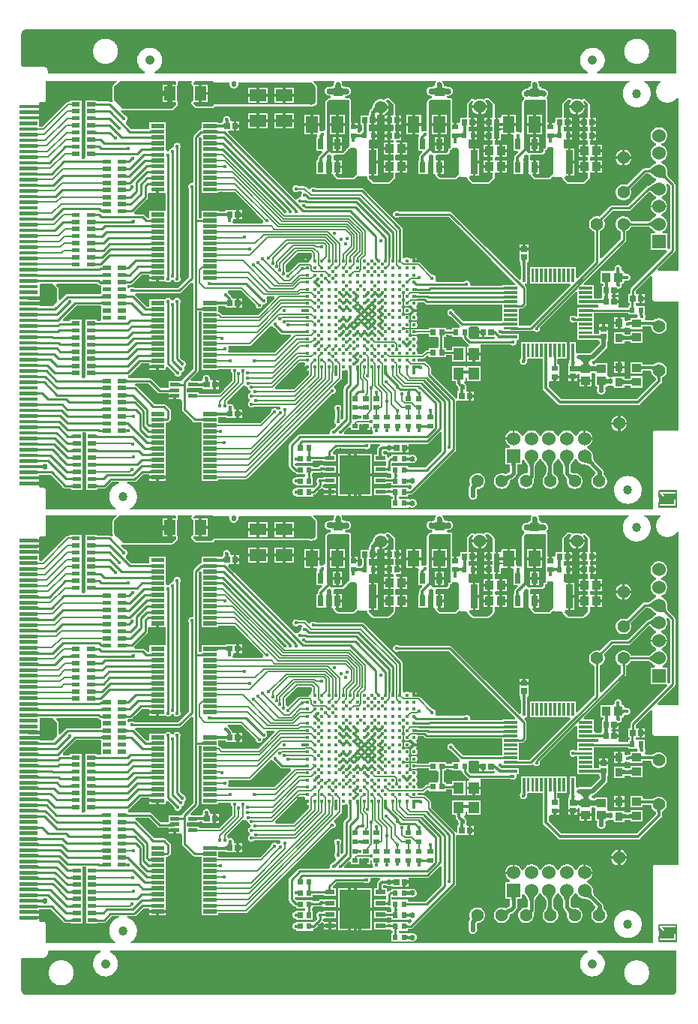
<source format=gbr>
*
%FSLAX26Y26*%
%MOIN*%
%ADD10C,0.008858*%
%ADD11C,0.006890*%
%ADD12R,0.020669X0.020669*%
%ADD13R,0.024606X0.024606*%
%ADD14R,0.036417X0.036417*%
%ADD15R,0.018701X0.018701*%
%ADD16R,0.012795X0.012795*%
%ADD17C,0.017520*%
%ADD18R,0.032480X0.032480*%
%ADD19R,0.136811X0.136811*%
%ADD20R,0.050197X0.050197*%
%ADD21R,0.016732X0.016732*%
%ADD22R,0.052165X0.052165*%
%ADD23R,0.015945X0.015945*%
%ADD24R,0.044291X0.044291*%
%ADD25C,0.056102*%
%ADD26C,0.040354*%
%ADD27C,0.024606*%
%ADD28C,0.012795*%
%ADD29C,0.006102*%
%ADD30C,0.005906*%
%ADD31C,0.020669*%
%ADD32C,0.015945*%
%ADD33C,0.005917*%
%ADD34C,0.016732*%
%ADD35C,0.060039*%
%ADD36R,0.060039X0.060039*%
%ADD37C,0.007087*%
%ADD38C,0.005118*%
%ADD39C,0.100394*%
%ADD40C,0.047244*%
%ADD41C,0.015748*%
%ADD42C,0.025591*%
%ADD43C,0.041339*%
%IPPOS*%
%LNgtl*%
%LPD*%
G75*
G54D10*
X520362Y381890D02*
X523092Y382379D01*
X525483Y383783D01*
X525929Y384197D01*
X420583Y381890D02*
X417853Y381401D01*
X415462Y379996D01*
X415016Y379583D01*
X404835Y401575D02*
X402105Y401086D01*
X399714Y399681D01*
X399268Y399268D01*
X512488Y401575D02*
X515218Y402064D01*
X517609Y403469D01*
X518055Y403882D01*
X387795Y352362D02*
X415016Y379583D01*
X525929Y384197D02*
X558071Y416339D01*
X420583Y381890D02*
X520362D01*
X404835Y401575D02*
X512488D01*
X518055Y403882D02*
X556102Y441929D01*
X383858Y383858D02*
X399268Y399268D01*
X332677Y383858D02*
X383858D01*
X332677Y352362D02*
X387795D01*
X1820866Y832677D02*
X1921260Y732283D01*
X1809055Y820866D02*
X1901575Y728346D01*
X1798228Y808071D02*
X1881890Y724409D01*
X1786417Y796260D02*
X1862205Y720472D01*
X1740157Y763780D02*
Y781496D01*
X1704240D02*
X1740157D01*
X1769685D01*
X1690945Y789370D02*
X1696366D01*
X1704240Y781496D01*
X1769685D02*
X1787402Y763780D01*
X1528232Y597130D02*
X1549213Y618110D01*
X1528232Y594177D02*
Y597130D01*
X1526575Y592520D02*
X1528232Y594177D01*
X1019685Y1251969D02*
X1096457Y1175197D01*
X1097441D01*
X854331Y1251969D02*
X1019685D01*
X1145669Y1070866D02*
X1179134Y1037402D01*
X1145669Y1070866D02*
X1149606D01*
X1179134Y1037402D02*
X1293307D01*
X1238500Y1572524D02*
X1240157Y1570866D01*
X1238500Y1572524D02*
Y1579413D01*
X917323Y1900591D02*
X1238500Y1579413D01*
X1212205Y1577539D02*
X1216535Y1573209D01*
X915354Y1875000D02*
X1212205Y1578150D01*
X1216535Y1570866D02*
Y1573209D01*
X1212205Y1577539D02*
Y1578150D01*
X795276Y1138780D02*
Y1531496D01*
X777559Y1275386D02*
Y1683071D01*
X722646Y1220472D02*
X777559Y1275386D01*
X1594488Y1366142D02*
X1608268Y1352362D01*
X1594488Y1366142D02*
Y1460630D01*
X1702756Y1352362D02*
Y1494094D01*
X1533465Y1663386D02*
X1702756Y1494094D01*
X1318898Y1663386D02*
X1533465D01*
X1671260Y1352362D02*
Y1478346D01*
X1299213Y1629921D02*
X1519685D01*
X1671260Y1478346D01*
X1655413Y1368012D02*
Y1466634D01*
X1507874Y1614173D02*
X1655413Y1466634D01*
X1289370Y1614173D02*
X1507874D01*
X1639764Y1352362D02*
Y1454724D01*
X1503937Y1590551D02*
X1639764Y1454724D01*
X1284535Y1590551D02*
X1503937D01*
X1275591Y1598425D02*
X1276661D01*
X1284535Y1590551D01*
X1480315Y1574803D02*
X1594488Y1460630D01*
X1547244Y1070866D03*
X1543307D02*
X1547244D01*
X1562992Y1086614D01*
X1545276Y1068898D02*
X1547244Y1070866D01*
X1511811Y1066929D02*
Y1070866D01*
X1545276Y1100394D02*
X1547244Y1102362D01*
X1513780Y1068898D02*
X1545276Y1100394D01*
X1529528Y1084646D02*
X1543307Y1070866D01*
X1513780Y1100394D02*
X1529528Y1084646D01*
X1545276Y1100394D02*
X1561024Y1084646D01*
X1545276Y1100394D03*
X137795Y738189D02*
X218504D01*
X232283Y724409D02*
X399606D01*
X218504Y738189D02*
X232283Y724409D01*
X2696850Y1657480D02*
X2791339Y1751969D01*
X2854331D01*
X1901575Y503937D02*
Y728346D01*
X1820866Y423228D02*
X1901575Y503937D01*
X1722441Y423228D02*
X1820866D01*
X51181Y713287D02*
X202067D01*
X222441Y692913D01*
X112697Y763287D02*
X137795Y738189D01*
X51181Y763287D02*
X112697D01*
X1285433Y1643701D02*
X1299213Y1629921D01*
X1279528Y1643701D02*
X1285433D01*
X2738583Y1222835D02*
X2915354Y1399606D01*
Y1690945D01*
X1830709Y846457D02*
X1940945Y736220D01*
Y513780D02*
Y736220D01*
X1862205Y607551D02*
Y720472D01*
X1881890Y609142D02*
Y724409D01*
X1921260Y523622D02*
Y732283D01*
X1823929Y551181D02*
X1881890Y609142D01*
X1751969Y324803D02*
X1940945Y513780D01*
X1825520Y570866D02*
X1862205Y607551D01*
X1269685Y551181D02*
X1823929D01*
X1259843Y570866D02*
X1825520D01*
X1688976Y1559055D02*
X1925197D01*
X915354Y1849409D02*
X1192913Y1571850D01*
Y1570866D02*
Y1571850D01*
X857795Y1849409D02*
X915354D01*
X857795Y1875000D02*
X915354D01*
X920276Y1926181D02*
X1271654Y1574803D01*
X1480315D01*
X1722441Y324803D02*
X1751969D01*
X1259843Y521654D02*
Y541339D01*
X1269685Y551181D01*
X1220472Y531496D02*
X1259843Y570866D01*
X1220472Y442913D02*
Y531496D01*
Y442913D02*
X1240157Y423228D01*
X1259843D01*
X1978346Y1072835D02*
X2195354D01*
X1929134Y1122047D02*
X1978346Y1072835D01*
X1765748Y1257874D02*
X1775394Y1248228D01*
X2000000D01*
X2472441Y1094488D02*
X2474409Y1092520D01*
X2529055D01*
X2011811Y992126D02*
X2204724D01*
X1992126Y1011811D02*
X2011811Y992126D01*
X1992126Y1011811D02*
Y1035433D01*
X1464567Y785433D02*
X1482283Y803150D01*
Y879921D01*
X1925197Y1033465D02*
X1950787D01*
X1952756Y1035433D01*
X1923228D02*
X1925197Y1033465D01*
X1889764Y1035433D02*
X1923228D01*
X1885827Y948819D02*
Y1031496D01*
X1889764Y1035433D01*
X1885827Y948819D02*
X1889764Y944882D01*
X1958661D01*
X1964567Y938976D01*
X1885827Y948819D02*
X1889764Y944882D01*
X1779528Y1181102D02*
X1813319D01*
X1823161Y1171260D01*
X2195354D01*
X1825331Y1194882D02*
X1829268Y1190945D01*
X1765748Y1194882D02*
X1825331D01*
X1789370Y1210630D02*
X2195354D01*
X1833205Y1226378D02*
X1837142Y1230315D01*
X1765748Y1226378D02*
X1833205D01*
X2576772Y1517717D02*
X2645669Y1586614D01*
X2720472D02*
X2807087Y1673228D01*
X2645669Y1586614D02*
X2720472D01*
X2738583Y1185039D02*
Y1222835D01*
X2734252Y1131890D02*
X2736220Y1133858D01*
X2529055Y1131890D02*
X2734252D01*
X2204724Y1151575D02*
X2244094D01*
X2253937Y1161417D01*
Y1230315D01*
X1925197Y1559055D02*
X2253937Y1230315D01*
X2228346Y1053150D02*
X2286327D01*
X2479098Y1245921D01*
X2311024Y1051181D02*
Y1059752D01*
X2491161Y1239890D01*
X2696850Y1445579D02*
Y1515748D01*
X2496350Y1245079D02*
X2696850Y1445579D01*
X2479098Y1245921D02*
X2578740Y1345563D01*
Y1515748D01*
X2491161Y1239890D02*
X2496350Y1245079D01*
X2736220Y1133858D02*
Y1185039D01*
X2854331Y1751969D02*
X2915354Y1690945D01*
X1987878Y1039370D02*
Y1039681D01*
X1992126Y1035433D01*
X2479098Y1245921D03*
X2195354Y1053150D02*
X2228346D01*
X2807087Y1673228D02*
X2854331D01*
X2251969Y905512D02*
X2253937Y907480D01*
Y955197D01*
X2391732Y875984D02*
Y955197D01*
X1829268Y1190945D02*
X2195354D01*
X1837142Y1230315D02*
X2195354D01*
X1787402Y747315D02*
Y763780D01*
Y747315D02*
X1790980Y743736D01*
X1787402Y740157D02*
X1790980Y743736D01*
X777362Y1683071D02*
X777559D01*
X1407480Y590551D02*
X1464567Y647638D01*
Y785433D01*
X1437008Y590551D02*
X1480315Y633858D01*
X1437008Y590551D03*
X1480315Y633858D02*
Y772638D01*
X1653543Y462598D02*
X1663386Y472441D01*
X1683071D01*
X1653543Y426575D02*
Y462598D01*
X1389764Y503937D02*
X1417323Y531496D01*
X1555118D01*
X1299213Y474409D02*
Y521654D01*
Y472441D02*
Y474409D01*
X1301378Y476575D01*
X1299213Y472441D03*
X1301378Y476575D02*
X1389764D01*
X1391732D01*
X1299213Y424520D02*
X1349717D01*
X1354331Y429134D01*
X1299213Y374016D02*
Y424520D01*
Y374016D03*
X1354331Y429134D02*
X1389173D01*
X1348425Y354331D02*
Y374016D01*
X1350984Y376575D02*
X1391732D01*
X1348425Y374016D02*
X1350984Y376575D01*
X1325787Y331693D02*
X1348425Y354331D01*
X1299213Y324803D02*
X1318898D01*
X1325787Y331693D01*
X1683071Y399606D02*
X1685039Y397638D01*
X1683071Y399606D02*
Y423228D01*
Y395669D02*
X1685039Y397638D01*
X1683071Y324803D02*
X1686917Y328650D01*
X1683071Y374016D02*
Y395669D01*
Y374016D03*
X1616142Y376575D02*
X1680512D01*
X1683071Y374016D01*
Y275591D02*
Y316929D01*
X1685039Y318898D01*
X1687008D01*
X1681102Y324803D02*
X1687008Y318898D01*
X1676488Y326772D02*
X1681102Y322157D01*
X1653543Y326772D02*
X1676488D01*
X1389764Y476575D02*
Y503937D01*
X1519685Y771654D02*
X1539370D01*
X1505228Y757197D02*
X1519685Y771654D01*
X1480315Y772638D02*
X1513780Y806102D01*
X1285433Y1618110D02*
X1289370Y1614173D01*
X1259843Y1618110D02*
X1285433D01*
X673228Y896283D02*
X716150Y853362D01*
X673228Y896283D02*
Y1173228D01*
X539370Y933071D02*
X618110D01*
X511811Y1062992D02*
X622047D01*
X570866Y1137795D02*
X625984D01*
X535433Y960630D02*
X622047D01*
X559055Y1114173D02*
X625984D01*
X795276Y1138780D02*
X857795D01*
X546260Y908465D02*
X626457D01*
X492126Y948819D02*
X531496Y988189D01*
X328740Y1074803D02*
X492126D01*
X503937Y1086614D02*
X625984D01*
X492126Y1074803D02*
X503937Y1086614D01*
X328740Y1011811D02*
X492126D01*
X516732Y1036417D01*
X328740Y948819D02*
X492126D01*
X519685Y1007874D02*
X622047D01*
X516732Y1036417D02*
X626457D01*
X531496Y988189D02*
X614173D01*
X492126Y980315D02*
X519685Y1007874D01*
X328740Y980315D02*
X492126D01*
Y854331D02*
X546260Y908465D01*
X326772Y854331D02*
X492126D01*
Y1043307D02*
X511811Y1062992D01*
X328740Y1043307D02*
X492126D01*
X513780Y1194882D02*
X570866Y1137795D01*
X466535Y1194882D02*
X513780D01*
X492126Y885827D02*
X539370Y933071D01*
X328740Y885827D02*
X492126D01*
Y917323D02*
X535433Y960630D01*
X328740Y917323D02*
X492126D01*
X509843Y1163386D02*
X559055Y1114173D01*
X466535Y1163386D02*
X509843D01*
X692913Y908094D02*
Y1157480D01*
Y908094D02*
X727961Y873047D01*
X712598Y917323D02*
X736220Y893701D01*
X712598Y917323D02*
Y1173228D01*
Y1271654D02*
Y1862205D01*
X692913Y1283465D02*
Y1838583D01*
X673228Y1271654D02*
Y1822835D01*
X790354Y646654D02*
X857795D01*
X745079Y691929D02*
X790354Y646654D01*
X745079Y691929D02*
Y798535D01*
X857795Y1900591D02*
X917323D01*
X1435039Y1210630D02*
X1450787Y1194882D01*
X328740Y1525591D02*
X517717D01*
X519685Y1527559D01*
X374016Y1547244D02*
X453024D01*
X328740Y1557087D02*
X364173D01*
X374016Y1547244D01*
X453024D02*
X559055D01*
X574803Y1531496D01*
X625984D01*
X499626Y1667323D02*
X511811Y1679508D01*
Y1681102D01*
X411417Y2049213D02*
X476378Y1984252D01*
X328740Y2049213D02*
X411417D01*
Y1986220D02*
X456693Y1940945D01*
X502953Y1926181D02*
X626457D01*
X328740Y2017717D02*
X411417D01*
X502953Y1926181D01*
X328740Y1986220D02*
X411417D01*
X464567Y1901575D02*
X510047D01*
X411417Y1954724D02*
X464567Y1901575D01*
X328740Y1954724D02*
X411417D01*
X328740Y1923228D02*
X411417D01*
X437008Y1897638D01*
X375610Y1850394D02*
X496063D01*
X365768Y1860236D02*
X375610Y1850394D01*
X499626Y1793307D02*
X513406Y1807087D01*
X515748D01*
X533465Y1828740D02*
X554134Y1849409D01*
X328740Y1828740D02*
X533465D01*
X554134Y1849409D02*
X626457D01*
X372047Y1891732D02*
X388780Y1875000D01*
X328740Y1891732D02*
X372047D01*
X388780Y1875000D02*
X626457D01*
X858268Y1926181D02*
X920276D01*
X2696850Y1515748D02*
X2854331D01*
D03*
X1619980Y1176012D02*
X1623122Y1179154D01*
X1624035D01*
X555118Y468504D02*
X622047D01*
X558071Y416339D02*
X626457D01*
X586614Y594488D02*
X622047D01*
X578740Y570866D02*
X622047D01*
X586614Y622047D02*
X622047D01*
X556102Y441929D02*
X626457D01*
Y646654D02*
X668614D01*
X566929Y519685D02*
X614173D01*
X513780Y572835D02*
X566929Y519685D01*
X332677Y572835D02*
X513780D01*
X668614Y646654D02*
X673228Y651268D01*
Y685039D01*
X653543Y704724D02*
X673228Y685039D01*
X606299Y704724D02*
X653543D01*
X523622Y787402D02*
X606299Y704724D01*
X466535Y787402D02*
X523622D01*
X578740Y629921D02*
X586614Y622047D01*
X578740Y629921D02*
Y692913D01*
X515748Y755906D02*
X578740Y692913D01*
X466535Y755906D02*
X515748D01*
X547244Y602362D02*
X578740Y570866D01*
X547244Y602362D02*
Y673228D01*
X527559Y692913D02*
X547244Y673228D01*
X466535Y692913D02*
X527559D01*
X559055Y492126D02*
X625984D01*
X541339Y509843D02*
X559055Y492126D01*
X332677Y509843D02*
X541339D01*
X578740Y543307D02*
X625984D01*
X492126Y629921D02*
X578740Y543307D01*
X466535Y629921D02*
X492126D01*
X562992Y618110D02*
X586614Y594488D01*
X562992Y618110D02*
Y685039D01*
X523622Y724409D02*
X562992Y685039D01*
X466535Y724409D02*
X523622D01*
X533465Y446850D02*
X555118Y468504D01*
X332677Y446850D02*
X533465D01*
X328740Y1860236D02*
X365768D01*
X51181Y1113287D02*
X177264D01*
X234252Y1170276D01*
X511811Y1220472D02*
X722646D01*
X795276Y866142D02*
Y1137795D01*
X745079Y815945D02*
X795276Y866142D01*
X745079Y798535D02*
Y815945D01*
X795276Y1901575D02*
X818898Y1925197D01*
X795276Y1531496D02*
Y1901575D01*
X818898Y1925197D02*
X857283D01*
X795276Y1531496D02*
X846457D01*
X857283Y1925197D02*
X858268Y1926181D01*
X1787402Y618110D03*
Y598425D02*
Y618110D01*
X1838583D01*
X1787402D03*
X1740157Y598425D02*
Y618110D01*
X1692913Y600394D02*
Y618110D01*
X1240157Y324803D02*
X1259843D01*
X1240157Y374016D02*
X1259843D01*
Y472441D03*
X1240157D02*
X1259843D01*
X1450787Y1163386D02*
X1466535Y1179134D01*
Y1181102D01*
X1549213Y618110D02*
X1551181D01*
X1503937Y740157D02*
X1505228Y741449D01*
Y757197D01*
X1527559Y696850D02*
X1531496Y700787D01*
X1503937D02*
X1527559D01*
X1531496D02*
X1551181D01*
X1619980Y1176012D02*
Y1176925D01*
X1608268Y1164299D02*
X1619980Y1176012D01*
X1608268Y1163386D02*
Y1164299D01*
X1513780Y1130906D02*
X1514764D01*
X1513780Y1163386D02*
X1515748Y1165354D01*
X1498031Y1147638D02*
X1513780Y1163386D01*
X1528543Y1145669D02*
Y1148622D01*
Y1145669D02*
X1529528Y1146654D01*
X1515748Y1132874D02*
X1528543Y1145669D01*
X1513780Y1163386D02*
X1528543Y1148622D01*
X1513780Y1163386D03*
X1529528Y1146654D02*
X1530512D01*
X1545276Y1131890D01*
X1561024Y1147638D01*
X1529528Y1116142D02*
X1545276Y1131890D01*
X1514764Y1130906D02*
X1529528Y1116142D01*
X1513780Y1100394D02*
Y1102362D01*
X1526575Y1115157D01*
X1529528Y1116142D02*
X1545276Y1100394D01*
X1559055Y1114173D02*
X1561024D01*
X1545276Y1100394D02*
X1559055Y1114173D01*
X1576772Y1100394D02*
X1578740Y1102362D01*
X1561024Y1084646D02*
X1576772Y1100394D01*
X1578740Y1102362D02*
Y1103346D01*
Y1101378D02*
Y1102362D01*
Y1103346D02*
X1591535Y1116142D01*
X1576772Y1131890D02*
X1591535Y1117126D01*
Y1116142D02*
Y1117126D01*
X1561024Y1116142D02*
X1562992D01*
X1575787Y1128937D01*
X1561024Y1115157D02*
Y1116142D01*
X1545276Y1131890D02*
X1561024Y1116142D01*
X1576772Y1100394D03*
X1561024Y1116142D02*
X1576772Y1100394D01*
X1578740Y1102362D03*
X1562992Y1082677D02*
X1576772Y1068898D01*
X1562992Y1082677D03*
X1576772Y1068898D02*
X1590551Y1082677D01*
X1561024Y1053150D02*
X1576772Y1068898D01*
X1561024Y1053150D03*
X1511811Y1066929D02*
X1513780Y1068898D01*
X1500000Y1055118D02*
X1511811Y1066929D01*
X1498031Y1084646D02*
X1511811Y1070866D01*
X1482283Y1068898D02*
X1496063Y1082677D01*
Y1055118D02*
X1500000D01*
X1498031Y1053150D02*
X1500000Y1055118D01*
X1482283Y1068898D02*
X1496063Y1055118D01*
X1466535Y1053150D02*
X1468504Y1051181D01*
X1466535Y1053150D03*
X1450787Y1068898D02*
X1466535Y1053150D01*
X1468504Y1051181D03*
X1511811Y1192913D03*
X1498031Y1179134D02*
X1511811Y1192913D01*
X1515748Y1165354D03*
X1559055Y1149606D02*
X1562992D01*
X1576772Y1163386D01*
X1578740Y1161417D03*
X1592520Y1147638D01*
X1576772Y1131890D03*
X1562992Y1145669D02*
X1576772Y1131890D01*
X1466535Y1210630D02*
X1468504Y1212598D01*
X1450787Y1194882D02*
X1466535Y1210630D01*
X1450787Y1194882D03*
X1594488Y1208661D02*
X1608268Y1194882D01*
X1466535Y1084646D02*
X1480315Y1098425D01*
X1448819D02*
X1452756D01*
X1466535Y1084646D01*
X1435039D02*
X1448819Y1098425D01*
X1450787Y1131890D02*
X1466535Y1147638D01*
Y1151575D01*
X1622047Y1082677D02*
X1624016D01*
X1608268Y1068898D02*
X1622047Y1082677D01*
X1608268Y1131890D02*
X1624016Y1116142D01*
X1621205Y1113331D02*
X1622890D01*
X1608268Y1100394D02*
X1621205Y1113331D01*
X1622890D02*
X1624016Y1112205D01*
Y1116142D01*
X1838583Y657480D02*
Y688976D01*
X1500000Y925197D02*
X1513780Y911417D01*
X1561024Y1021654D02*
X1578740Y1039370D01*
X1529528Y1021654D02*
X1531496Y1019685D01*
X1513780Y1037402D02*
X1529528Y1021654D01*
X1543307Y1035433D01*
X1529508Y1021634D02*
X1529528Y1021654D01*
X1598425Y740157D02*
Y766732D01*
X1616142Y426575D02*
X1653543D01*
X1427165Y639764D02*
Y698819D01*
X1616339Y326772D02*
X1653543D01*
X1513780Y806102D02*
Y879921D01*
X696850Y775591D02*
X700787Y779528D01*
X633858Y775591D02*
X696850D01*
X590551Y818898D02*
X633858Y775591D01*
X466535Y818898D02*
X590551D01*
X259843Y1165354D02*
X400161D01*
X182776Y1088287D02*
X259843Y1165354D01*
X169783Y1138287D02*
X224409Y1192913D01*
X397638D01*
X551181Y1303150D02*
X625984D01*
X505906Y1257874D02*
X551181Y1303150D01*
X466535Y1257874D02*
X505906D01*
X501969Y1289370D02*
X539370Y1326772D01*
X625984D01*
X466535Y1289370D02*
X501969D01*
X527559Y1354331D02*
X629921D01*
X494094Y1320866D02*
X527559Y1354331D01*
X466535Y1320866D02*
X494094D01*
X394587Y1288287D02*
X397638Y1291339D01*
X51181Y1288287D02*
X394587D01*
X51181Y1263287D02*
X362697D01*
X370079Y1255906D02*
X401575D01*
X362697Y1263287D02*
X370079Y1255906D01*
Y1318898D02*
X397638D01*
X51181Y1313287D02*
X364469D01*
X370079Y1318898D01*
X372047Y1336614D02*
X413386Y1377953D01*
X625984D01*
X328740Y1336614D02*
X372047D01*
X379921Y1368110D02*
X416339Y1404528D01*
X626457D01*
X328740Y1368110D02*
X379921D01*
X413386Y1429134D02*
X629921D01*
X383858Y1399606D02*
X413386Y1429134D01*
X328740Y1399606D02*
X383858D01*
X408465Y1455709D02*
X626457D01*
X383858Y1431102D02*
X408465Y1455709D01*
X328740Y1431102D02*
X383858D01*
X398622Y1481299D02*
X626457D01*
X379921Y1462598D02*
X398622Y1481299D01*
X328740Y1462598D02*
X379921D01*
Y1494094D02*
X392717Y1506890D01*
X328740Y1494094D02*
X379921D01*
X392717Y1506890D02*
X626457D01*
X563976Y1823819D02*
X626457D01*
X501969Y1761811D02*
X563976Y1823819D01*
X466535Y1761811D02*
X501969D01*
X500000Y1728346D02*
X569882Y1798228D01*
X468504Y1728346D02*
X500000D01*
X569882Y1798228D02*
X626457D01*
X578740Y1720472D02*
X625984D01*
X551181Y1649606D02*
Y1692913D01*
X578740Y1720472D01*
X466535Y1698819D02*
X501969D01*
X578740Y1775591D02*
X625984D01*
X501969Y1698819D02*
X578740Y1775591D01*
X505906Y1604331D02*
X551181Y1649606D01*
X570866Y1685039D02*
X581693Y1695866D01*
X511811Y1574803D02*
X570866Y1633858D01*
Y1685039D01*
X468504Y1574803D02*
X511811D01*
X581693Y1695866D02*
X626457D01*
X466535Y1604331D02*
X505906D01*
X466535Y1667323D02*
X499626D01*
X466535Y1793307D02*
X499626D01*
X468504Y1633858D02*
X503937D01*
X531496Y1661417D01*
Y1700787D01*
X577756Y1747047D01*
X626457D01*
X510047Y1901575D02*
X511031Y1900591D01*
X626457D01*
X704724Y803150D02*
X740465D01*
X745079Y798535D01*
X1576772Y1100394D02*
X1592520Y1084646D01*
X1498031D02*
X1513780Y1100394D01*
X1576772Y1131890D02*
X1592520Y1147638D01*
X1576772Y1194882D02*
X1592520Y1210630D01*
X1608268Y1068898D02*
X1624016Y1053150D01*
X1608268Y1100394D02*
X1624016Y1084646D01*
X1435039Y1179134D02*
X1450787Y1163386D01*
X1498031Y1210630D02*
X1513780Y1194882D01*
X1576772Y1163386D02*
X1592520Y1179134D01*
X1466535Y1021654D02*
X1482283Y1037402D01*
X1608268D02*
X1624016Y1021654D01*
X1608268Y1194882D02*
X1624016Y1210630D01*
X1545276Y1194882D02*
X1561024Y1210630D01*
X1466535Y1147638D02*
X1482283Y1131890D01*
X1498031Y1147638D02*
X1513780Y1131890D01*
X1466535Y1053150D02*
X1482283Y1068898D01*
X1576772Y1037402D02*
X1592520Y1021654D01*
X1545276Y1163386D02*
X1561024Y1179134D01*
X1466535Y1210630D02*
X1482283Y1194882D01*
X1498031Y895984D02*
X1513465Y911417D01*
X1545276Y1068898D02*
X1561024Y1053150D01*
X1498031Y1021654D02*
X1513780Y1037402D01*
X1545276Y1005906D02*
X1561024Y990157D01*
X1498012Y927146D02*
X1513780Y942913D01*
X1608268Y1131890D02*
X1624016Y1147638D01*
X1498031Y1179134D02*
X1513780Y1163386D01*
X1466535Y1179134D02*
X1482283Y1163386D01*
X1545276Y1037402D02*
X1561024Y1021654D01*
X1435039D02*
X1450787Y1037402D01*
X1435039Y1147638D02*
X1450787Y1131890D01*
X1576772Y1068898D02*
X1592520Y1053150D01*
X1435039D02*
X1450787Y1068898D01*
X1389173Y429134D02*
X1391732Y426575D01*
X1616142Y326575D02*
X1616339Y326772D01*
X193012Y663287D02*
X226378Y629921D01*
X399606D01*
X197539Y688287D02*
X224409Y661417D01*
X399606D01*
X222441Y692913D02*
X399606D01*
X121752Y813287D02*
X179134Y755906D01*
X399606D01*
X177165Y787402D02*
X399606D01*
X126280Y838287D02*
X177165Y787402D01*
X175197Y818898D02*
X399606D01*
X130807Y863287D02*
X175197Y818898D01*
X51181Y863287D02*
X130807D01*
X51181Y663287D02*
X193012D01*
X51181Y838287D02*
X126280D01*
X51181Y813287D02*
X121752D01*
X51181Y688287D02*
X197539D01*
X366142Y598425D02*
X399606D01*
D03*
X362205Y602362D02*
X366142Y598425D01*
X224409Y602362D02*
X362205D01*
X188484Y638287D02*
X224409Y602362D01*
X51181Y638287D02*
X188484D01*
X178445Y963287D02*
X192913Y948819D01*
X51181Y963287D02*
X178445D01*
X192913Y948819D02*
X261811D01*
X185039Y917323D02*
X261811D01*
X164075Y938287D02*
X185039Y917323D01*
X51181Y938287D02*
X164075D01*
X177165Y885827D02*
X261811D01*
X51181Y913287D02*
X149705D01*
X177165Y885827D01*
X169291Y854331D02*
X261811D01*
X135335Y888287D02*
X169291Y854331D01*
X51181Y888287D02*
X135335D01*
X265748Y352362D03*
X214567D02*
X265748D01*
X153642Y413287D02*
X214567Y352362D01*
X218504Y383858D02*
X265748D01*
X139075Y463287D02*
X218504Y383858D01*
X51181Y463287D02*
X139075D01*
X223283Y446850D02*
X265748D01*
X183736Y486398D02*
X223283Y446850D01*
X183736Y486398D02*
Y489492D01*
X159941Y513287D02*
X183736Y489492D01*
X51181Y513287D02*
X159941D01*
X224409Y572835D02*
X265748D01*
X183957Y613287D02*
X224409Y572835D01*
X51181Y613287D02*
X183957D01*
X223425Y478346D02*
X265748D01*
X163484Y538287D02*
X223425Y478346D01*
X51181Y538287D02*
X163484D01*
X223425Y541339D02*
X265748D01*
X176476Y588287D02*
X223425Y541339D01*
X51181Y588287D02*
X176476D01*
X223425Y509843D02*
X265748D01*
D03*
X169980Y563287D02*
X223425Y509843D01*
X51181Y563287D02*
X169980D01*
X51181Y413287D02*
X153642D01*
X222441Y415354D02*
X265748D01*
X149508Y488287D02*
X222441Y415354D01*
X51181Y488287D02*
X149508D01*
X183433Y988287D02*
X191406Y980315D01*
X261811D01*
X157374Y1013287D02*
X158850Y1011811D01*
X51181Y1013287D02*
X157374D01*
X158850Y1011811D02*
X261811D01*
X51181Y1038287D02*
X181988D01*
X187008Y1043307D01*
X261811D01*
X259598Y1072587D02*
X261811Y1074803D01*
X190697Y1072587D02*
X259598D01*
X181398Y1063287D02*
X190697Y1072587D01*
X364173Y1584646D02*
X374693Y1574126D01*
X398315D01*
X205000Y1584646D02*
X364173D01*
X204724Y1730315D02*
X399606D01*
D03*
X162697Y1688287D02*
X204724Y1730315D01*
X51181Y1688287D02*
X162697D01*
X208661Y1793307D02*
X399606D01*
X153642Y1738287D02*
X208661Y1793307D01*
X51181Y1738287D02*
X153642D01*
X200787Y1667323D02*
X399606D01*
X171752Y1638287D02*
X200787Y1667323D01*
X51181Y1638287D02*
X171752D01*
X398315Y1574126D02*
X399606Y1572835D01*
X158642Y1538287D02*
X205000Y1584646D01*
X51181Y1538287D02*
X158642D01*
X144587Y1788287D02*
X216535Y1860236D01*
X261811D01*
X51181Y1788287D02*
X144587D01*
X169390Y1488287D02*
X206693Y1525591D01*
X261811D01*
X51181Y1488287D02*
X169390D01*
X51181Y988287D02*
X183433D01*
X51181Y1063287D02*
X181398D01*
X51181Y1138287D02*
X169783D01*
X51181Y1088287D02*
X182776D01*
G54D11*
X1734252Y847441D02*
Y879921D01*
X1749016Y832677D02*
X1820866D01*
X1734252Y847441D02*
X1749016Y832677D01*
X1738189Y820866D02*
X1809055D01*
X1702756Y856299D02*
X1738189Y820866D01*
X1723425Y808071D02*
X1798228D01*
X1717142Y796260D02*
X1786417D01*
X1671260Y842142D02*
X1717142Y796260D01*
X1702756Y856299D02*
Y879921D01*
X1671260Y842142D02*
Y879921D01*
X2598425Y819882D02*
X2601378Y816929D01*
X198819Y1635827D02*
X399606D01*
X176280Y1613287D02*
X198819Y1635827D01*
X51181Y1613287D02*
X176280D01*
X202756Y1698819D02*
X399606D01*
D03*
X167224Y1663287D02*
X202756Y1698819D01*
X51181Y1663287D02*
X167224D01*
X196850Y1604331D02*
X399606D01*
X155807Y1563287D02*
X196850Y1604331D01*
X51181Y1563287D02*
X155807D01*
X206693Y1761811D02*
X399606D01*
X158169Y1713287D02*
X206693Y1761811D01*
X51181Y1713287D02*
X158169D01*
X228346Y2049213D02*
X261811D01*
X117421Y1938287D02*
X228346Y2049213D01*
X51181Y1938287D02*
X117421D01*
X226378Y2017717D02*
X261811D01*
X121949Y1913287D02*
X226378Y2017717D01*
X51181Y1913287D02*
X121949D01*
X224409Y1986220D02*
X261811D01*
X51181Y1888287D02*
X126476D01*
X224409Y1986220D01*
X51181Y1863287D02*
X131004D01*
X222441Y1954724D02*
X261811D01*
X131004Y1863287D02*
X222441Y1954724D01*
X220472Y1923228D02*
X261811D01*
X51181Y1838287D02*
X135531D01*
X220472Y1923228D01*
X218504Y1891732D02*
X261811D01*
X51181Y1813287D02*
X140059D01*
X218504Y1891732D01*
X214567Y1828740D02*
X261811D01*
X149114Y1763287D02*
X214567Y1828740D01*
X51181Y1763287D02*
X149114D01*
X164862Y1513287D02*
X208661Y1557087D01*
X51181Y1513287D02*
X164862D01*
X208661Y1557087D02*
X261811D01*
X183760Y1463287D02*
X214567Y1494094D01*
X51181Y1463287D02*
X183760D01*
X214567Y1494094D02*
X261811D01*
X212598Y1462598D02*
X261811D01*
X51181Y1438287D02*
X188287D01*
X212598Y1462598D01*
X192815Y1413287D02*
X210630Y1431102D01*
X51181Y1413287D02*
X192815D01*
X210630Y1431102D02*
X261811D01*
X197343Y1388287D02*
X208661Y1399606D01*
X51181Y1388287D02*
X197343D01*
X208661Y1399606D02*
X261811D01*
X221752Y1338287D02*
X223425Y1336614D01*
X261811D01*
X261614Y1368110D02*
X261811D01*
X256791Y1363287D02*
X261614Y1368110D01*
X51181Y1363287D02*
X256791D01*
X51181Y1338287D02*
X221752D01*
G54D12*
X1259843Y421260D02*
Y425197D01*
X1299213Y421260D02*
Y425197D01*
X1259843Y519685D02*
Y523622D01*
X1299213Y519685D02*
Y523622D01*
X1722441Y421260D02*
Y425197D01*
X1683071Y421260D02*
Y425197D01*
X1722441Y322835D02*
Y326772D01*
X1683071Y322835D02*
Y326772D01*
X1850394Y942913D02*
Y946850D01*
X1889764Y942913D02*
Y946850D01*
X1850394Y1033465D02*
Y1037402D01*
X1889764Y1033465D02*
Y1037402D01*
X1992126Y1033465D02*
Y1037402D01*
X1952756Y1033465D02*
Y1037402D01*
X1722441Y470472D02*
Y474409D01*
X1683071Y470472D02*
Y474409D01*
X1299213Y322835D02*
Y326772D01*
X1259843Y322835D02*
Y326772D01*
X1683071Y273622D02*
Y277559D01*
X1722441Y273622D02*
Y277559D01*
X1299213Y372047D02*
Y375984D01*
X1259843Y372047D02*
Y375984D01*
X2736220Y1131890D02*
Y1135827D01*
X2775591Y1131890D02*
Y1135827D01*
X1683071Y372047D02*
Y375984D01*
X1722441Y372047D02*
Y375984D01*
X1299213Y470472D02*
Y474409D01*
X1259843Y470472D02*
Y474409D01*
X2411417Y1907480D02*
Y1911417D01*
X2450787Y1907480D02*
Y1911417D01*
X1988189Y1907480D02*
Y1911417D01*
X2027559Y1907480D02*
Y1911417D01*
X1545276Y1907480D02*
Y1911417D01*
X1584646Y1907480D02*
Y1911417D01*
G54D13*
X1978740Y751181D02*
Y752756D01*
X2013386Y751181D02*
Y752756D01*
X1722441Y520866D02*
Y522441D01*
X1687795Y520866D02*
Y522441D01*
X1547638Y1977559D02*
Y1979134D01*
X1582283Y1977559D02*
Y1979134D01*
X844882Y802362D02*
Y803937D01*
X879528Y802362D02*
Y803937D01*
X1655906Y1908661D02*
Y1910236D01*
X1690551Y1908661D02*
Y1910236D01*
Y1977559D02*
Y1979134D01*
X1655906Y1977559D02*
Y1979134D01*
X2655118Y1170472D02*
Y1172047D01*
X2620472Y1170472D02*
Y1172047D01*
X2773228Y1184252D02*
Y1185827D01*
X2738583Y1184252D02*
Y1185827D01*
X981890Y1164567D02*
Y1166142D01*
X947244Y1164567D02*
Y1166142D01*
X981890Y672441D02*
Y674016D01*
X947244Y672441D02*
Y674016D01*
X2025197Y1967717D02*
Y1969291D01*
X1990551Y1967717D02*
Y1969291D01*
X2133465Y1967717D02*
Y1969291D01*
X2098819Y1967717D02*
Y1969291D01*
X2133465Y1908661D02*
Y1910236D01*
X2098819Y1908661D02*
Y1910236D01*
X2620472Y1219685D02*
Y1221260D01*
X2655118Y1219685D02*
Y1221260D01*
X2522047Y1967717D02*
Y1969291D01*
X2556693Y1967717D02*
Y1969291D01*
X2522047Y1908661D02*
Y1910236D01*
X2556693Y1908661D02*
Y1910236D01*
X2448425Y1967717D02*
Y1969291D01*
X2413780Y1967717D02*
Y1969291D01*
X2107874Y1034646D02*
Y1036220D01*
X2073228Y1034646D02*
Y1036220D01*
X947244Y1558268D02*
Y1559843D01*
X981890Y1558268D02*
Y1559843D01*
X935433Y1951969D02*
Y1953543D01*
X970079Y1951969D02*
Y1953543D01*
G54D14*
X2674213Y1277559D02*
Y1281496D01*
X2621063Y1277559D02*
Y1281496D01*
X2575787Y1769685D02*
Y1773622D01*
X2522638Y1769685D02*
Y1773622D01*
X1709646Y1848425D02*
Y1852362D01*
X1656496Y1848425D02*
Y1852362D01*
X2575787Y1838583D02*
Y1842520D01*
X2522638Y1838583D02*
Y1842520D01*
X2099409Y1769685D02*
Y1773622D01*
X2152559Y1769685D02*
Y1773622D01*
X2099409Y1838583D02*
Y1842520D01*
X2152559Y1838583D02*
Y1842520D01*
X1709646Y1769685D02*
Y1773622D01*
X1656496Y1769685D02*
Y1773622D01*
G54D15*
X606280Y1164370D02*
X646634D01*
X606280Y1138780D02*
X646634D01*
X606280Y1113189D02*
X646634D01*
X606280Y1087598D02*
X646634D01*
X606280Y1062008D02*
X646634D01*
X606280Y1036417D02*
X646634D01*
X606280Y1010827D02*
X646634D01*
X606280Y985236D02*
X646634D01*
X606280Y959646D02*
X646634D01*
X606280Y934055D02*
X646634D01*
X606280Y908465D02*
X646634D01*
X606280Y882874D02*
X646634D01*
X837618D02*
X877972D01*
X837618Y908465D02*
X877972D01*
X837618Y934055D02*
X877972D01*
X837618Y959646D02*
X877972D01*
X837618Y985236D02*
X877972D01*
X837618Y1010827D02*
X877972D01*
X837618Y1036417D02*
X877972D01*
X837618Y1062008D02*
X877972D01*
X837618Y1087598D02*
X877972D01*
X837618Y1113189D02*
X877972D01*
X837618Y1138780D02*
X877972D01*
X837618Y1164370D02*
X877972D01*
X606280Y672244D02*
X646634D01*
X606280Y646654D02*
X646634D01*
X606280Y621063D02*
X646634D01*
X606280Y595472D02*
X646634D01*
X606280Y569882D02*
X646634D01*
X606280Y544291D02*
X646634D01*
X606280Y518701D02*
X646634D01*
X606280Y493110D02*
X646634D01*
X606280Y467520D02*
X646634D01*
X606280Y441929D02*
X646634D01*
X606280Y416339D02*
X646634D01*
X606280Y390748D02*
X646634D01*
X837618D02*
X877972D01*
X837618Y416339D02*
X877972D01*
X837618Y441929D02*
X877972D01*
X837618Y467520D02*
X877972D01*
X837618Y493110D02*
X877972D01*
X837618Y518701D02*
X877972D01*
X837618Y544291D02*
X877972D01*
X837618Y569882D02*
X877972D01*
X837618Y595472D02*
X877972D01*
X837618Y621063D02*
X877972D01*
X837618Y646654D02*
X877972D01*
X837618Y672244D02*
X877972D01*
X606280Y1951772D02*
X646634D01*
X606280Y1926181D02*
X646634D01*
X606280Y1900591D02*
X646634D01*
X606280Y1875000D02*
X646634D01*
X606280Y1849409D02*
X646634D01*
X606280Y1823819D02*
X646634D01*
X606280Y1798228D02*
X646634D01*
X606280Y1772638D02*
X646634D01*
X606280Y1747047D02*
X646634D01*
X606280Y1721457D02*
X646634D01*
X606280Y1695866D02*
X646634D01*
X606280Y1670276D02*
X646634D01*
X837618D02*
X877972D01*
X837618Y1695866D02*
X877972D01*
X837618Y1721457D02*
X877972D01*
X837618Y1747047D02*
X877972D01*
X837618Y1772638D02*
X877972D01*
X837618Y1798228D02*
X877972D01*
X837618Y1823819D02*
X877972D01*
X837618Y1849409D02*
X877972D01*
X837618Y1875000D02*
X877972D01*
X837618Y1900591D02*
X877972D01*
X837618Y1926181D02*
X877972D01*
X837618Y1951772D02*
X877972D01*
X606280Y1558071D02*
X646634D01*
X606280Y1532480D02*
X646634D01*
X606280Y1506890D02*
X646634D01*
X606280Y1481299D02*
X646634D01*
X606280Y1455709D02*
X646634D01*
X606280Y1430118D02*
X646634D01*
X606280Y1404528D02*
X646634D01*
X606280Y1378937D02*
X646634D01*
X606280Y1353346D02*
X646634D01*
X606280Y1327756D02*
X646634D01*
X606280Y1302165D02*
X646634D01*
X606280Y1276575D02*
X646634D01*
X837618D02*
X877972D01*
X837618Y1302165D02*
X877972D01*
X837618Y1327756D02*
X877972D01*
X837618Y1353346D02*
X877972D01*
X837618Y1378937D02*
X877972D01*
X837618Y1404528D02*
X877972D01*
X837618Y1430118D02*
X877972D01*
X837618Y1455709D02*
X877972D01*
X837618Y1481299D02*
X877972D01*
X837618Y1506890D02*
X877972D01*
X837618Y1532480D02*
X877972D01*
X837618Y1558071D02*
X877972D01*
G54D16*
X2470472Y932067D02*
Y978327D01*
X2450787Y932067D02*
Y978327D01*
X2431102Y932067D02*
Y978327D01*
X2411417Y932067D02*
Y978327D01*
X2391732Y932067D02*
Y978327D01*
X2372047Y932067D02*
Y978327D01*
X2352362Y932067D02*
Y978327D01*
X2332677Y932067D02*
Y978327D01*
X2312992Y932067D02*
Y978327D01*
X2293307Y932067D02*
Y978327D01*
X2273622Y932067D02*
Y978327D01*
X2253937Y932067D02*
Y978327D01*
Y1265768D02*
Y1312028D01*
X2273622Y1265768D02*
Y1312028D01*
X2293307Y1265768D02*
Y1312028D01*
X2312992Y1265768D02*
Y1312028D01*
X2332677Y1265768D02*
Y1312028D01*
X2352362Y1265768D02*
Y1312028D01*
X2372047Y1265768D02*
Y1312028D01*
X2391732Y1265768D02*
Y1312028D01*
X2411417Y1265768D02*
Y1312028D01*
X2431102Y1265768D02*
Y1312028D01*
X2450787Y1265768D02*
Y1312028D01*
X2470472Y1265768D02*
Y1312028D01*
X2172224Y1013780D02*
X2218484D01*
X2172224Y1033465D02*
X2218484D01*
X2172224Y1053150D02*
X2218484D01*
X2172224Y1072835D02*
X2218484D01*
X2172224Y1092520D02*
X2218484D01*
X2172224Y1112205D02*
X2218484D01*
X2172224Y1131890D02*
X2218484D01*
X2172224Y1151575D02*
X2218484D01*
X2172224Y1171260D02*
X2218484D01*
X2172224Y1190945D02*
X2218484D01*
X2172224Y1210630D02*
X2218484D01*
X2172224Y1230315D02*
X2218484D01*
X2505925D02*
X2552185D01*
X2505925Y1210630D02*
X2552185D01*
X2505925Y1190945D02*
X2552185D01*
X2505925Y1171260D02*
X2552185D01*
X2505925Y1151575D02*
X2552185D01*
X2505925Y1131890D02*
X2552185D01*
X2505925Y1112205D02*
X2552185D01*
X2505925Y1092520D02*
X2552185D01*
X2505925Y1072835D02*
X2552185D01*
X2505925Y1053150D02*
X2552185D01*
X2505925Y1033465D02*
X2552185D01*
X2505925Y1013780D02*
X2552185D01*
G54D12*
X2389764Y875984D02*
X2393701D01*
X2389764Y836614D02*
X2393701D01*
X1946850Y1948819D02*
X1950787D01*
X1946850Y1909449D02*
X1950787D01*
X2370079Y1948819D02*
X2374016D01*
X2370079Y1909449D02*
X2374016D01*
X1738189Y657480D02*
X1742126D01*
X1738189Y618110D02*
X1742126D01*
X1643701D02*
X1647638D01*
X1643701Y657480D02*
X1647638D01*
X1690945Y618110D02*
X1694882D01*
X1690945Y657480D02*
X1694882D01*
X1596457D02*
X1600394D01*
X1596457Y618110D02*
X1600394D01*
X1549213Y657480D02*
X1553150D01*
X1549213Y618110D02*
X1553150D01*
X1501969Y657480D02*
X1505906D01*
X1501969Y618110D02*
X1505906D01*
X1549213Y700787D02*
X1553150D01*
X1549213Y740157D02*
X1553150D01*
X1501969D02*
X1505906D01*
X1501969Y700787D02*
X1505906D01*
X1596457Y740157D02*
X1600394D01*
X1596457Y700787D02*
X1600394D01*
X1738189Y740157D02*
X1742126D01*
X1738189Y700787D02*
X1742126D01*
X1785433Y740157D02*
X1789370D01*
X1785433Y700787D02*
X1789370D01*
X1785433Y657480D02*
X1789370D01*
X1785433Y618110D02*
X1789370D01*
X1836614D02*
X1840551D01*
X1836614Y657480D02*
X1840551D01*
X1494094Y1909449D02*
X1498031D01*
X1494094Y1948819D02*
X1498031D01*
G54D17*
X1545276Y1352362D03*
X1576772D03*
X1608268D03*
X1639764D03*
X1671260D03*
X1702756D03*
X1734252D03*
X1545276Y1320866D03*
X1576772D03*
X1608268D03*
X1639764D03*
X1671260D03*
X1545276Y1289370D03*
X1608268D03*
X1671260D03*
X1545276Y1257874D03*
X1608268D03*
X1513780Y1226378D03*
X1671260D03*
X1293307Y1352362D03*
X1324803D03*
X1356299D03*
X1387795D03*
X1419291D03*
X1450787D03*
X1482283D03*
X1513780D03*
X1765748D03*
X1293307Y1320866D03*
X1324803D03*
X1356299D03*
X1387795D03*
X1419291D03*
X1450787D03*
X1482283D03*
X1513780D03*
X1702756D03*
X1734252D03*
X1765748D03*
X1293307Y1289370D03*
X1324803D03*
X1356299D03*
X1387795D03*
X1419291D03*
X1450787D03*
X1482283D03*
X1513780D03*
X1576772D03*
X1639764D03*
X1702756D03*
X1734252D03*
X1765748D03*
X1293307Y1257874D03*
X1324803D03*
X1356299D03*
X1387795D03*
X1419291D03*
X1450787D03*
X1482283D03*
X1513780D03*
X1576772D03*
X1639764D03*
X1671260D03*
X1702756D03*
X1734252D03*
X1765748D03*
X1293307Y1226378D03*
X1324803D03*
X1356299D03*
X1387795D03*
X1419291D03*
X1450787D03*
X1482283D03*
X1545276D03*
X1576772D03*
X1608268D03*
X1639764D03*
X1702756D03*
X1734252D03*
X1765748D03*
X1293307Y1194882D03*
X1324803D03*
X1356299D03*
X1387795D03*
X1419291D03*
X1450787D03*
X1482283D03*
X1513780D03*
X1545276D03*
X1576772D03*
X1608268D03*
X1639764D03*
X1671260D03*
X1702756D03*
X1734252D03*
X1765748D03*
X1293307Y1163386D03*
X1324803D03*
X1356299D03*
X1387795D03*
X1419291D03*
X1450787D03*
X1482283D03*
X1513780D03*
X1545276D03*
X1576772D03*
X1608268D03*
X1639764D03*
X1671260D03*
X1702756D03*
X1734252D03*
X1765748D03*
X1293307Y1131890D03*
X1324803D03*
X1356299D03*
X1387795D03*
X1419291D03*
X1450787D03*
X1482283D03*
X1513780D03*
X1545276D03*
X1576772D03*
X1608268D03*
X1639764D03*
X1671260D03*
X1702756D03*
X1734252D03*
X1765748D03*
X1293307Y1100394D03*
X1324803D03*
X1356299D03*
X1387795D03*
X1419291D03*
X1450787D03*
X1482283D03*
X1513780D03*
X1545276D03*
X1576772D03*
X1608268D03*
X1639764D03*
X1671260D03*
X1702756D03*
X1734252D03*
X1765748D03*
X1293307Y1068898D03*
X1324803D03*
X1356299D03*
X1387795D03*
X1419291D03*
X1450787D03*
X1482283D03*
X1513780D03*
X1545276D03*
X1576772D03*
X1608268D03*
X1639764D03*
X1671260D03*
X1702756D03*
X1734252D03*
X1765748D03*
X1293307Y1037402D03*
X1324803D03*
X1356299D03*
X1387795D03*
X1419291D03*
X1450787D03*
X1482283D03*
X1513780D03*
X1545276D03*
X1576772D03*
X1608268D03*
X1639764D03*
X1671260D03*
X1702756D03*
X1734252D03*
X1765748D03*
X1293307Y1005906D03*
X1324803D03*
X1356299D03*
X1387795D03*
X1419291D03*
X1450787D03*
X1482283D03*
X1513780D03*
X1545276D03*
X1576772D03*
X1608268D03*
X1639764D03*
X1671260D03*
X1702756D03*
X1734252D03*
X1765748D03*
X1293307Y974409D03*
X1324803D03*
X1356299D03*
X1387795D03*
X1419291D03*
X1450787D03*
X1482283D03*
X1513780D03*
X1545276D03*
X1576772D03*
X1608268D03*
X1639764D03*
X1671260D03*
X1702756D03*
X1734252D03*
X1765748D03*
X1293307Y942913D03*
X1324803D03*
X1356299D03*
X1387795D03*
X1419291D03*
X1450787D03*
X1482283D03*
X1513780D03*
X1545276D03*
X1576772D03*
X1608268D03*
X1639764D03*
X1671260D03*
X1702756D03*
X1734252D03*
X1765748D03*
X1293307Y911417D03*
X1324803D03*
X1356299D03*
X1387795D03*
X1419291D03*
X1450787D03*
X1482283D03*
X1513780D03*
X1545276D03*
X1576772D03*
X1608268D03*
X1639764D03*
X1671260D03*
X1702756D03*
X1734252D03*
X1765748D03*
X1293307Y879921D03*
X1324803D03*
X1356299D03*
X1387795D03*
X1419291D03*
X1450787D03*
X1482283D03*
X1513780D03*
X1545276D03*
X1576772D03*
X1608268D03*
X1639764D03*
X1671260D03*
X1702756D03*
X1734252D03*
X1765748D03*
X1749961Y958661D03*
X1750020Y990177D03*
X2129921Y1119094D03*
X1766732Y853346D03*
X1573701Y591579D03*
X1526575Y592520D03*
X1711614Y762795D03*
X1070866Y1123031D03*
X1076772Y1155512D03*
X1097441Y1175197D03*
X1271654Y1130906D03*
X1188976D03*
X1125984Y1185039D03*
X1196850Y799213D03*
X1031496Y960630D03*
X1102362Y956693D03*
X1141732Y1039370D03*
X1149606Y1070866D03*
X1240157Y1570866D03*
X1216535D03*
X1267717Y1318898D03*
X1051181Y1334646D03*
X1070866Y1346457D03*
X1055118Y909449D03*
X984252Y1133858D03*
X1204724Y1066929D03*
X1188976Y1082677D03*
X1169291Y1094488D03*
X854331Y1251969D03*
X1204724Y1283465D03*
X1185039Y1295276D03*
X1169291Y1311024D03*
X1153543Y1326772D03*
X1137795Y1342520D03*
X1118110Y1366142D03*
X1251969Y1354331D03*
X1372028Y1273642D03*
X1354331Y1413386D03*
X1561043Y1305138D03*
Y1336634D03*
X1618110Y1440945D03*
X1655512Y1116181D03*
X1271654Y1377953D03*
X1303150D03*
X1718504Y1179134D03*
X1819732Y464421D03*
X2016583Y700642D03*
X2046110Y759697D03*
X2303858Y883701D03*
X2764614Y1488043D03*
X2616976Y1419146D03*
X2469339Y1448673D03*
X2075638Y1576626D03*
X1918157Y1301035D03*
X915354Y807087D03*
X2767717Y1216535D03*
X2779528Y1106299D03*
X2716535Y1070866D03*
X1750020Y1147657D03*
X1921260Y523622D03*
X1655512Y958661D03*
X1624016Y927165D03*
X1718504Y990157D03*
X1559055Y842520D03*
X1435079Y958661D03*
X1466535Y1305157D03*
X1787402Y1496063D03*
X1192913Y1570866D03*
X640748Y1640748D03*
X944882Y1531496D03*
X295276Y838583D03*
X293307Y1124016D03*
X1090551Y1362205D03*
X929134Y1200787D03*
X964567Y956693D03*
X2269685Y1553150D03*
X2476378Y1153543D03*
X2129921Y759843D03*
X2271654Y1078740D03*
X2417323Y1228346D03*
X2287402Y1405512D03*
X2251969Y1437008D03*
X2125984Y1413386D03*
X1901575Y1598425D03*
X1988189Y1440945D03*
X2094488Y1263780D03*
X1811024Y1082677D03*
X1948819Y992126D03*
X2082677Y940945D03*
X1881890Y826772D03*
X1838583Y688976D03*
X1740157Y763780D03*
X1403543Y1273661D03*
X1340531Y1084626D03*
X2688976Y1220472D03*
X1929134Y1122047D03*
X1688976Y1559055D03*
X2000000Y1248228D03*
X1846457Y1275591D03*
X2472441Y1094488D03*
X2204724Y992126D03*
X1145669Y681102D03*
X1173228Y677165D03*
X1192913Y692913D03*
X1687028Y958642D03*
X1453740Y848425D03*
X1641732Y850394D03*
X2145669Y1015748D03*
X2673862Y1245205D03*
X2712598Y1279528D03*
X2673228Y1318898D03*
X2688976Y1173228D03*
X2529528Y777559D03*
X2500000Y925197D03*
X2559055D03*
X2529528D03*
X2470472Y807087D03*
X2283465Y1338583D03*
X2253937D03*
X2470472Y905512D03*
X2391732Y807087D03*
X2041339Y1035433D03*
X2450787Y1003937D03*
X2440945Y905512D03*
X2149606Y1039370D03*
X2248031Y1031496D03*
X2311024Y1051181D03*
X2251969Y905512D03*
X1413386Y1475394D03*
X2578740Y1151575D03*
X2273622Y1240157D03*
X1692555Y790839D03*
X1787402Y763780D03*
X1592520Y1305118D03*
Y1336614D03*
X1624016D03*
X1240157Y1673228D03*
X1318898Y1663386D03*
X1279528Y1643701D03*
X777362Y1683071D03*
X1407480Y590551D03*
X1437008D03*
X1555118Y531496D03*
X1348425Y374016D03*
X1685039Y397638D03*
X1539370Y771654D03*
X1259843Y1618110D03*
X1275591Y1598425D03*
X925197Y1771654D03*
X1338583Y1271654D03*
X1023622Y854331D03*
Y830709D03*
X1027559Y807087D03*
X1043307Y716535D03*
X1062992Y732283D03*
X1043307Y791339D03*
X1059055Y771654D03*
X1043307Y751969D03*
X727961Y873047D03*
X716150Y853362D03*
X736220Y893701D03*
X712598Y1173228D03*
X692913Y1157480D03*
X673228Y1173228D03*
X712598Y1271654D03*
X692913Y1283465D03*
X673228Y1271654D03*
X925197Y708661D03*
X901575D03*
X1011811Y1456693D03*
X1035433Y1405512D03*
X1110236Y1531496D03*
X692913Y1838583D03*
X712598Y1862205D03*
X673228Y1822835D03*
X496063Y598425D03*
X519685Y661417D03*
X515748Y539370D03*
X519685Y480315D03*
X511811Y425197D03*
X2578740Y1200787D03*
X1404024Y959197D03*
X1373031Y959646D03*
X1341535D03*
X1418307Y848425D03*
X1401575Y775591D03*
X1435039Y1210630D03*
X1403583Y927165D03*
X519685Y1527559D03*
X511811Y1681102D03*
X476378Y1984252D03*
X456693Y1940945D03*
X437008Y1897638D03*
X496063Y1850394D03*
X515748Y1807087D03*
X948819Y909449D03*
X925197Y960630D03*
X913386Y1007874D03*
X1003937Y866142D03*
X984941Y850394D03*
X921260Y543307D03*
X905512Y594488D03*
X968504Y866142D03*
X1468504Y1452756D03*
X1460630Y1429134D03*
X1440945Y1448819D03*
X1750000Y1021693D03*
X1718504Y1116102D03*
X1718543Y1053150D03*
X1948819Y1879921D03*
X1592520Y958661D03*
X1560039Y959646D03*
X1624035Y1179154D03*
X1749980Y1116161D03*
X1787402Y1354331D03*
Y1279528D03*
X511811Y1220472D03*
X1763780Y1377953D03*
X980315Y641732D03*
X234252Y1170276D03*
X1591535Y928150D03*
X1795276Y877953D03*
X1787402Y598425D03*
X1740157D03*
X1692913Y600394D03*
X1240157Y324803D03*
Y374016D03*
Y472441D03*
X1340571Y1021673D03*
Y990177D03*
X1340551Y1147638D03*
X1718484Y1210650D03*
X1574803Y637795D03*
X1527559Y700787D03*
X1718524Y1242106D03*
X1529528Y1146654D03*
Y1116142D03*
X1591535D03*
X1561024D03*
X1582677Y2011811D03*
X1653543D03*
X2027559Y2003937D03*
X2098425D03*
X2519685D03*
X2448819D03*
X2484252Y1980315D03*
Y1948819D03*
Y1921260D03*
Y1893701D03*
X2519685Y1938976D03*
X2450787D03*
X2062992Y1988189D03*
Y1956693D03*
X2027559Y1938976D03*
X2098425Y1940945D03*
X2062992Y1917323D03*
Y1889764D03*
X1582677Y1944882D03*
X1653543D03*
X1618110Y1897638D03*
Y1925197D03*
Y1956693D03*
Y1988189D03*
X1529547Y927146D03*
X1498012D03*
X1498031Y895630D03*
X1750020Y1084665D03*
X1624016Y1305157D03*
X1718504Y1147598D03*
X1340551Y1179134D03*
Y1210630D03*
X1403543Y1305118D03*
X1529508Y1021634D03*
X1624035Y1116161D03*
X1655492Y1053169D03*
X1592520Y1242087D03*
X1466516Y1242106D03*
X1529547Y1242146D03*
X1598425Y766732D03*
X1575787Y788386D03*
X1427165Y639764D03*
Y698819D03*
X1500000Y960630D03*
X1525394Y657480D03*
X1692913Y688976D03*
X1645669Y728346D03*
X933071Y1980315D03*
X842520Y830709D03*
X948819Y700787D03*
X1641732Y814961D03*
X1645669Y598425D03*
X1598425D03*
X1653543Y326772D03*
Y425197D03*
X1354331Y429134D03*
X1340571Y1242106D03*
X2370079Y1885827D03*
X2228346Y1909449D03*
X1814961Y1913386D03*
X1496063Y1889764D03*
X1358268Y1913386D03*
X1539370Y287402D03*
X1460630D03*
X1435039Y1084646D03*
X1561024D03*
X1498031Y1147638D03*
X1561024D03*
X1498031Y1053150D03*
X1561024D03*
X1466535Y1084646D03*
X1592520D03*
X1466535Y1147638D03*
X1592520D03*
X1498031Y1179134D03*
X1561024D03*
X1466535Y1053150D03*
X1592520D03*
X1466535Y1179134D03*
X1592520D03*
X1498031Y1021654D03*
X1561024D03*
X1624016Y1084646D03*
X1435039Y1147638D03*
X1624016D03*
X1498031Y1210630D03*
X1561024D03*
X1466535Y1021654D03*
X1592520D03*
X1435039Y1053150D03*
X1624016D03*
X1435039Y1179134D03*
X1466535Y1210630D03*
X1592520D03*
X1498031Y990157D03*
X1561024D03*
X1435039Y1021654D03*
X1624016D03*
Y1210630D03*
X1466535Y990157D03*
Y958661D03*
G54D13*
X1350394Y1861220D02*
Y1882874D01*
X1425197Y1861220D02*
Y1882874D01*
Y1758858D02*
Y1780512D01*
X1387795Y1758858D02*
Y1780512D01*
X1350394Y1758858D02*
Y1780512D01*
X1803150Y1861220D02*
Y1882874D01*
X1877953Y1861220D02*
Y1882874D01*
Y1758858D02*
Y1780512D01*
X1840551Y1758858D02*
Y1780512D01*
X1803150Y1758858D02*
Y1780512D01*
X2226378Y1861220D02*
Y1882874D01*
X2301181Y1861220D02*
Y1882874D01*
Y1758858D02*
Y1780512D01*
X2263780Y1758858D02*
Y1780512D01*
X2226378Y1758858D02*
Y1780512D01*
G54D18*
X2456693Y1753937D02*
Y1828740D01*
X2366142Y1753937D02*
Y1828740D01*
X1942913Y1753937D02*
Y1828740D01*
X2033465Y1753937D02*
Y1828740D01*
X1490157Y1753937D02*
Y1828740D01*
X1580709Y1753937D02*
Y1828740D01*
G54D15*
X1379921Y476575D02*
X1403543D01*
X1379921Y426575D02*
X1403543D01*
X1379921Y376575D02*
X1403543D01*
X1379921Y326575D02*
X1403543D01*
X1604331D02*
X1627953D01*
X1604331Y376575D02*
X1627953D01*
X1604331Y426575D02*
X1627953D01*
X1604331Y476575D02*
X1627953D01*
G54D19*
X1503937Y383858D02*
Y419291D01*
G54D20*
X680118Y2088583D02*
Y2104331D01*
X815945Y2088583D02*
Y2104331D01*
G54D21*
X690945Y803150D02*
X714567D01*
X690945Y777559D02*
X714567D01*
X690945Y751969D02*
X714567D01*
X769685D02*
X793307D01*
X769685Y803150D02*
X793307D01*
G54D15*
X323819Y352362D02*
X341535D01*
X323819Y383858D02*
X341535D01*
X323819Y446850D02*
X341535D01*
X323819Y415354D02*
X341535D01*
X323819Y509843D02*
X341535D01*
X323819Y572835D02*
X341535D01*
X323819Y541339D02*
X341535D01*
X323819Y478346D02*
X341535D01*
X256890D02*
X274606D01*
X256890Y541339D02*
X274606D01*
X256890Y572835D02*
X274606D01*
X256890Y509843D02*
X274606D01*
X256890Y415354D02*
X274606D01*
X256890Y446850D02*
X274606D01*
X256890Y383858D02*
X274606D01*
X256890Y352362D02*
X274606D01*
X457677Y598425D02*
X475394D01*
X457677Y629921D02*
X475394D01*
X457677Y692913D02*
X475394D01*
X457677Y661417D02*
X475394D01*
X457677Y755906D02*
X475394D01*
X457677Y818898D02*
X475394D01*
X457677Y787402D02*
X475394D01*
X457677Y724409D02*
X475394D01*
X390748D02*
X408465D01*
X390748Y787402D02*
X408465D01*
X390748Y818898D02*
X408465D01*
X390748Y755906D02*
X408465D01*
X390748Y661417D02*
X408465D01*
X390748Y692913D02*
X408465D01*
X390748Y629921D02*
X408465D01*
X390748Y598425D02*
X408465D01*
X319882Y854331D02*
X337598D01*
X319882Y885827D02*
X337598D01*
X319882Y948819D02*
X337598D01*
X319882Y917323D02*
X337598D01*
X319882Y1011811D02*
X337598D01*
X319882Y1074803D02*
X337598D01*
X319882Y1043307D02*
X337598D01*
X319882Y980315D02*
X337598D01*
X252953D02*
X270669D01*
X252953Y1043307D02*
X270669D01*
X252953Y1074803D02*
X270669D01*
X252953Y1011811D02*
X270669D01*
X252953Y917323D02*
X270669D01*
X252953Y948819D02*
X270669D01*
X252953Y885827D02*
X270669D01*
X252953Y854331D02*
X270669D01*
X457677Y1100394D02*
X475394D01*
X457677Y1131890D02*
X475394D01*
X457677Y1194882D02*
X475394D01*
X457677Y1163386D02*
X475394D01*
X457677Y1257874D02*
X475394D01*
X457677Y1320866D02*
X475394D01*
X457677Y1289370D02*
X475394D01*
X457677Y1226378D02*
X475394D01*
X390748D02*
X408465D01*
X390748Y1289370D02*
X408465D01*
X390748Y1320866D02*
X408465D01*
X390748Y1257874D02*
X408465D01*
X390748Y1163386D02*
X408465D01*
X390748Y1194882D02*
X408465D01*
X390748Y1131890D02*
X408465D01*
X390748Y1100394D02*
X408465D01*
X319882Y1336614D02*
X337598D01*
X319882Y1368110D02*
X337598D01*
X319882Y1431102D02*
X337598D01*
X319882Y1399606D02*
X337598D01*
X319882Y1494094D02*
X337598D01*
X319882Y1557087D02*
X337598D01*
X319882Y1525591D02*
X337598D01*
X319882Y1462598D02*
X337598D01*
X252953D02*
X270669D01*
X252953Y1525591D02*
X270669D01*
X252953Y1557087D02*
X270669D01*
X252953Y1494094D02*
X270669D01*
X252953Y1399606D02*
X270669D01*
X252953Y1431102D02*
X270669D01*
X252953Y1368110D02*
X270669D01*
X252953Y1336614D02*
X270669D01*
X457677Y1572835D02*
X475394D01*
X457677Y1604331D02*
X475394D01*
X457677Y1667323D02*
X475394D01*
X457677Y1635827D02*
X475394D01*
X457677Y1730315D02*
X475394D01*
X457677Y1793307D02*
X475394D01*
X457677Y1761811D02*
X475394D01*
X457677Y1698819D02*
X475394D01*
X390748D02*
X408465D01*
X390748Y1761811D02*
X408465D01*
X390748Y1793307D02*
X408465D01*
X390748Y1730315D02*
X408465D01*
X390748Y1635827D02*
X408465D01*
X390748Y1667323D02*
X408465D01*
X390748Y1604331D02*
X408465D01*
X390748Y1572835D02*
X408465D01*
X319882Y1828740D02*
X337598D01*
X319882Y1860236D02*
X337598D01*
X319882Y1923228D02*
X337598D01*
X319882Y1891732D02*
X337598D01*
X319882Y1986220D02*
X337598D01*
X319882Y2049213D02*
X337598D01*
X319882Y2017717D02*
X337598D01*
X319882Y1954724D02*
X337598D01*
X252953D02*
X270669D01*
X252953Y2017717D02*
X270669D01*
X252953Y2049213D02*
X270669D01*
X252953Y1986220D02*
X270669D01*
X252953Y1891732D02*
X270669D01*
X252953Y1923228D02*
X270669D01*
X252953Y1860236D02*
X270669D01*
X252953Y1828740D02*
X270669D01*
G54D14*
X1877953Y2103346D02*
X1881890D01*
X1877953Y2050197D02*
X1881890D01*
X2301181Y2047244D02*
X2305118D01*
X2301181Y2100394D02*
X2305118D01*
X2527559Y819882D02*
X2531496D01*
X2527559Y873031D02*
X2531496D01*
X2596457Y819882D02*
X2600394D01*
X2596457Y873031D02*
X2600394D01*
X1425197Y2050197D02*
X1429134D01*
X1425197Y2103346D02*
X1429134D01*
G54D22*
X1179134Y2088583D02*
X1198819D01*
X1179134Y1974409D02*
X1198819D01*
X1061024Y2088583D02*
X1080709D01*
X1061024Y1974409D02*
X1080709D01*
X2187008Y1948819D02*
Y1968504D01*
X2301181Y1948819D02*
Y1968504D01*
X1763780Y1948819D02*
Y1968504D01*
X1877953Y1948819D02*
Y1968504D01*
X1311024Y1948819D02*
Y1968504D01*
X1425197Y1948819D02*
Y1968504D01*
G54D18*
X2677165Y811024D02*
Y814961D01*
Y877953D02*
Y881890D01*
Y1007874D02*
Y1011811D01*
Y1074803D02*
Y1078740D01*
G54D13*
X2469685Y873622D02*
X2471260D01*
X2469685Y838976D02*
X2471260D01*
X2253150Y1370472D02*
X2254724D01*
X2253150Y1405118D02*
X2254724D01*
X2607480Y1016142D02*
X2609055D01*
X2607480Y1050787D02*
X2609055D01*
G54D14*
X2754921Y814961D02*
X2756890D01*
X2754921Y877953D02*
X2756890D01*
X2754921Y1011811D02*
X2756890D01*
X2754921Y1074803D02*
X2756890D01*
G54D23*
X19291Y1888287D02*
X83071D01*
X19291Y1863287D02*
X83071D01*
X19291Y1838287D02*
X83071D01*
X19291Y1813287D02*
X83071D01*
X19291Y2038287D02*
X83071D01*
X19291Y1988287D02*
X83071D01*
X19291Y1938287D02*
X83071D01*
X19291Y1788287D02*
X83071D01*
X19291Y1738287D02*
X83071D01*
X19291Y1688287D02*
X83071D01*
X19291Y1638287D02*
X83071D01*
X19291Y1588287D02*
X83071D01*
X19291Y1538287D02*
X83071D01*
X19291Y1488287D02*
X83071D01*
X19291Y1438287D02*
X83071D01*
X19291Y1388287D02*
X83071D01*
X19291Y1338287D02*
X83071D01*
X19291Y1288287D02*
X83071D01*
X19291Y1238287D02*
X83071D01*
X19291Y1188287D02*
X83071D01*
X19291Y1138287D02*
X83071D01*
X19291Y1088287D02*
X83071D01*
X19291Y1038287D02*
X83071D01*
X19291Y988287D02*
X83071D01*
X19291Y938287D02*
X83071D01*
X19291Y888287D02*
X83071D01*
X19291Y838287D02*
X83071D01*
X19291Y788287D02*
X83071D01*
X19291Y738287D02*
X83071D01*
X19291Y688287D02*
X83071D01*
X19291Y638287D02*
X83071D01*
X19291Y588287D02*
X83071D01*
X19291Y538287D02*
X83071D01*
X19291Y488287D02*
X83071D01*
X19291Y438287D02*
X83071D01*
X19291Y388287D02*
X83071D01*
X19291Y2013287D02*
X83071D01*
X19291Y1963287D02*
X83071D01*
X19291Y1913287D02*
X83071D01*
X19291Y1763287D02*
X83071D01*
X19291Y1713287D02*
X83071D01*
X19291Y1663287D02*
X83071D01*
X19291Y1613287D02*
X83071D01*
X19291Y1563287D02*
X83071D01*
X19291Y1513287D02*
X83071D01*
X19291Y1463287D02*
X83071D01*
X19291Y1413287D02*
X83071D01*
X19291Y1363287D02*
X83071D01*
X19291Y1313287D02*
X83071D01*
X19291Y1263287D02*
X83071D01*
X19291Y1213287D02*
X83071D01*
X19291Y1163287D02*
X83071D01*
X19291Y1113287D02*
X83071D01*
X19291Y1063287D02*
X83071D01*
X19291Y1013287D02*
X83071D01*
X19291Y963287D02*
X83071D01*
X19291Y913287D02*
X83071D01*
X19291Y863287D02*
X83071D01*
X19291Y813287D02*
X83071D01*
X19291Y763287D02*
X83071D01*
X19291Y713287D02*
X83071D01*
X19291Y663287D02*
X83071D01*
X19291Y613287D02*
X83071D01*
X19291Y563287D02*
X83071D01*
X19291Y513287D02*
X83071D01*
X19291Y463287D02*
X83071D01*
X19291Y413287D02*
X83071D01*
X19291Y363287D02*
X83071D01*
G54D24*
X2031496Y848425D02*
Y856299D01*
X1964567Y848425D02*
Y856299D01*
X2031496Y935039D02*
Y942913D01*
X1964567Y935039D02*
Y942913D01*
G54D25*
X2057087Y2037402D03*
X2854331Y1062992D03*
X2490157Y2037402D03*
X1618110Y2035433D03*
X472441Y2086614D03*
X2854331Y866142D03*
X2677165Y629921D03*
X2047244Y374016D03*
X2696850Y1811024D03*
Y1657480D03*
X2578740Y1515748D03*
X2696850D03*
X2588583Y374016D03*
X2480315D03*
X2372047D03*
X2263780D03*
X2155512D03*
G54D26*
X472441Y305118D03*
X2755906Y2096457D03*
X2716535Y334646D03*
G54D27*
X1877953Y2133858D02*
X1879921Y2103346D01*
X2303150Y2100394D02*
Y2133858D01*
X1877996Y2105272D02*
X1879921Y2103346D01*
X1887795Y2105272D02*
X1918264D01*
X1841579D02*
X1877996D01*
X1840551Y2106299D02*
X1841579Y2105272D01*
X1879921Y2103346D02*
X1885870D01*
X1887795Y2105272D01*
X1918264D02*
X1919291Y2106299D01*
X1427165Y2103346D02*
Y2135827D01*
Y2103346D02*
X1429091Y2105272D01*
X1465508D02*
X1466535Y2106299D01*
X1429091Y2105272D02*
X1465508D01*
X1424213Y2106299D02*
X1427165Y2103346D01*
X1387795Y2106299D02*
X1424213D01*
X2341000Y2097976D02*
X2342520Y2096457D01*
X2303150Y2100394D02*
X2305567Y2097976D01*
X2341000D01*
X2263780Y2096457D02*
X2265299Y2097976D01*
X2300732D01*
X2303150Y2100394D01*
G54D28*
X1734252Y974409D02*
X1750020Y990177D01*
X1764783Y1132874D02*
X1766732D01*
X1750020Y1146673D02*
Y1147638D01*
X1764783Y1132874D01*
X1750020Y1147638D02*
Y1147657D01*
X1750000Y1146654D02*
X1750020Y1146673D01*
X1765748Y879921D02*
X1792028D01*
X1766240Y853839D02*
X1766732Y853346D01*
X1766240Y853839D02*
Y879429D01*
X1765748Y879921D02*
X1766240Y879429D01*
X1740157Y740157D02*
Y763780D01*
X1691654Y791740D02*
Y799488D01*
Y791740D02*
X1692555Y790839D01*
X1644685Y846457D02*
X1691654Y799488D01*
X2142520Y1958661D02*
X2187008D01*
X2135827Y1965354D02*
X2142520Y1958661D01*
X2135827Y1965354D02*
Y1967520D01*
X1272933Y1130906D02*
X1273917Y1131890D01*
X1293307D01*
X1271654Y1130906D02*
X1272933D01*
X983346Y1134764D02*
X984252Y1133858D01*
X983346Y1134764D02*
Y1163898D01*
X981890Y1165354D02*
X983346Y1163898D01*
X1293307Y1352362D02*
X1303150Y1362205D01*
Y1377953D01*
X1255217Y1352362D02*
X1293307D01*
X1253248Y1354331D02*
X1255217Y1352362D01*
X1251969Y1354331D02*
X1253248D01*
X910138Y803150D02*
X914075Y807087D01*
X915354D01*
X879528Y803150D02*
X910138D01*
X51181Y363287D02*
X166437D01*
X167323Y364173D01*
X51181Y2013287D02*
X113039D01*
X119957Y2006370D01*
X51181Y1988287D02*
X105736D01*
X118110Y1978346D02*
X119957Y1980197D01*
X105736Y1988287D02*
X115677Y1978346D01*
X118110D01*
X119957Y1980197D02*
Y2006370D01*
X2772476Y1185791D02*
X2773228Y1185039D01*
X2772476Y1185791D02*
Y1210496D01*
X2767717Y1215256D02*
X2772476Y1210496D01*
X2767717Y1215256D02*
Y1216535D01*
X2779528Y1106299D02*
Y1106913D01*
X2775969Y1110472D02*
Y1133480D01*
Y1110472D02*
X2779528Y1106913D01*
X2721752Y1074803D02*
X2792047D01*
X2716535Y1070866D02*
X2717815D01*
X2721752Y1074803D01*
X2775591Y1133858D02*
X2775969Y1133480D01*
X1761850Y1128028D02*
Y1127992D01*
X1792028Y879921D02*
X1793996Y877953D01*
X1795276D01*
X1978740Y789764D02*
X1980315Y791339D01*
X1978740Y751969D02*
Y789764D01*
X1964567Y809055D02*
X1978740Y794882D01*
X1964567Y809055D02*
Y856189D01*
X2025591Y858268D02*
X2031496Y852362D01*
X1718504Y990157D02*
X1734252Y974409D01*
X946413Y1558224D02*
X947244Y1559055D01*
X944882Y1531496D02*
X946413Y1533028D01*
Y1558224D01*
X858780Y1559055D02*
X947244D01*
X943705Y1168894D02*
Y1186220D01*
X929134Y1200787D02*
X943705Y1186220D01*
Y1168894D02*
X947244Y1165354D01*
X2352362Y787402D02*
X2415354Y724409D01*
X2761811D02*
X2854331Y816929D01*
X2415354Y724409D02*
X2761811D01*
X2655118Y1220472D02*
X2688976D01*
X2792047Y1074803D02*
X2829736D01*
X2352362Y787402D02*
Y955197D01*
X1639764Y852362D02*
Y879921D01*
Y852362D02*
X1641732Y850394D01*
X2147638Y1013780D02*
X2194882D01*
X2145669Y1015748D02*
X2147638Y1013780D01*
X2141370Y1019488D02*
X2141929D01*
X2145669Y1015748D01*
X2129724Y1031134D02*
Y1031693D01*
X2107874Y1035433D02*
X2125984D01*
X2129724Y1031693D01*
Y1031134D02*
X2141370Y1019488D01*
X1964567Y852362D02*
X1970472Y858268D01*
X2025591D01*
X2673228Y1244571D02*
Y1278543D01*
Y1244571D02*
X2673862Y1245205D01*
X2673228Y1278543D02*
X2674213Y1279528D01*
X2712598D01*
X2673228Y1280512D02*
Y1318898D01*
Y1280512D02*
X2674213Y1279528D01*
X2687008Y1171260D02*
X2688976Y1173228D01*
X2655118Y1171260D02*
X2687008D01*
X2529528Y777559D02*
Y819882D01*
X2846547Y862205D02*
X2854331D01*
Y866142D01*
Y816929D02*
Y862205D01*
X2529055Y1013780D02*
X2608268D01*
X2470472Y875984D02*
Y897079D01*
Y873622D02*
Y875984D01*
Y807087D02*
Y838976D01*
X2273622Y1329307D02*
X2280441Y1336126D01*
X2281008D02*
X2283465Y1338583D01*
X2273622Y1288898D02*
Y1329307D01*
X2280441Y1336126D02*
X2281008D01*
D03*
X2253937Y1338583D02*
Y1370472D01*
Y1288898D02*
Y1338583D01*
X2470472Y955197D02*
Y964567D01*
Y905512D02*
X2474606Y901378D01*
Y901213D02*
Y901378D01*
X2470669Y905709D02*
Y955197D01*
X2470472Y905512D02*
X2470669Y905709D01*
X2391732Y807087D02*
Y836614D01*
X2041339Y1035433D02*
X2073228D01*
X2450787Y955197D02*
Y1003937D01*
X2440945Y905512D02*
X2450787Y915354D01*
Y955197D01*
X2273622Y1240157D02*
Y1279528D01*
X2620472Y1220472D02*
Y1287008D01*
Y1171260D02*
Y1220472D01*
X2618110Y1289370D02*
X2620472Y1287008D01*
X2570307Y1171260D02*
X2570504Y1171457D01*
X2529055Y1171260D02*
X2570307D01*
X2570504Y1171457D02*
X2586976D01*
X2587173Y1171260D01*
X2618110D01*
X2470472Y897079D02*
X2474606Y901213D01*
X2149606Y1039370D02*
X2155512Y1033465D01*
X2195354D01*
X2246063D02*
X2248031Y1031496D01*
X2195354Y1033465D02*
X2246063D01*
X2389764Y874016D02*
X2391732Y872047D01*
X1761850Y1128028D02*
Y1128031D01*
X1749980Y1116161D02*
X1761850Y1128028D01*
Y1127992D02*
X1765748Y1131890D01*
X2529055Y1151575D02*
X2578740D01*
X2100394Y1035433D02*
X2107874D01*
X1624016Y521654D02*
X1687795D01*
X1616142Y513780D02*
X1624016Y521654D01*
X1616142Y476575D02*
Y513780D01*
X1521626Y419264D02*
Y478319D01*
X1348425Y324803D02*
X1350197Y326575D01*
X1391732D01*
X1338583Y1271654D03*
X1324803Y1257874D02*
X1338583Y1271654D01*
X857795Y1164370D02*
X946260D01*
X947244Y1165354D01*
X1418307Y848425D02*
X1419291Y849409D01*
Y879921D01*
X2755906Y877953D02*
X2830799D01*
X2846547Y862205D01*
X2841547Y1062992D02*
X2854331D01*
X2829736Y1074803D02*
X2841547Y1062992D01*
X1948819Y1879921D02*
Y1909449D01*
D03*
X1988189D01*
X1437008Y507874D02*
X1468504D01*
X951772Y672244D02*
X952756Y673228D01*
X857795Y672244D02*
X951772D01*
X1013780Y1555118D02*
Y1564961D01*
X983858Y1557087D02*
X1011811D01*
X981890Y1559055D02*
X983858Y1557087D01*
X1011811D02*
X1013780Y1555118D01*
X1478374Y376012D02*
X1503937Y401575D01*
X1478374Y305146D02*
Y376012D01*
X1460630Y287402D02*
X1478374Y305146D01*
X1765748Y1352362D02*
X1784154D01*
X1786122Y1354331D01*
X1787402D01*
X934941Y1952264D02*
X935433Y1952756D01*
X858287Y1952264D02*
X934941D01*
X857795Y1951772D02*
X858287Y1952264D01*
X1765748Y1352362D02*
Y1374705D01*
X1763780Y1376673D02*
Y1377953D01*
Y1376673D02*
X1765748Y1374705D01*
X1271654Y858268D02*
X1293307Y879921D01*
X980315Y641732D02*
Y643012D01*
X981890Y644587D02*
Y673228D01*
X980315Y643012D02*
X981890Y644587D01*
X1324803Y974409D02*
X1340571Y990177D01*
X2412598Y1967323D02*
X2413780Y1968504D01*
X2412598Y1910630D02*
Y1967323D01*
X2411417Y1909449D02*
X2412598Y1910630D01*
X2374016Y1909449D02*
X2411417D01*
X1990551D02*
Y1968504D01*
X1988189Y1907087D02*
X1990551Y1909449D01*
X1547441Y1911614D02*
Y1978150D01*
X1547638Y1978346D01*
X1545276Y1909449D02*
X1547441Y1911614D01*
X1468504Y507874D02*
X1478374Y498004D01*
X1503937Y657480D02*
X1525394D01*
X933976Y1954213D02*
Y1979409D01*
X933071Y1980315D02*
X933976Y1979409D01*
X857795Y1558071D02*
X858780Y1559055D01*
X842520Y830709D02*
X843425Y829803D01*
Y804606D02*
X844882Y803150D01*
X843425Y804606D02*
Y829803D01*
X844882Y803150D02*
X846457D01*
X781496D02*
X844882D01*
X947996Y673980D02*
Y699965D01*
X947244Y673228D02*
X947996Y673980D01*
Y699965D02*
X948819Y700787D01*
X1324803Y1257874D02*
X1340571Y1242106D01*
X1803150Y1814961D02*
X1842520Y1854331D01*
X1803150Y1769685D02*
Y1814961D01*
X2370984Y1908386D02*
X2372047Y1909449D01*
X2370079Y1885827D02*
X2370984Y1886732D01*
Y1908386D01*
X2227441Y1873110D02*
Y1908543D01*
X2228346Y1909449D01*
X2226378Y1872047D02*
X2227441Y1873110D01*
X1803150Y1901575D02*
X1814961Y1913386D01*
X1803150Y1872047D02*
Y1901575D01*
X1496063Y1889764D02*
Y1909449D01*
X1350394Y1872047D02*
X1353272Y1874925D01*
Y1907114D02*
X1358268Y1912106D01*
Y1913386D01*
X1353272Y1874925D02*
Y1907114D01*
X1350394Y1769685D02*
Y1807087D01*
X1393701Y1850394D01*
X2226378Y1812992D02*
X2263780Y1850394D01*
X2226378Y1769685D02*
Y1812992D01*
X1500000Y1909449D02*
X1545276D01*
X1503937Y401575D02*
X1521626Y419264D01*
X1478374Y427138D02*
Y498004D01*
Y427138D02*
X1503937Y401575D01*
X1523622Y307087D02*
Y381890D01*
X1538465Y288307D02*
X1539370Y287402D01*
X1523622Y307087D02*
X1538465Y292244D01*
Y288307D02*
Y292244D01*
X1503937Y401575D02*
X1523622Y381890D01*
X1722441Y521654D02*
X1760236D01*
X1722441Y472441D02*
X1757874D01*
Y275591D02*
X1761811D01*
X1722441D02*
X1757874D01*
X1722441Y374016D02*
X1757874D01*
X124705Y438287D02*
X125984Y437008D01*
X51181Y438287D02*
X124705D01*
G54D29*
X1783465Y1021654D02*
X1793705Y1011413D01*
X1803547D02*
X1807087Y1007874D01*
X1750039Y1021654D02*
X1783465D01*
X1793705Y1011413D02*
X1803547D01*
X1750000Y1021693D02*
X1750039Y1021654D01*
X1750000Y1053150D02*
X1782480D01*
X1718543D02*
X1750000D01*
X1749016Y1085630D02*
X1750000Y1084646D01*
Y1053150D02*
Y1084646D01*
Y1021693D02*
Y1053150D01*
X1808071Y1084646D02*
X1811024Y1081693D01*
X1813976D01*
X1782480Y1053150D02*
X1811024Y1081693D01*
X1750020Y1084665D02*
X1763760D01*
X1763780Y1084646D01*
X1808071D01*
X1720472Y1116142D02*
X1750984D01*
X1749016Y1115157D02*
X1750000Y1114173D01*
Y1084685D02*
X1750020Y1084665D01*
X1750000Y1084685D02*
Y1114173D01*
X1749016Y1147638D02*
X1750000Y1146654D01*
X1718504Y1118110D02*
Y1179134D01*
X1719488Y1146654D02*
X1720472Y1147638D01*
X1749016D01*
X1720472Y1116142D03*
X1718504Y1118110D02*
X1720472Y1116142D01*
X1718543D02*
X1720472D01*
X1718504Y1116102D02*
X1718543Y1116142D01*
X1750984D03*
X1718504Y1179134D02*
Y1207677D01*
G54D30*
X1687106Y844390D02*
X1723425Y808071D01*
X1711614Y732283D02*
Y762795D01*
X1723425Y720472D02*
X1753937D01*
X1784870Y703319D02*
X1787402Y700787D01*
X1753937Y720472D02*
X1771091Y703319D01*
X1784870D01*
X1711614Y732283D02*
X1723425Y720472D01*
X1681102Y731299D02*
Y775591D01*
X1641732Y814961D02*
X1681102Y775591D01*
X1711614Y700787D02*
X1736220D01*
X1681102Y731299D02*
X1711614Y700787D01*
X1624016Y805118D02*
X1665354Y763780D01*
X1692913Y661417D02*
Y688976D01*
X1665354Y716535D02*
X1692913Y688976D01*
X1665354Y716535D02*
Y763780D01*
X2133858Y1937008D02*
Y1967520D01*
X2135827Y1915354D02*
X2137795Y1913386D01*
X2133858Y1967520D02*
Y1968110D01*
X909449Y1102362D02*
X1076772D01*
X1169291Y1194882D01*
X1293307D01*
X898622Y1113189D02*
X909449Y1102362D01*
X857795Y1113189D02*
X898622D01*
X1079724Y1087598D02*
X1171457Y1179331D01*
X857795Y1087598D02*
X1079724D01*
X1171457Y1179331D02*
X1286724D01*
X1073819Y1062008D02*
X1175197Y1163386D01*
X1293307D01*
X857795Y1062008D02*
X1073819D01*
X1067913Y1036417D02*
X1179035Y1147539D01*
X857795Y1036417D02*
X1067913D01*
X1179035Y1147539D02*
X1257776D01*
X1163681Y1113484D02*
X1278461D01*
X857795Y985236D02*
X1035433D01*
X1163681Y1113484D01*
X1000000Y1232283D02*
X1076772Y1155512D01*
X834646Y1232283D02*
X1000000D01*
X1257776Y1147539D02*
X1309154D01*
Y1116043D02*
X1324803Y1100394D01*
X1281020Y1116043D02*
X1299787D01*
X1278461Y1113484D02*
X1281020Y1116043D01*
X1257776Y1147539D03*
X1299787Y1116043D02*
X1309154D01*
X857795Y1276575D02*
X1026575D01*
X1098425Y1204724D01*
X1251969D01*
X1028543Y1302165D02*
X1114173Y1216535D01*
X857795Y1302165D02*
X1028543D01*
X1114173Y1216535D02*
X1248031D01*
X1188976Y1551181D02*
X1480315D01*
X1547244Y1484252D01*
X1188976Y1263780D02*
X1212598D01*
X1268701Y1319882D01*
X1293496D01*
X1051181Y1334646D02*
X1145669Y1240157D01*
X1257874Y1257874D02*
X1293307D01*
X1228626Y1244094D02*
X1258055Y1273524D01*
X1286823D01*
X1224547Y1253937D02*
X1259984Y1289370D01*
X1070866Y1346457D02*
X1165354Y1251969D01*
X1259984Y1289370D02*
X1293307D01*
X1228346Y1228346D02*
X1257874Y1257874D01*
X1129921Y1228346D02*
X1228346D01*
X1004921Y1353346D02*
X1129921Y1228346D01*
X857795Y1353346D02*
X1004921D01*
X1145669Y1240157D02*
X1224409D01*
X1055118Y909449D02*
X1147638D01*
X1244094Y1005906D02*
X1293307D01*
X1242236D02*
X1244094D01*
X1147638Y909449D02*
X1244094Y1005906D01*
X1146654Y882874D02*
X1254035Y990256D01*
X1251969Y1204724D02*
X1257972Y1210728D01*
X1248031Y1216535D02*
X1257874Y1226378D01*
X1238287Y1021752D02*
X1309154D01*
X1150591Y934055D02*
X1238287Y1021752D01*
X1254035Y990256D02*
X1309154D01*
X857795Y934055D02*
X1150591D01*
X1133858Y830709D02*
X1246063Y942913D01*
X1253937Y911417D02*
X1293307D01*
X1133858Y791339D02*
X1253937Y911417D01*
X1246063Y942913D02*
X1293307D01*
X1250098Y927264D02*
X1286823D01*
X811024Y1255906D02*
X834646Y1232283D01*
X811024Y1255906D02*
Y1311024D01*
X1204724Y1066929D02*
X1206693Y1068898D01*
X1293307D01*
X1188976Y1082677D02*
X1190846Y1084547D01*
X1299787D01*
X1169291Y1094488D02*
X1172075D01*
X1177980Y1100394D02*
X1293307D01*
X1172075Y1094488D02*
X1177980Y1100394D01*
X811024Y1311024D02*
X826772Y1326772D01*
X856811D01*
X857795Y1327756D01*
Y882874D02*
X1146654D01*
X1023622Y830709D02*
X1133858D01*
X1043307Y791339D02*
X1133858D01*
X1257972Y1210728D02*
X1286823D01*
X1257874Y1226378D02*
X1293307D01*
X1309154Y1021752D02*
X1324803Y1037402D01*
X1228346Y1244094D02*
X1228626D01*
X1220472Y1251969D02*
X1222441Y1253937D01*
X1224409Y1240157D02*
X1228346Y1244094D01*
X1222441Y1253937D02*
X1224547D01*
X1257776Y1336516D02*
X1301280D01*
X1204724Y1283465D02*
X1257776Y1336516D01*
X1169980Y1311839D02*
Y1343209D01*
X1236220Y1409449D01*
X1185728Y1339272D02*
X1244094Y1397638D01*
X1185039Y1295276D02*
X1185728Y1295965D01*
Y1339272D01*
X1169291Y1311150D02*
X1169980Y1311839D01*
X1154232Y1347146D02*
X1228346Y1421260D01*
X1153543Y1326898D02*
X1154232Y1327587D01*
Y1347146D01*
X1137795Y1342520D02*
Y1366142D01*
X1204724Y1433071D01*
X1118110Y1366142D02*
X1196850Y1444882D01*
X1369094D01*
X1228346Y1421260D02*
X1322835D01*
X1311024Y1397638D02*
X1322949Y1385713D01*
X1322835Y1421260D02*
X1330709Y1413386D01*
X1324803Y1352362D02*
X1326772Y1350394D01*
X1236220Y1409449D02*
X1318898D01*
X1244094Y1397638D02*
X1311024D01*
X1318898Y1409449D02*
X1340650Y1387697D01*
X1322949Y1354217D02*
Y1385713D01*
X1204724Y1433071D02*
X1366142D01*
X1330709Y1413386D02*
X1356224D01*
X1301280Y1336516D02*
X1308957Y1328839D01*
Y1313091D02*
Y1328839D01*
X1358268Y1354331D02*
X1374016Y1370079D01*
X1366142Y1433071D02*
X1374016Y1425197D01*
Y1370079D02*
Y1425197D01*
X1387795Y1352362D02*
Y1426181D01*
X1403642Y1358843D02*
Y1426083D01*
X1340650Y1335472D02*
Y1387697D01*
Y1335472D02*
X1350394Y1325728D01*
Y1322835D02*
Y1325728D01*
X1322949Y1354217D02*
X1324803Y1352362D01*
X1372146Y1305020D02*
X1385827Y1291339D01*
X1308957Y1313091D02*
X1317028Y1305020D01*
X1372146D01*
X1370079Y1275591D02*
X1387795Y1257874D01*
X1547244Y1377953D02*
Y1484252D01*
X1529626Y1360335D02*
X1547244Y1377953D01*
X1529626Y1314579D02*
Y1360335D01*
X1520264Y1305217D02*
X1529626Y1314579D01*
X1507299Y1305020D02*
X1507492Y1305217D01*
X1520264D01*
X1497933Y1305020D02*
X1507299D01*
X1482283Y1289370D02*
X1497933Y1305020D01*
X1514020Y1364413D02*
X1535433Y1385827D01*
X1476378Y1539370D02*
X1535433Y1480315D01*
Y1385827D02*
Y1480315D01*
X1523622Y1393701D02*
Y1476378D01*
X1472441Y1527559D02*
X1523622Y1476378D01*
X1498130Y1368209D02*
X1523622Y1393701D01*
X1468504Y1515748D02*
X1511811Y1472441D01*
X1482283Y1372047D02*
X1511811Y1401575D01*
X1466634Y1376083D02*
X1500000Y1409449D01*
Y1468504D01*
X1464567Y1503937D02*
X1500000Y1468504D01*
X1511811Y1401575D02*
Y1472441D01*
X1513780Y1352362D02*
X1514020Y1352602D01*
Y1364413D01*
X1114173Y1456693D02*
X1373031D01*
X857795Y1378937D02*
X1036417D01*
X1114173Y1456693D01*
X1098425Y1468504D02*
X1377953D01*
X1060039Y1430118D02*
X1098425Y1468504D01*
X857795Y1430118D02*
X1060039D01*
X1529528Y1643701D02*
X1687106Y1486122D01*
X1309055Y1643701D02*
X1529528D01*
X1687106Y1333374D02*
Y1486122D01*
X1655413Y1336516D02*
Y1368012D01*
X1641732Y1322835D02*
X1655413Y1336516D01*
X1693709Y1326772D03*
X1687106Y1333374D02*
X1693709Y1326772D01*
X1700787Y1319693D01*
X1482283Y1320866D02*
X1498130Y1336713D01*
Y1345878D01*
X1279528Y1673228D02*
X1309055Y1643701D01*
X1373031Y1456693D02*
X1403642Y1426083D01*
X857795Y1455709D02*
X1010827D01*
X1369094Y1444882D02*
X1387795Y1426181D01*
X1010827Y1455709D02*
X1011811Y1456693D01*
X858780Y1480315D02*
X1381890D01*
X857795Y1481299D02*
X858780Y1480315D01*
X1377953Y1468504D02*
X1418307Y1428150D01*
X1381890Y1480315D02*
X1435138Y1427067D01*
X1666307Y914205D02*
X1687106Y893406D01*
X1759264Y895768D02*
X1812894D01*
X1830709Y877953D01*
Y846457D02*
Y877953D01*
X1750441Y896024D02*
X1759012D01*
X1759264Y895768D01*
X1735047Y911417D02*
X1750441Y896024D01*
X1734252Y911417D02*
X1735047D01*
X1668472Y914205D02*
X1671260Y911417D01*
X1666307Y914205D02*
X1668472D01*
X1687106Y852264D02*
Y893406D01*
Y844390D02*
Y852264D01*
X1542618Y835713D02*
X1559055Y819276D01*
Y763780D02*
Y819276D01*
X1542618Y835713D02*
Y849327D01*
X1545276Y851984D01*
Y879921D01*
X1559055Y842520D02*
X1561122Y844587D01*
Y904937D01*
X857795Y1823819D02*
X916339D01*
X1188976Y1551181D01*
X857795Y1747047D02*
X957677D01*
X1177165Y1527559D02*
X1472441D01*
X957677Y1747047D02*
X1177165Y1527559D01*
X1169291Y1515748D02*
X1468504D01*
X857795Y1721457D02*
X963583D01*
X1169291Y1515748D01*
X857795Y1695866D02*
X969488D01*
X1161417Y1503937D02*
X1464567D01*
X969488Y1695866D02*
X1161417Y1503937D01*
X857795Y1506890D02*
X1130906D01*
X1145669Y1492126D02*
X1460630D01*
X1130906Y1506890D02*
X1145669Y1492126D01*
X1185039Y1539370D02*
X1476378D01*
X926181Y1798228D02*
X1185039Y1539370D01*
X1460630Y1492126D02*
X1488189Y1464567D01*
X1090551Y1362205D03*
X1188976Y1263780D01*
X1685039Y960630D02*
X1686909Y962500D01*
X1759264Y1336713D02*
X1785335D01*
X1846457Y1275591D01*
X1702756Y1352362D02*
X1718406Y1336713D01*
X1727768D01*
X1740736D03*
X1759264D03*
X1740736D02*
X1759264D01*
X1727768D02*
X1740736D01*
X857795Y621063D02*
X1085630D01*
X1145669Y681102D01*
X860256Y572343D02*
X1068406D01*
X1173228Y677165D01*
X1192913Y669291D02*
Y692913D01*
X1092378Y771654D02*
X1236220D01*
X1309154Y844587D01*
X1086614Y751969D02*
X1236220D01*
X1324803Y840551D01*
X1236220Y732283D02*
X1340453Y836516D01*
X1090551Y732283D02*
X1236220D01*
X1093799Y715846D02*
X1239469D01*
X1356299Y832677D01*
X1042323Y518701D02*
X1192913Y669291D01*
X1655512Y927165D02*
X1806102D01*
X1639764Y942913D02*
X1655512Y927165D01*
X1806102D02*
X1823819Y944882D01*
X1850394D01*
X1686909Y962500D02*
Y980890D01*
X1685039Y960630D02*
X1687028Y958642D01*
X1677642Y990157D02*
X1686909Y980890D01*
X1848425Y1037402D02*
X1850394Y1035433D01*
X1765748Y1037402D02*
X1848425D01*
X1734252Y1163386D02*
X1750098Y1179232D01*
X1777657D01*
X1779528Y1181102D01*
X1789370Y1210630D02*
X1789469Y1210531D01*
X1772228D02*
X1789469D01*
X1734252Y1194882D02*
X1749902Y1210531D01*
X1759264D01*
X1772228D01*
X1240157Y1673228D02*
X1279528D01*
X1539370Y771654D02*
Y820728D01*
X1529626Y830469D02*
X1539370Y820728D01*
X1551181Y740157D02*
Y755906D01*
X1559055Y763780D01*
X1545276Y942913D02*
X1561122Y927067D01*
Y917902D02*
Y927067D01*
Y904937D02*
Y917902D01*
X1529626Y895768D02*
X1545276Y911417D01*
X1529626Y830469D02*
Y895768D01*
X1309154Y1147539D02*
X1322835Y1133858D01*
X1165354Y1251969D02*
X1220472D01*
X1299787Y1179232D02*
X1299890Y1179331D01*
X1308858D02*
X1322835Y1165354D01*
X1286724Y1179331D02*
X1286823Y1179232D01*
X1299890Y1179331D02*
X1308858D01*
X1286823Y1179232D02*
X1299787D01*
Y1210728D02*
X1308957D01*
X1324803Y1194882D01*
X1286823Y1210728D02*
X1299787D01*
X924213Y1772638D02*
X925197Y1771654D01*
X857795Y1772638D02*
X924213D01*
X1308957Y1273524D02*
X1324992Y1289559D01*
X1286823Y1273524D02*
X1308957D01*
X1313091Y1084547D02*
X1326772Y1070866D01*
X1299787Y1084547D02*
X1313091D01*
X1309154Y990256D02*
X1324803Y1005906D01*
X1059055Y771654D02*
X1092378D01*
X1043996Y715846D02*
X1056185D01*
X1043307Y716535D02*
X1043996Y715846D01*
X1069799D02*
X1093799D01*
X1056185D02*
X1069799D01*
X1062992Y732283D02*
X1090551D01*
X1309154Y844587D02*
Y895768D01*
X1324803Y840551D02*
Y879921D01*
X1340453Y836516D02*
Y927067D01*
X1356299Y832677D02*
Y879921D01*
X1043307Y751969D02*
X1086614D01*
X1309154Y927264D02*
X1324803Y942913D01*
X1299787Y927264D02*
X1309154D01*
X1286823D02*
X1299787D01*
X857795Y908465D02*
X947835D01*
X924213Y959646D02*
X925197Y960630D01*
X857795Y1010827D02*
X910433D01*
X857795Y959646D02*
X924213D01*
X910433Y1010827D02*
X913386Y1007874D01*
X947835Y908465D02*
X948819Y909449D01*
X1003937Y811024D02*
Y866142D01*
X925197Y708661D02*
Y732283D01*
X1003937Y811024D01*
X901575Y708661D02*
Y728346D01*
X984252Y811024D01*
Y850394D01*
X1034449Y1404528D02*
X1035433Y1405512D01*
X857795Y1404528D02*
X1034449D01*
X1106299Y1535433D02*
X1108315D01*
X1110236Y1533512D01*
Y1531496D02*
Y1533512D01*
X972441Y1669291D02*
X1106299Y1535433D01*
X466535Y598425D02*
X496063D01*
X519685Y661417D03*
X466535D02*
X519685D01*
X513780Y541339D02*
X515748Y539370D01*
X332677Y541339D02*
X513780D01*
X517717Y478346D02*
X519685Y480315D01*
X332677Y478346D02*
X517717D01*
X501969Y415354D02*
X511811Y425197D01*
X332677Y415354D02*
X501969D01*
X857795Y518701D02*
X1042323D01*
X1027067Y444390D02*
X1401870Y819193D01*
Y841618D01*
X1309154Y895768D02*
X1324803Y911417D01*
X1340453Y927067D02*
X1356299Y942913D01*
X1401870Y855232D02*
X1403543Y856906D01*
X1401870Y841618D02*
Y855232D01*
X1403543Y959646D02*
X1418307Y974409D01*
X1403575Y959646D02*
X1404024Y959197D01*
X1403543Y959646D02*
X1403575D01*
X1418307Y974409D02*
X1419291D01*
X1373031Y959646D02*
X1387795Y974409D01*
X1341535Y959646D03*
X1356299Y974409D01*
X1403543Y856906D02*
Y863795D01*
X860256Y393209D02*
X1019193D01*
X1401575Y775591D01*
X1403543Y927165D02*
X1403583D01*
X1387795Y942913D02*
X1403543Y927165D01*
Y863795D02*
Y867126D01*
X1386811Y876969D02*
X1387795Y877953D01*
X1386811Y823819D02*
Y876969D01*
X1038878Y495571D02*
X1372146Y828839D01*
Y873437D01*
X1359252Y910433D02*
X1372146Y897539D01*
Y873437D02*
Y897539D01*
X1391732Y911417D02*
X1403543Y899606D01*
Y867126D02*
Y899606D01*
X860256Y444390D02*
X1027067D01*
X1032972Y469980D02*
X1386811Y823819D01*
X860256Y469980D02*
X1032972D01*
X1435138Y886402D02*
Y895571D01*
X1419291Y911417D02*
X1435138Y895571D01*
Y851854D02*
Y866650D01*
Y873437D01*
X1018701Y416339D02*
X1435138Y832776D01*
Y851854D01*
Y873437D02*
Y886402D01*
X1403642Y1336713D02*
Y1345878D01*
X1389764Y1322835D02*
X1403642Y1336713D01*
Y1345878D02*
Y1358843D01*
X984252Y850394D02*
X984941D01*
X857795Y544291D02*
X920276D01*
X921260Y543307D01*
X904528Y595472D02*
X905512Y594488D01*
X857795Y595472D02*
X904528D01*
X1435138Y1378193D02*
Y1427067D01*
X1418307Y1352362D02*
Y1428150D01*
X1421260Y1321850D02*
X1435138Y1335728D01*
Y1345878D01*
Y1358843D02*
Y1378193D01*
X1466634Y1358843D02*
Y1376083D01*
X1450787Y1320866D02*
X1466634Y1336713D01*
Y1345878D01*
X1435138D02*
Y1358843D01*
X1450787Y1353346D02*
Y1379921D01*
X1488189Y1417323D01*
X1466634Y1345878D02*
Y1358843D01*
X1498130Y1345878D02*
Y1368209D01*
X1482283Y1352362D02*
Y1372047D01*
X968504Y814961D02*
Y866142D01*
X905512Y751969D02*
X968504Y814961D01*
X781496Y751969D02*
X905512D01*
X1488189Y1417323D02*
Y1464567D01*
X858780Y1669291D02*
X972441D01*
X857795Y1798228D02*
X926181D01*
X1592520Y990157D02*
X1677642D01*
X1592520Y797244D02*
Y895669D01*
X1576772Y911417D02*
X1592520Y895669D01*
Y797244D02*
X1622047Y767717D01*
X1545276Y974409D03*
X1560039Y959646D01*
X2165354Y1937008D02*
X2187008Y1958661D01*
X2137795Y1937008D02*
X2165354D01*
X2135827Y1915354D02*
Y1938976D01*
X2133465Y1968504D02*
X2133858Y1968110D01*
X857795Y569882D02*
X860256Y572343D01*
X857795Y467520D02*
X860256Y469980D01*
Y495571D02*
X1038878D01*
X857795Y493110D02*
X860256Y495571D01*
X857795Y390748D02*
X860256Y393209D01*
X857795Y416339D02*
X1018701D01*
X857795Y595472D02*
X860256Y597933D01*
X857795Y441929D02*
X860256Y444390D01*
X1784520Y1279528D02*
X1787402D01*
X1778713Y1273720D02*
X1784520Y1279528D01*
X1750098Y1273720D02*
X1778713D01*
X1734252Y1257874D02*
X1750098Y1273720D01*
X1837154Y690945D02*
X1838583Y692374D01*
X1576772Y942913D02*
X1591535Y928150D01*
X1340571Y1021673D02*
X1342520Y1023622D01*
X1503937Y618110D02*
Y629921D01*
Y618110D03*
Y629921D02*
X1511811Y637795D01*
X1574803D01*
X1576772Y877138D02*
X1582677Y871232D01*
Y797075D02*
Y871232D01*
X1575787Y790185D02*
X1582677Y797075D01*
X1575787Y689961D02*
Y790185D01*
X1576772Y877138D02*
Y879921D01*
X1499016Y925197D02*
X1500000D01*
X1557650Y671823D02*
X1575787Y689961D01*
X1500000Y960630D02*
X1513780Y974409D01*
X1499437Y622610D02*
X1503937Y618110D01*
X1692913Y661417D02*
X1696850Y657480D01*
X1645669D02*
Y728346D01*
Y763780D01*
X1598425Y700787D02*
X1619165D01*
X1622047Y703669D01*
Y767717D01*
X1608268Y801181D02*
X1645669Y763780D01*
X857795Y1670276D02*
X858780Y1669291D01*
X1787402Y657480D02*
Y700787D01*
X1740157Y657480D02*
Y700787D01*
X1624016Y805118D02*
Y895669D01*
X1608268Y801181D02*
Y879921D01*
X1645669Y598425D02*
Y618110D01*
X1598425Y657480D02*
Y700787D01*
X1555118Y657480D02*
X1557650Y660012D01*
Y671823D01*
X1598425Y598425D02*
Y618110D01*
X1576772Y974409D02*
X1592520Y958661D01*
X1466535D02*
X1482283Y974409D01*
X1608268Y911417D02*
X1624016Y895669D01*
X1576772Y1005906D02*
X1592520Y990157D01*
X1466535D02*
X1482283Y1005906D01*
X1513465Y911417D02*
X1513780D01*
X1498031Y895630D02*
Y895984D01*
G54D31*
X2133465Y1909449D02*
Y1967126D01*
X2133858Y1967520D01*
X2263780Y1769685D02*
Y1811024D01*
Y1712598D02*
Y1769685D01*
Y1709646D02*
Y1712598D01*
X1840551Y1769685D02*
Y1811024D01*
Y1714417D02*
Y1769685D01*
X1841386Y1713583D02*
X1841535D01*
X1840551Y1714417D02*
X1841386Y1713583D01*
X1387795Y1769685D02*
Y1811024D01*
Y1712598D02*
Y1769685D01*
Y1711614D02*
Y1712598D01*
X1383858Y1707677D02*
X1387795Y1711614D01*
X128854Y1165354D02*
X129921D01*
G54D32*
X51181Y1163287D02*
X126787D01*
G54D31*
X128854Y1165354D01*
X113484Y1188287D02*
X121295Y1196098D01*
X129169D02*
X129921Y1196850D01*
X121295Y1196098D02*
X129169D01*
G54D32*
X51181Y1188287D02*
X113484D01*
G54D31*
X2529528Y905512D02*
X2549213Y925197D01*
X2509843D02*
X2529528Y905512D01*
Y925197D02*
X2549213D01*
X2509843D02*
X2529528D01*
X2500000D02*
X2509843D01*
X2549213D02*
X2559055D01*
X2608268Y974409D01*
Y1013780D01*
X2529528Y873031D02*
Y905512D01*
X2470472Y875984D02*
X2473425Y873031D01*
X2529528D02*
X2598425D01*
X2473425D02*
X2529528D01*
X2047244Y364453D02*
Y374016D01*
X2027559Y311024D02*
Y344768D01*
X2047244Y364453D01*
G54D33*
X1137795Y854331D02*
X1257874Y974409D01*
X1130618Y807783D02*
X1250098Y927264D01*
X1257874Y974409D02*
X1293307D01*
X1023622Y854331D02*
X1137795D01*
X1050118Y807783D02*
X1130618D01*
X1035803Y807087D02*
X1036496Y807783D01*
X1027559Y807087D02*
X1035803D01*
X1036496Y807783D02*
X1050118D01*
G54D34*
X2444882Y409449D02*
X2480315Y374016D01*
X2444882Y409449D02*
Y484252D01*
X2598425Y777559D02*
Y819882D01*
X2601378Y816929D02*
X2637795D01*
X2754921Y813976D02*
X2755906Y814961D01*
X2678150Y813976D02*
X2754921D01*
X2677165Y812992D02*
X2678150Y813976D01*
X2754921Y1010827D02*
X2755906Y1011811D01*
X2678150Y1010827D02*
X2754921D01*
X2677165Y1009843D02*
X2678150Y1010827D01*
X1582283Y1978346D02*
Y2012402D01*
X1582890Y2011811D02*
X1598980Y2027902D01*
X1607626D02*
X1613189Y2033465D01*
X1598980Y2027902D02*
X1607626D01*
X1582677Y2011811D02*
X1582890D01*
X1582283Y2012402D02*
X1582677Y2012795D01*
X2194992Y395780D02*
X2208661Y409449D01*
X2187929Y395780D02*
X2194992D01*
X2166165Y374016D02*
X2187929Y395780D01*
X2155512Y374016D02*
X2166165D01*
X2208661Y409449D02*
Y484252D01*
X2369094Y376969D02*
X2372047Y374016D01*
X2369094Y376969D02*
Y481299D01*
X2366142Y484252D02*
X2369094Y481299D01*
X2588583Y374016D02*
X2591902Y377335D01*
Y415972D01*
X2523622Y484252D02*
X2591902Y415972D01*
X2271654Y374016D02*
Y379984D01*
X2287402Y395732D02*
Y484252D01*
X2271654Y379984D02*
X2287402Y395732D01*
G54D35*
X2854331Y1673228D03*
Y1751969D03*
Y1830709D03*
Y1515748D03*
Y1594488D03*
Y1909449D03*
X2208661Y562992D03*
X2287402Y484252D03*
Y562992D03*
X2366142Y484252D03*
Y562992D03*
X2444882Y484252D03*
Y562992D03*
X2523622Y484252D03*
Y562992D03*
G54D36*
X2854331Y1437008D03*
X2208661Y484252D03*
G54D27*
X1877953Y2133858D03*
X2303150D03*
X895669Y265748D03*
X908465Y1646654D03*
X393701Y324803D03*
X196850Y334646D03*
X147638D03*
X167323Y364173D03*
X206693Y2066929D03*
X177165Y2037402D03*
X118110Y1978346D03*
X541339Y2125984D03*
X620079D03*
X580709Y2096457D03*
X157480Y1216535D03*
X129921Y1232283D03*
Y1196850D03*
X157480Y1185039D03*
X129921Y1165354D03*
X1980315Y791339D03*
X1807087Y1007874D03*
X2598425Y777559D03*
X2637795Y816929D03*
X1655906Y521654D03*
X1348425Y324803D03*
X2027559Y311024D03*
X2629921Y1842520D03*
X1958661Y383858D03*
X2641732Y696850D03*
X2775591Y629921D03*
X2677165Y531496D03*
Y921260D03*
X2372047Y639764D03*
X1958661Y1998031D03*
X1505906Y1988189D03*
X1545276Y2076772D03*
X1031496Y358268D03*
X1185039Y507874D03*
X1287402Y606299D03*
X1437008Y779528D03*
X1663386Y1611220D03*
X2110236Y578740D03*
X1766142Y525591D03*
X1387795Y291339D03*
X1437008Y507874D03*
X980315Y704724D03*
X1023622Y669291D03*
X1271654Y854331D03*
X1255906Y885827D03*
X688976Y1919291D03*
X738189Y1722441D03*
X551181Y2007874D03*
Y1958661D03*
X147638Y2007874D03*
X787402D03*
X1072835Y2017717D03*
X1190945D03*
X1131890Y1968504D03*
X1279528Y2017717D03*
X1348425Y2027559D03*
X1259843Y1958661D03*
X1309055Y1889764D03*
Y1781496D03*
X1220472Y1899606D03*
X1131890D03*
X984252Y1909449D03*
X1070866Y1917323D03*
X1210630Y1722441D03*
X1387795Y1811024D03*
Y1712598D03*
X1545276Y1702756D03*
X2224409Y2027559D03*
X2185039D03*
X2145669D03*
X2194882Y1840551D03*
X1988189Y1692913D03*
X1840551Y1811024D03*
Y1712598D03*
X1702756D03*
X1761811Y1771654D03*
Y1830709D03*
Y1889764D03*
X1692913Y1948819D03*
X1801181Y2027559D03*
X1751969D03*
X1702756D03*
X1960630Y2141732D03*
X2192913Y2137795D03*
X2401575Y2141732D03*
X2372047Y1978346D03*
X2755906Y1988189D03*
X2608268Y1909449D03*
Y1968504D03*
X2568898Y2017717D03*
X2411417Y1692913D03*
X2263780Y1811024D03*
Y1712598D03*
X2155512D03*
X2135827Y1938976D03*
X2185039Y1889764D03*
X2578740Y1712598D03*
X2606299Y2133858D03*
X2826772D03*
X2913386Y1919291D03*
X2921260Y1748031D03*
X2629921Y1771654D03*
X2529528Y1574803D03*
X2740157Y1314961D03*
X2913386Y1342520D03*
X2529528Y964567D03*
X2716535Y885827D03*
Y1102362D03*
X2590551Y1094488D03*
X2913386Y1129921D03*
Y921260D03*
X2923228Y629921D03*
X2795276Y433071D03*
Y259843D03*
X2673228D03*
X2391732Y265748D03*
X2118110Y259843D03*
X1795276D03*
X1476378D03*
X1181102D03*
X580709Y265748D03*
X364173D03*
X625984Y354331D03*
X570866Y385827D03*
X685039Y389764D03*
X795276Y531496D03*
X578740Y779528D03*
X718504Y679134D03*
X639764Y826772D03*
X551181Y866142D03*
X757874Y935039D03*
X740157Y1023622D03*
X757874Y1161417D03*
X561024Y1190945D03*
Y1269685D03*
X625984Y1244094D03*
X748031Y1456693D03*
X566929Y1582677D03*
X748031Y1562992D03*
X1013780Y1555118D03*
X1919291Y2106299D03*
X1840551D03*
X1309055Y2116142D03*
Y2057087D03*
Y2086614D03*
X1269685Y2066929D03*
Y2096457D03*
Y2125984D03*
X1427165Y2135827D03*
X1466535Y2106299D03*
X1387795D03*
X2342520Y2096457D03*
X2263780D03*
X1757874Y472441D03*
Y275591D03*
Y374016D03*
X620079Y2066929D03*
X541339D03*
X1787402Y2141732D03*
X1551181D03*
X1342520Y2137795D03*
X964567D03*
X748031Y2141732D03*
X401575Y2137795D03*
X236220Y2129921D03*
X147638Y2066929D03*
X226378Y1230315D03*
X177165Y265748D03*
X127953Y383858D03*
X118110Y2037402D03*
X125984Y437008D03*
G36*
X50689Y359356D02*
Y367181D01*
G02X53158Y369679I2469J29D01*
G01X89446Y369734D01*
X90733Y370267D01*
G02X92444Y370332I944J-2281D01*
G03X97902Y369798I3986J12587D01*
G02X97933Y370276I4937J-84D01*
G01X97902Y381806D01*
G02X97449Y381855I38J2469D01*
G01X53158Y381864D01*
G02X50689Y384363I0J2469D01*
G01Y392187D01*
G02X53158Y394685I2469J29D01*
G01X97449Y394695D01*
G02X97902Y394744I490J-2420D01*
G02X97933Y395188I4936J-125D01*
G01Y399242D01*
G02X100402Y401711I2469J0D01*
G01X147860D01*
G02X149616Y400978I0J-2469D01*
G01X206464Y344206D01*
G02X206973Y343839I-2630J-4179D01*
G01X210225Y341706D01*
X210371Y341658D01*
X214776Y340825D01*
X238181Y340818D01*
G02X240649Y338321I0J-2469D01*
G01X240650Y336256D01*
G02X240677Y336137I-4798J-1166D01*
G01X240714Y336116D01*
X290782D01*
X290819Y336137D01*
G02X290846Y336256I4825J-1046D01*
G01Y589880D01*
X292066D01*
G02X293098Y590210I1249J-2129D01*
G01X299813Y590760D01*
X305349Y590223D01*
G02X306383Y589880I-239J-2457D01*
G01X307579D01*
Y336256D01*
G02X307606Y336137I-4798J-1166D01*
G01X307643Y336116D01*
X357711D01*
X357748Y336137D01*
G02X357776Y336256I4825J-1046D01*
G01X357776Y338332D01*
G02X360244Y340841I2469J40D01*
G01X387861D01*
G02X388805Y341030I1432J-4725D01*
G01X392251Y341752D01*
X392400Y341826D01*
X396017Y344303D01*
G02X396520Y344762I3577J-3407D01*
G02X397311Y345563I3889J-3050D01*
G02X398049Y346291I3816J-3133D01*
G01X421343Y369575D01*
G02X423099Y370298I1745J-1746D01*
G01X453004D01*
G02X455462Y368062I0J-2469D01*
G01X455749Y365144D01*
G03X441953Y250784I16692J-60026D01*
G01X440986Y247592D01*
G02X438619Y245826I-2367J702D01*
G01X130119D01*
G02X127647Y248295I-3J2469D01*
G01X127639Y335166D01*
G02X127547Y336057I4845J950D01*
G03X126933Y338268I-9391J-1419D01*
G02X126569Y339013I4243J2535D01*
G02X126194Y339697I4133J2707D01*
G03X125587Y340554I-8038J-5059D01*
G02X125071Y341120I3384J3601D01*
G01X124468Y341735D01*
G03X122682Y342988I-6312J-7097D01*
G02X121991Y343310I1731J4629D01*
G02X121382Y343571I1642J4657D01*
G03X118788Y344115I-3226J-8933D01*
G02X118400Y344166I126J2468D01*
G01X105747Y344169D01*
G02X104023Y344549I-363J2459D01*
G02X103112Y345048I1906J4555D01*
G01X99324Y346935D01*
G02X97933Y349157I1077J2221D01*
G01X97901Y356653D01*
X97615Y356690D01*
X91669Y356256D01*
G02X90644Y356399I-179J2462D01*
G01X89388Y356846D01*
X53158Y356857D01*
G02X50689Y359356I0J2469D01*
G37*
G36*
Y1992218D02*
G02X53158Y1994716I2469J29D01*
G01X89360Y1994726D01*
X90698Y1995246D01*
G02X92417Y1995277I901J-2298D01*
G03X95568Y1994639I3923J11271D01*
G01X97484Y1994669D01*
X97904Y1994872D01*
G02X97933Y1995269I4935J-160D01*
G01X97901Y2006733D01*
X92017Y2006326D01*
G02X90671Y2006422I-504J2417D01*
G01X89383Y2006888D01*
X53158Y2006900D01*
G02X50689Y2009398I0J2469D01*
G01Y2017224D01*
G02X53158Y2019722I2469J29D01*
G01X89415Y2019734D01*
X90614Y2020118D01*
G02X91848Y2020189I754J-2351D01*
G01X92375Y2020089D01*
X97588Y2019824D01*
X97902Y2019872D01*
G02X97933Y2020367I4937J-60D01*
G01X97902Y2031848D01*
G02X97449Y2031897I38J2469D01*
G01X53158Y2031907D01*
G02X50689Y2034405I0J2469D01*
G01Y2042229D01*
G02X53158Y2044728I2469J29D01*
G01X97449Y2044737D01*
G02X97902Y2044786I490J-2420D01*
G02X97933Y2045230I4936J-125D01*
G01X97933Y2052419D01*
G02X99332Y2054643I2469J0D01*
G01X104019Y2057027D01*
G02X105360Y2057422I1341J-2073D01*
G01X118571D01*
G02X118919Y2057463I741J-4882D01*
G03X121372Y2057991I-756J9460D01*
G02X122015Y2058272I2295J-4372D01*
G02X122282Y2058407I2351J-4342D01*
G02X122736Y2058606I2212J-4414D01*
G03X125012Y2060373I-4607J8289D01*
G02X125268Y2060676I3906J-3021D01*
G02X125612Y2061042I3760J-3200D01*
G03X125788Y2061271I-7450J5879D01*
G02X126215Y2061933I4351J-2339D01*
G02X126377Y2062230I4412J-2217D01*
G02X126638Y2062651I4320J-2390D01*
G03X127654Y2066906I-8475J4272D01*
G01X127654Y2153260D01*
G02X130122Y2155760I2469J31D01*
G01X439452D01*
G02X441745Y2154235I12J-2469D01*
G01X443725Y2149451D01*
G02X443192Y2146763I-2281J-944D01*
G01X427625Y2131118D01*
X426123Y2128795D01*
X426082Y2128676D01*
X425563Y2125858D01*
Y2066882D01*
G02X425771Y2065820I-4712J-1474D01*
G01X426105Y2064166D01*
G02X426241Y2063864I-4433J-2175D01*
G01X426861Y2062936D01*
G02X426502Y2059746I-2044J-1385D01*
G01X423452Y2056897D01*
G02X420097Y2056866I-1694J1796D01*
G01X419450Y2057454D01*
X415872Y2059813D01*
X411709Y2060692D01*
X411115Y2060767D01*
X356307Y2060771D01*
G02X353839Y2063269I0J2469D01*
G01X353839Y2065309D01*
X353806Y2065407D01*
X303675D01*
G02X303641Y2065308I-4697J1524D01*
G02X303627Y2065000I-4937J68D01*
G01X303625Y1812346D01*
G02X303247Y1811002I-2477J-28D01*
G02X303144Y1810768I-4574J1860D01*
G01X301195Y1806311D01*
G02X298925Y1804832I-2262J990D01*
G01X291626D01*
G02X289356Y1806311I-8J2469D01*
G01X287244Y1811135D01*
G02X286926Y1812347I2151J1212D01*
G01X286876Y2065376D01*
X236746D01*
G02X236713Y2064852I-4938J48D01*
G01X236712Y2062239D01*
G02X234244Y2059736I-2469J-34D01*
G01X228276D01*
X224336Y2058926D01*
X224139Y2058827D01*
X220773Y2056522D01*
G02X220546Y2056287I-3656J3318D01*
G02X220091Y2055871I-3553J3428D01*
G02X219262Y2055046I-3877J3066D01*
G01X113810Y1949590D01*
G02X112054Y1948867I-1746J1746D01*
G01X100402D01*
G02X97933Y1951336I0J2469D01*
G01X97901Y1981732D01*
X91698Y1981286D01*
G02X90666Y1981423I-199J2461D01*
G01X89386Y1981882D01*
X53158Y1981894D01*
G02X50689Y1984392I0J2469D01*
G01Y1992218D01*
G37*
G36*
X89820Y1712087D02*
Y1714794D01*
G02X92917Y1717181I2469J-0D01*
G01X94981Y1716638D01*
G02X96831Y1714248I-619J-2390D01*
G01Y1712333D01*
G02X94681Y1709877I-2469J-8D01*
G01X92607Y1709607D01*
G02X89820Y1712087I-319J2448D01*
G37*
G36*
Y1937128D02*
G01Y1939772D01*
G02X92837Y1942179I2469J0D01*
G01X94881Y1941714D01*
G02X96828Y1939300I-521J-2413D01*
G01Y1937398D01*
G02X94640Y1934878I-2468J-67D01*
G01X92568Y1934642D01*
G02X89820Y1937128I-280J2453D01*
G37*
G36*
X89820Y1336974D02*
G01Y1339611D01*
G02X92819Y1342022I2469J-0D01*
G01X94881Y1341569D01*
G02X96831Y1339155I-520J-2413D01*
G01Y1337221D01*
G02X94543Y1334744I-2469J-16D01*
G01X93405Y1334659D01*
X92800Y1334531D01*
G02X89820Y1336974I-512J2415D01*
G37*
G36*
Y1362100D02*
G01Y1364691D01*
G02X92819Y1367103I2469J0D01*
G01X94892Y1366647D01*
G02X96831Y1364224I-530J-2411D01*
G01Y1362268D01*
G02X94597Y1359811I-2469J0D01*
G01X92523Y1359612D01*
G02X89820Y1362100I-235J2458D01*
G37*
G36*
Y1387091D02*
G01Y1389912D01*
G02X92920Y1392299I2469J0D01*
G01X94980Y1391755D01*
G02X96831Y1389364I-618J-2390D01*
G01Y1387282D01*
G02X94625Y1384828I-2469J0D01*
G01X92487Y1384599D01*
G02X89820Y1387091I-198J2461D01*
G37*
G36*
Y1412114D02*
G01Y1414828D01*
G02X92887Y1417223I2469J0D01*
G01X94960Y1416705D01*
G02X96831Y1414304I-599J-2395D01*
G01Y1412302D01*
G02X94608Y1409845I-2469J0D01*
G01X92546Y1409629D01*
G02X89820Y1412114I-257J2455D01*
G37*
G36*
X89820Y1436854D02*
G01Y1439785D01*
G02X92888Y1442181I2469J0D01*
G01X94959Y1441663D01*
G02X96828Y1439203I-599J-2395D01*
G01Y1437187D01*
G02X93932Y1434664I-2513J-39D01*
G01X92852Y1434423D01*
G02X91185Y1434619I-564J2404D01*
G02X89820Y1436854I1104J2208D01*
G37*
G36*
X89820Y1662138D02*
G01Y1664822D01*
G02X92886Y1667217I2469J0D01*
G01X94950Y1666703D01*
G02X96831Y1664305I-588J-2398D01*
G01Y1662330D01*
G02X94617Y1659865I-2469J-9D01*
G01X92543Y1659650D01*
G02X89820Y1662138I-255J2456D01*
G37*
G36*
Y1862086D02*
G01Y1864612D01*
G02X92816Y1867024I2469J-0D01*
G01X94881Y1866573D01*
G02X96831Y1864153I-519J-2414D01*
G01Y1862269D01*
G02X94602Y1859812I-2469J0D01*
G01X92554Y1859604D01*
G02X91822Y1859634I-266J2454D01*
G02X89820Y1862086I466J2424D01*
G37*
G36*
Y1887088D02*
G01Y1889686D01*
G02X92871Y1892085I2469J0D01*
G01X94938Y1891584D01*
G02X96831Y1889175I-576J-2401D01*
G01Y1887286D01*
G02X94622Y1884831I-2469J0D01*
G01X92575Y1884607D01*
G02X91767Y1884646I-287J2452D01*
G02X89820Y1887088I522J2413D01*
G37*
G36*
Y1912136D02*
G01Y1914819D01*
G02X92886Y1917215I2469J0D01*
G01X94959Y1916698D01*
G02X96831Y1914287I-597J-2396D01*
G01Y1912319D01*
G02X94607Y1909863I-2469J0D01*
G01X92180Y1909639D01*
G02X89820Y1912136I108J2466D01*
G37*
G36*
X89820Y1512020D02*
G01Y1514747D01*
G02X92822Y1517158I2469J0D01*
G01X94882Y1516702D01*
G02X96831Y1514288I-520J-2413D01*
G01Y1512178D01*
G02X94553Y1509716I-2469J0D01*
G01X92743Y1509566D01*
G02X91537Y1509641I-454J2427D01*
G02X89820Y1512020I751J2352D01*
G37*
G36*
Y1561965D02*
G01Y1564754D01*
G02X92885Y1567150I2469J0D01*
G01X94948Y1566637D01*
G02X96831Y1564236I-586J-2398D01*
G01Y1562155D01*
G02X94589Y1559697I-2469J0D01*
G01X92207Y1559466D01*
G02X89820Y1561965I81J2468D01*
G37*
G36*
Y1612098D02*
G01Y1614587D01*
G02X92818Y1616999I2469J0D01*
G01X94891Y1616544D01*
G02X96831Y1614124I-529J-2412D01*
G01Y1612272D01*
G02X94604Y1609815I-2469J0D01*
G01X92312Y1609599D01*
G02X89820Y1612098I-24J2469D01*
G37*
G36*
Y1762018D02*
G01Y1764800D01*
G02X92860Y1767202I2469J-0D01*
G01X94933Y1766709D01*
G02X96831Y1764292I-571J-2402D01*
G01Y1762177D01*
G02X94545Y1759715I-2469J0D01*
G01X91917Y1759545D01*
G02X89820Y1762018I372J2441D01*
G37*
G36*
Y1811962D02*
G01Y1814656D01*
G02X92856Y1817058I2469J0D01*
G01X94929Y1816569D01*
G02X96831Y1814151I-567J-2403D01*
G01Y1812159D01*
G02X94599Y1809698I-2469J-4D01*
G01X92747Y1809505D01*
G02X91686Y1809537I-459J2426D01*
G02X89820Y1811962I602J2394D01*
G37*
G36*
X89820Y1462088D02*
G01Y1464383D01*
G02X92710Y1466816I2469J-0D01*
G01X94783Y1466457D01*
G02X96831Y1464020I-421J-2433D01*
G01Y1462321D01*
G02X94657Y1459870I-2469J0D01*
G01X92614Y1459611D01*
G02X92011Y1459605I-326J2447D01*
G02X89820Y1462088I278J2453D01*
G37*
G36*
X89824Y1837012D02*
G01Y1839625D01*
G02X92849Y1842085I2468J55D01*
G01X94894Y1841634D01*
G02X96831Y1839218I-532J-2411D01*
G01Y1837231D01*
G02X94526Y1834767I-2469J0D01*
G01X92452Y1834548D01*
G02X89824Y1837012I-160J2464D01*
G37*
G36*
X89938Y410778D02*
G01Y416081D01*
G02X92966Y418486I2469J0D01*
G01X96876Y417577D01*
G02X98799Y415170I-546J-2408D01*
G01Y411267D01*
G02X96455Y408802I-2469J0D01*
G01X94185Y408678D01*
X93099Y408372D01*
G02X92101Y408292I-692J2370D01*
G02X89938Y410778I305J2450D01*
G37*
G36*
Y660780D02*
G01Y666083D01*
G02X92962Y668489I2469J0D01*
G01X96886Y667583D01*
G02X98799Y665176I-555J-2406D01*
G01Y661268D01*
G02X96447Y658802I-2469J0D01*
G01X94192Y658679D01*
X92865Y658316D01*
G02X89938Y660780I-459J2426D01*
G37*
G36*
Y860677D02*
G01Y865951D01*
G02X92939Y868362I2469J-0D01*
G01X96851Y867498D01*
G02X98799Y865085I-521J-2413D01*
G01Y861257D01*
G02X96470Y858780I-2469J-12D01*
G01X94628Y858673D01*
X92677Y858185D01*
G02X89938Y860677I-271J2454D01*
G37*
G36*
Y1135901D02*
G01Y1140983D01*
G02X92930Y1143396I2469J0D01*
G01X96848Y1142547D01*
G02X98799Y1140133I-517J-2414D01*
G01Y1136191D01*
G02X96535Y1133731I-2469J0D01*
G01X92602Y1133400D01*
G02X89938Y1135901I-196J2461D01*
G37*
G36*
Y1635850D02*
G01Y1640984D01*
G02X92930Y1643397I2469J0D01*
G01X96854Y1642546D01*
G02X98799Y1640130I-523J-2413D01*
G01Y1636192D01*
G02X96543Y1633733I-2469J0D01*
G01X92659Y1633355D01*
G02X89938Y1635850I-253J2456D01*
G37*
G36*
X89938Y535732D02*
G01Y541034D01*
G02X92967Y543439I2469J-0D01*
G01X96879Y542528D01*
G02X98799Y540121I-549J-2407D01*
G01Y536186D01*
G02X96511Y533724I-2469J0D01*
G01X92237Y533226D01*
G02X89938Y535732I169J2463D01*
G37*
G36*
X89938Y560693D02*
G01Y566068D01*
G02X92983Y568469I2469J-0D01*
G01X96895Y567530D01*
G02X98799Y565127I-565J-2403D01*
G01Y561234D01*
G02X96471Y558770I-2469J0D01*
G01X94531Y558659D01*
X93055Y558270D01*
G02X92375Y558184I-649J2382D01*
G02X89938Y560693I32J2469D01*
G37*
G36*
Y610678D02*
G01Y615950D01*
G02X92939Y618361I2469J-0D01*
G01X96857Y617496D01*
G02X98799Y615084I-527J-2412D01*
G01Y611254D01*
G02X96474Y608780I-2469J-9D01*
G01X94616Y608672D01*
X92603Y608178D01*
G02X89938Y610678I-197J2461D01*
G37*
G36*
Y635897D02*
G01Y640975D01*
G02X92963Y643380I2469J0D01*
G01X96887Y642472D01*
G02X98799Y640051I-556J-2405D01*
G01Y636198D01*
G02X96551Y633731I-2469J-8D01*
G01X92195Y633399D01*
G02X89938Y635897I211J2460D01*
G37*
G36*
Y810688D02*
G01Y816068D01*
G02X92983Y818469I2469J0D01*
G01X96906Y817528D01*
G02X98799Y815112I-576J-2401D01*
G01Y811235D01*
G02X96458Y808770I-2469J0D01*
G01X94541Y808660D01*
X93060Y808271D01*
G02X91857Y808245I-653J2381D01*
G02X89938Y810688I550J2407D01*
G37*
G36*
Y835681D02*
G01Y840965D01*
G02X92944Y843375I2469J-0D01*
G01X96858Y842503D01*
G02X98799Y840091I-528J-2412D01*
G01Y836240D01*
G02X96471Y833775I-2469J0D01*
G01X94588Y833666D01*
X93058Y833261D01*
G02X92397Y833174I-651J2381D01*
G02X89938Y835681I10J2469D01*
G37*
G36*
Y885897D02*
G01Y890985D01*
G02X92930Y893397I2469J-0D01*
G01X96844Y892549D01*
G02X98799Y890134I-514J-2415D01*
G01Y886204D01*
G02X96551Y883731I-2469J-14D01*
G01X92312Y883394D01*
G02X89938Y885897I94J2467D01*
G37*
G36*
X89938Y1035697D02*
G01Y1040955D01*
G02X92946Y1043364I2469J0D01*
G01X96857Y1042490D01*
G02X98799Y1040078I-527J-2412D01*
G01Y1036245D01*
G02X96471Y1033765I-2469J-15D01*
G01X94518Y1033654D01*
X93056Y1033270D01*
G02X92409Y1033183I-649J2382D01*
G02X89938Y1035697I-3J2469D01*
G37*
G36*
X89938Y1060690D02*
G01Y1066068D01*
G02X92983Y1068469I2469J-0D01*
G01X96906Y1067528D01*
G02X98799Y1065117I-576J-2401D01*
G01Y1061236D01*
G02X96471Y1058771I-2469J0D01*
G01X94538Y1058661D01*
X93057Y1058270D01*
G02X92343Y1058183I-650J2382D01*
G02X89938Y1060690I63J2468D01*
G37*
G36*
Y1085675D02*
G01Y1090966D01*
G02X92944Y1093375I2469J-0D01*
G01X96867Y1092501D01*
G02X98799Y1090078I-537J-2410D01*
G01Y1086242D01*
G02X96473Y1083775I-2469J-1D01*
G01X94606Y1083667D01*
X93059Y1083258D01*
G02X92236Y1083176I-653J2381D01*
G02X89938Y1085675I171J2463D01*
G37*
G36*
Y1110673D02*
G01Y1115986D01*
G02X92932Y1118398I2469J0D01*
G01X96847Y1117547D01*
G02X98799Y1115133I-516J-2414D01*
G01Y1111260D01*
G02X96474Y1108781I-2469J-14D01*
G01X94633Y1108674D01*
X93064Y1108258D01*
G02X91972Y1108208I-657J2380D01*
G02X89938Y1110673I434J2430D01*
G37*
G36*
X89938Y1260728D02*
G01Y1265912D01*
G02X92934Y1268324I2469J0D01*
G01X96849Y1267468D01*
G02X98799Y1265055I-519J-2414D01*
G01Y1261183D01*
G02X96510Y1258721I-2469J0D01*
G01X92231Y1258224D01*
G02X89938Y1260728I176J2463D01*
G37*
G36*
Y1285700D02*
G01Y1290956D01*
G02X92945Y1293365I2469J0D01*
G01X96869Y1292489D01*
G02X98799Y1290064I-538J-2409D01*
G01Y1286243D01*
G02X96470Y1283766I-2469J-12D01*
G01X94515Y1283655D01*
X92783Y1283216D01*
G02X89938Y1285700I-377J2440D01*
G37*
G36*
X89938Y1310686D02*
G01Y1316067D01*
G02X92982Y1318468I2469J0D01*
G01X96891Y1317531D01*
G02X98799Y1315127I-561J-2404D01*
G01Y1311236D01*
G02X96461Y1308771I-2469J0D01*
G01X94547Y1308662D01*
X93063Y1308270D01*
G02X91827Y1308250I-656J2380D01*
G02X89938Y1310686I579J2400D01*
G37*
G36*
X89938Y1485808D02*
G01Y1490988D01*
G02X92918Y1493403I2469J-0D01*
G01X96828Y1492576D01*
G02X98799Y1490158I-497J-2418D01*
G01Y1486211D01*
G02X96524Y1483741I-2469J-9D01*
G01X93671Y1483517D01*
X92768Y1483319D01*
G02X89938Y1485808I-362J2442D01*
G37*
G36*
X89938Y1535695D02*
G01Y1540956D01*
G02X92945Y1543365I2469J-0D01*
G01X96869Y1542489D01*
G02X98799Y1540076I-538J-2409D01*
G01Y1536231D01*
G02X96454Y1533766I-2469J0D01*
G01X94536Y1533656D01*
X93055Y1533269D01*
G02X92319Y1533184I-648J2382D01*
G02X89938Y1535695I87J2467D01*
G37*
G36*
Y1785697D02*
G01Y1790999D01*
G02X92944Y1793409I2469J-0D01*
G01X96867Y1792536D01*
G02X98799Y1790111I-537J-2410D01*
G01Y1786246D01*
G02X96470Y1783768I-2469J-14D01*
G01X94521Y1783657D01*
X92756Y1783210D01*
G02X89938Y1785697I-349J2444D01*
G37*
G36*
X89938Y485804D02*
G01Y490896D01*
G02X92862Y493323I2469J-0D01*
G01X96785Y492588D01*
G02X98799Y490148I-454J-2427D01*
G01Y486206D01*
G02X96521Y483744I-2469J0D01*
G01X93677Y483515D01*
X92970Y483356D01*
G02X92369Y483291I-563J2404D01*
G02X89938Y485804I37J2469D01*
G37*
G36*
Y510729D02*
G01Y515910D01*
G02X92935Y518322I2469J0D01*
G01X96847Y517467D01*
G02X98799Y515053I-516J-2414D01*
G01Y511193D01*
G02X96520Y508719I-2469J-12D01*
G01X92349Y508217D01*
G02X89938Y510729I58J2468D01*
G37*
G36*
Y710798D02*
G01Y716067D01*
G02X92890Y718488I2469J0D01*
G01X96806Y717706D01*
G02X98799Y715284I-475J-2423D01*
G01Y711217D01*
G02X96525Y708756I-2469J0D01*
G01X93670Y708509D01*
X92971Y708353D01*
G02X92181Y708298I-564J2404D01*
G02X89938Y710798I225J2458D01*
G37*
G36*
Y760730D02*
G01Y765931D01*
G02X92927Y768345I2469J0D01*
G01X96850Y767500D01*
G02X98799Y765076I-520J-2413D01*
G01Y761197D01*
G02X96521Y758720I-2469J-16D01*
G01X92314Y758219D01*
G02X89938Y760730I93J2467D01*
G37*
G36*
Y960798D02*
G01Y966117D01*
G02X92928Y968530I2469J0D01*
G01X96852Y967683D01*
G02X98799Y965259I-521J-2413D01*
G01Y961224D01*
G02X96543Y958757I-2469J-7D01*
G01X93683Y958510D01*
X92640Y958296D01*
G02X89938Y960798I-234J2458D01*
G37*
G36*
Y985805D02*
G01Y991007D01*
G02X92862Y993433I2469J0D01*
G01X96785Y992698D01*
G02X98799Y990259I-455J-2427D01*
G01Y986205D01*
G02X96517Y983743I-2469J0D01*
G01X93679Y983516D01*
X92468Y983292D01*
G02X89938Y985805I-62J2468D01*
G37*
G36*
Y1010729D02*
G01Y1015931D01*
G02X92927Y1018344I2469J-0D01*
G01X96841Y1017502D01*
G02X98799Y1015086I-510J-2416D01*
G01Y1011182D01*
G02X96501Y1008719I-2469J0D01*
G01X92505Y1008220D01*
G02X89938Y1010729I-99J2467D01*
G37*
G36*
Y1735766D02*
G01Y1740988D01*
G02X92918Y1743403I2469J-0D01*
G01X96828Y1742577D01*
G02X98799Y1740158I-497J-2418D01*
G01Y1736191D01*
G02X96535Y1733730I-2469J0D01*
G01X92765Y1733278D01*
G02X89938Y1735766I-359J2443D01*
G37*
G36*
X89938Y433856D02*
G01Y442538D01*
G02X93062Y444918I2469J0D01*
G01X96156D01*
G02X96906Y444801I-0J-2469D01*
G01X100267Y444768D01*
G02X102736Y442268I0J-2469D01*
G01X102736Y434284D01*
G02X100414Y431804I-2469J-15D01*
G01X92554Y431335D01*
G02X89938Y433856I-147J2464D01*
G37*
G36*
X89938Y460923D02*
G01Y466070D01*
G02X92890Y468492I2469J-0D01*
G01X96813Y467709D01*
G02X98799Y465277I-483J-2421D01*
G01Y461212D01*
G02X96555Y458746I-2469J-7D01*
G01X92598Y458416D01*
G02X89938Y460923I-191J2461D01*
G37*
G36*
Y685924D02*
G01Y691051D01*
G02X92889Y693472I2469J-0D01*
G01X96812Y692693D01*
G02X98799Y690256I-481J-2421D01*
G01Y686200D01*
G02X96554Y683741I-2469J0D01*
G01X92593Y683416D01*
G02X89938Y685924I-186J2462D01*
G37*
G36*
Y935924D02*
G01Y941050D01*
G02X92887Y943472I2469J-0D01*
G01X96810Y942694D01*
G02X98799Y940261I-480J-2422D01*
G01Y936204D01*
G02X96542Y933741I-2469J-3D01*
G01X92456Y933410D01*
G02X89938Y935924I-49J2468D01*
G37*
G36*
Y1685837D02*
G01Y1690995D01*
G02X92896Y1693415I2469J0D01*
G01X96813Y1692624D01*
G02X98799Y1690203I-483J-2421D01*
G01Y1686202D01*
G02X96567Y1683735I-2469J-9D01*
G01X92419Y1683327D01*
G02X89938Y1685837I-13J2469D01*
G37*
G36*
X89942Y585657D02*
G01Y590871D01*
G02X92980Y593345I2468J72D01*
G01X96850Y592489D01*
G02X98799Y590075I-520J-2413D01*
G01Y586240D01*
G02X96467Y583775I-2469J0D01*
G01X94557Y583666D01*
X93037Y583268D01*
G02X92345Y583189I-625J2388D01*
G02X89942Y585657I66J2468D01*
G37*
G36*
X89942Y910635D02*
G01Y915987D01*
G02X92935Y918469I2468J69D01*
G01X96812Y917681D01*
G02X98799Y915259I-482J-2421D01*
G01Y911267D01*
G02X96460Y908801I-2469J0D01*
G01X94361Y908687D01*
X94176Y908656D01*
X93271Y908320D01*
G02X92468Y908167I-859J2315D01*
G02X89942Y910635I-57J2468D01*
G37*
G36*
X101870Y1152378D02*
G01Y1247981D01*
G02X104339Y1250455I2469J4D01*
G01X156720Y1250448D01*
G02X158622Y1249553I0J-2469D01*
G01X176925Y1231221D01*
G02X177447Y1230465I-1736J-1755D01*
G01X177657D01*
Y1169317D01*
X177527D01*
G02X176923Y1168353I-2338J793D01*
G01X159214Y1150644D01*
G02X157457Y1149909I-1757J1735D01*
G01X104339D01*
G02X101870Y1152378I0J2469D01*
G37*
G36*
X107845Y434821D02*
G01X108801Y442357D01*
G02X111379Y444515I2451J-309D01*
G02X113795Y441373I41J-2468D01*
G03X113822Y435082I10913J-3098D01*
G02X111212Y431930I-2369J-695D01*
G01X110052Y432044D01*
G02X107845Y434821I241J2457D01*
G37*
G36*
X174920Y1245396D02*
G01X176887Y1250140D01*
G02X179173Y1251676I2286J-932D01*
G01X356950D01*
G02X358684Y1250964I0J-2469D01*
G01X361901Y1247807D01*
G02X362036Y1247717I-2668J-4155D01*
G02X362523Y1247353I-2710J-4128D01*
G01X365420Y1245405D01*
X365859Y1245221D01*
X368844Y1244615D01*
G02X371214Y1242996I15J-2522D01*
G02X371815Y1242065I-3823J-3125D01*
G01X373994Y1238686D01*
G02X374508Y1236940I-1955J-1524D01*
G02X374508Y1235833I-4906J-554D01*
G01X374507Y1206950D01*
G02X372039Y1204438I-2468J-43D01*
G01X224325D01*
X219956Y1203524D01*
X219810Y1203450D01*
X216180Y1200971D01*
G02X215679Y1200513I-3574J3410D01*
G02X214832Y1199667I-3891J3048D01*
G01X193743Y1178597D01*
G02X191038Y1178069I-1745J1747D01*
G01X186425Y1179975D01*
G02X184678Y1182335I722J2361D01*
G01Y1230371D01*
X184161Y1232963D01*
X183959Y1233427D01*
X182335Y1235787D01*
X175446Y1242691D01*
G02X174920Y1245396I1748J1744D01*
G37*
G36*
X203479Y1090490D02*
G02X204019Y1093185I2281J944D01*
G01X263867Y1153043D01*
G02X265622Y1153766I1746J-1746D01*
G01X372039D01*
G02X374508Y1151297I0J-2469D01*
G01Y1088774D01*
G02X372039Y1086305I-2469J0D01*
G01X356307D01*
G02X353839Y1088774I0J2469D01*
G01Y1090885D01*
G02X353807Y1091033I4810J1114D01*
G01X303674D01*
G02X303642Y1090885I-4842J966D01*
G01X303429Y837033D01*
X301208Y831974D01*
G02X298943Y830488I-2265J983D01*
G01X291613D01*
G02X289347Y831963I-6J2469D01*
G01X286920Y837975D01*
X286912Y1090874D01*
G02X286878Y1091033I4808J1126D01*
G01X236744D01*
G02X236713Y1090885I-4842J966D01*
G01Y1086690D01*
G02X234244Y1084221I-2469J0D01*
G01X207736D01*
G02X205442Y1085746I-12J2469D01*
G01X203479Y1090490D01*
G37*
G36*
X223575Y1165751D02*
X224889Y1167760D01*
G02X228708Y1168165I2073J-1341D01*
G01X232146Y1164727D01*
G02X231716Y1160878I-1738J-1754D01*
G01X229649Y1159588D01*
G02X226591Y1159941I-1307J2094D01*
G01X224192Y1162341D01*
G02X223575Y1165751I1444J2022D01*
G37*
G36*
X235846Y915197D02*
G01Y919411D01*
G02X238060Y921882I2469J16D01*
G01X242000Y922357D01*
G02X244826Y919872I357J-2443D01*
G01Y914562D01*
G02X241005Y912401I-2508J-22D01*
G01X238053Y912742D01*
G02X235846Y915197I262J2455D01*
G37*
G36*
Y1009782D02*
G01Y1013915D01*
G02X238060Y1016371I2469J-0D01*
G01X242012Y1016848D01*
G02X244826Y1014357I345J-2445D01*
G01Y1008987D01*
G02X241861Y1006569I-2469J0D01*
G01X238355Y1007287D01*
X238143Y1007302D01*
G02X235846Y1009782I173J2463D01*
G37*
G36*
Y1858307D02*
G01Y1862305D01*
G02X238171Y1864769I2469J0D01*
G01X240147Y1864885D01*
X241654Y1865318D01*
G02X244826Y1862907I704J-2367D01*
G01Y1857203D01*
G02X241715Y1854819I-2469J0D01*
G01X237674Y1855906D01*
G02X235846Y1858307I641J2384D01*
G37*
G36*
Y852222D02*
G01Y856393D01*
G02X238177Y858858I2469J0D01*
G01X240112Y858972D01*
X241652Y859418D01*
G02X244826Y857013I705J-2366D01*
G01Y851572D01*
G02X241906Y849145I-2469J0D01*
G01X238103Y849762D01*
G02X235846Y852222I212J2460D01*
G37*
G36*
Y883761D02*
G01Y887917D01*
G02X238114Y890378I2469J0D01*
G01X241136Y890641D01*
G02X244826Y888366I1181J-2214D01*
G01Y883015D01*
G02X241853Y880598I-2469J0D01*
G01X238691Y881257D01*
X238162Y881290D01*
G02X235846Y883761I153J2464D01*
G37*
G36*
Y946710D02*
G01Y950882D01*
G02X238180Y953347I2469J0D01*
G01X240106Y953461D01*
X241658Y953907D01*
G02X244826Y951500I700J-2368D01*
G01Y946060D01*
G02X241905Y943633I-2469J0D01*
G01X238103Y944251D01*
G02X235846Y946710I212J2460D01*
G37*
G36*
Y978251D02*
G01Y982356D01*
G02X238738Y984804I2476J6D01*
G03X241312Y985172I658J4589D01*
G02X244826Y982895I1045J-2237D01*
G01Y977503D01*
G02X241854Y975086I-2469J0D01*
G01X238681Y975746D01*
X238162Y975779D01*
G02X235846Y978251I153J2464D01*
G37*
G36*
Y1041208D02*
G01Y1045371D01*
G02X238180Y1047836I2469J0D01*
G01X240112Y1047950D01*
X241650Y1048394D01*
G02X244826Y1045992I707J-2366D01*
G01Y1040548D01*
G02X241905Y1038121I-2469J0D01*
G01X238092Y1038741D01*
G02X237107Y1039046I224J2459D01*
G02X235846Y1041208I1208J2153D01*
G37*
G36*
Y1070516D02*
G01Y1074627D01*
G02X238153Y1077091I2469J0D01*
G01X240398Y1077250D01*
X241455Y1077550D01*
G02X244761Y1074901I847J-2330D01*
G01Y1070068D01*
G02X241950Y1067620I-2470J-1D01*
G01X238097Y1068046D01*
G02X235846Y1070516I218J2459D01*
G37*
G36*
Y1523533D02*
G01Y1527645D01*
G02X238182Y1530110I2469J0D01*
G01X240072Y1530223D01*
X241653Y1530681D01*
G02X244826Y1528268I704J-2366D01*
G01Y1522789D01*
G02X241867Y1520369I-2469J0D01*
G01X238573Y1521036D01*
X238159Y1521063D01*
G02X235846Y1523533I156J2464D01*
G37*
G36*
X237815Y1922151D02*
G01Y1924343D01*
G02X240466Y1926851I2486J28D01*
G02X241024Y1926915I558J-2405D01*
G01X242024D01*
G02X244826Y1924408I333J-2447D01*
G01Y1921576D01*
G02X241710Y1919193I-2469J0D01*
G01X239637Y1919756D01*
G02X237815Y1922151I646J2383D01*
G37*
G36*
Y1461654D02*
G01Y1463567D01*
G02X240027Y1466040I2469J17D01*
G01X242100Y1466257D01*
G02X244826Y1463768I257J-2455D01*
G01Y1461259D01*
G02X241914Y1458830I-2469J0D01*
G01X239841Y1459208D01*
G02X237815Y1461654I443J2429D01*
G37*
G36*
Y1827598D02*
G01Y1829866D01*
G02X240463Y1832362I2486J16D01*
G02X241018Y1832425I555J-2406D01*
G01X242026D01*
G02X244826Y1829918I331J-2447D01*
G01Y1827339D01*
G02X241374Y1825024I-2492J-15D01*
G01X240080Y1825138D01*
G02X237815Y1827598I204J2460D01*
G37*
G36*
Y2016669D02*
G01Y2018841D01*
G02X240474Y2021339I2487J17D01*
G02X241040Y2021405I566J-2403D01*
G01X242020D01*
G02X244826Y2018905I337J-2446D01*
G01Y2016361D01*
G02X241994Y2013919I-2469J-0D01*
G01X239931Y2014226D01*
G02X237815Y2016669I352J2444D01*
G37*
G36*
Y1335739D02*
G01Y1337686D01*
G02X240109Y1340163I2469J15D01*
G01X241325Y1340257D01*
G02X244826Y1337921I1006J-2282D01*
G01Y1335165D01*
G02X241708Y1332783I-2469J0D01*
G01X239291Y1333469D01*
G02X237815Y1335739I993J2260D01*
G37*
G36*
Y1364175D02*
G02X239952Y1366621I2469J0D01*
G01X241859Y1366879D01*
G02X244754Y1364185I433J-2438D01*
G01Y1362177D01*
G02X241642Y1359764I-2483J-11D01*
G01X240284D01*
G02X237815Y1362252I0J2469D01*
G01X237815Y1364175D01*
G37*
G36*
Y1398759D02*
Y1400719D01*
G02X240105Y1403181I2469J0D01*
G01X242085Y1403339D01*
G02X244826Y1400849I272J-2454D01*
G01Y1398360D01*
G02X241901Y1395934I-2469J0D01*
G01X239830Y1396332D01*
G02X237815Y1398759I454J2427D01*
G37*
G36*
Y1430004D02*
G01Y1432150D01*
G02X240030Y1434606I2469J0D01*
G01X242079Y1434825D01*
G02X244826Y1432335I279J-2453D01*
G01Y1429653D01*
G02X241945Y1427219I-2469J0D01*
G01X239879Y1427569D01*
G02X237815Y1430004I405J2435D01*
G37*
G36*
Y1493218D02*
G01Y1495208D01*
G02X240101Y1497670I2469J0D01*
G01X242084Y1497828D01*
G02X244826Y1495338I273J-2454D01*
G01Y1492775D01*
G02X241853Y1490358I-2469J0D01*
G01X239780Y1490790D01*
G02X237815Y1493218I504J2417D01*
G37*
G36*
Y1555997D02*
G01Y1558075D01*
G02X240028Y1560530I2469J0D01*
G01X242089Y1560745D01*
G02X244826Y1558252I268J-2454D01*
G01Y1555438D01*
G02X241715Y1553054I-2469J-0D01*
G01X239655Y1553609D01*
G02X237815Y1555997I628J2388D01*
G37*
G36*
Y1890586D02*
G01Y1892817D01*
G02X240110Y1895279I2469J0D01*
G01X241315Y1895373D01*
G02X244826Y1893039I1017J-2278D01*
G01Y1890344D01*
G02X241562Y1887973I-2485J-12D01*
G01X240032Y1888130D01*
G02X238804Y1888610I252J2456D01*
G02X237815Y1890586I1480J1976D01*
G37*
G36*
Y1953868D02*
G01Y1955702D01*
G02X239856Y1958143I2469J10D01*
G01X241917Y1958506D01*
G02X244826Y1956037I440J-2429D01*
G01Y1953474D01*
G02X241895Y1951048I-2469J0D01*
G01X239822Y1951443D01*
G02X238747Y1951936I462J2425D01*
G02X237815Y1953868I1537J1932D01*
G37*
G36*
Y1985085D02*
G01Y1987305D01*
G02X240109Y1989767I2469J0D01*
G01X241329Y1989861D01*
G02X244826Y1987522I1004J-2283D01*
G01Y1984825D01*
G02X241569Y1982461I-2481J-8D01*
G01X240031Y1982619D01*
G02X237815Y1985085I252J2456D01*
G37*
G36*
Y2048372D02*
G01Y2050321D01*
G02X240084Y2052789I2469J8D01*
G01X242005Y2052955D01*
G02X244826Y2050476I352J-2444D01*
G01Y2047963D01*
G02X241892Y2045539I-2469J0D01*
G01X239825Y2045935D01*
G02X239113Y2046187I459J2426D01*
G02X237815Y2048372I1170J2174D01*
G37*
G36*
X239787Y350271D02*
G01Y354440D01*
G02X242037Y356908I2469J9D01*
G01X245129Y357184D01*
G02X248763Y354888I1132J-2232D01*
G01Y349600D01*
G02X245387Y347285I-2478J-6D01*
G01X243245Y347729D01*
X242096Y347808D01*
G02X239787Y350271I160J2464D01*
G37*
G36*
Y381743D02*
G01Y385905D01*
G02X242103Y388379I2469J10D01*
G01X244356Y388519D01*
X245596Y388875D01*
G02X248763Y386461I699J-2368D01*
G01Y381153D01*
G02X245758Y378743I-2469J0D01*
G01X244502Y379022D01*
X242009Y379286D01*
G02X239787Y381743I247J2456D01*
G37*
G36*
Y413377D02*
G01Y417415D01*
G02X242119Y419880I2469J0D01*
G01X244006Y419993D01*
X245597Y420452D01*
G02X248763Y418043I697J-2368D01*
G01Y412448D01*
G02X245743Y410041I-2469J0D01*
G01X241705Y410966D01*
G02X239787Y413377I551J2406D01*
G37*
G36*
Y444760D02*
G01Y448892D01*
G02X242614Y451334I2469J0D01*
G03X245231Y451708I673J4638D01*
G02X248763Y449438I1063J-2228D01*
G01Y444089D01*
G02X245384Y441774I-2478J-6D01*
G01X243241Y442218D01*
X242091Y442297D01*
G02X239787Y444760I166J2463D01*
G37*
G36*
Y476231D02*
G01Y480403D01*
G02X242112Y482868I2469J0D01*
G01X244363Y483008D01*
X245587Y483360D01*
G02X248763Y480952I707J-2365D01*
G01Y475642D01*
G02X245757Y473232I-2469J0D01*
G01X244507Y473510D01*
X242004Y473775D01*
G02X239787Y476231I252J2456D01*
G37*
G36*
Y507747D02*
G01Y511890D01*
G02X242110Y514368I2469J14D01*
G01X244027Y514482D01*
X245588Y514932D01*
G02X248763Y512530I707J-2366D01*
G01Y507084D01*
G02X245843Y504657I-2469J-0D01*
G01X242029Y505274D01*
G02X239787Y507747I227J2458D01*
G37*
G36*
Y539258D02*
G01Y543418D01*
G02X242036Y545886I2469J9D01*
G01X245143Y546165D01*
G02X248763Y543864I1120J-2236D01*
G01Y538579D01*
G02X245392Y536262I-2478J-6D01*
G01X243237Y536707D01*
X242087Y536786D01*
G02X239787Y539258I169J2463D01*
G37*
G36*
Y570732D02*
G01Y574877D01*
G02X242101Y577355I2469J14D01*
G01X244361Y577497D01*
X245592Y577851D01*
G02X248763Y575439I702J-2367D01*
G01Y570127D01*
G02X245754Y567718I-2469J0D01*
G01X244501Y567999D01*
X241996Y568265D01*
G02X239787Y570732I261J2455D01*
G37*
G36*
X345843Y1397068D02*
G01Y1402529D01*
G02X348946Y1404915I2469J0D01*
G01X352869Y1403874D01*
G02X354705Y1401477I-633J-2386D01*
G01Y1397518D01*
G02X352470Y1395045I-2469J-15D01*
G01X348671Y1394589D01*
G02X347803Y1394616I-359J2443D01*
G02X345843Y1397068I509J2416D01*
G37*
G36*
Y1491444D02*
G01Y1497014D01*
G02X348944Y1499401I2469J-0D01*
G01X352847Y1498368D01*
G02X354704Y1495976I-612J-2392D01*
G01Y1492018D01*
G02X352484Y1489524I-2469J-38D01*
G01X350180Y1489284D01*
X348746Y1488975D01*
G02X345843Y1491444I-434J2430D01*
G37*
G36*
Y1857705D02*
G01Y1863148D01*
G02X348951Y1865533I2469J0D01*
G01X352871Y1864482D01*
G02X354705Y1862097I-635J-2386D01*
G01Y1858146D01*
G02X352434Y1855686I-2469J0D01*
G01X349612Y1855440D01*
X348900Y1855271D01*
G02X348238Y1855201I-588J2398D01*
G02X345843Y1857705I73J2468D01*
G37*
G36*
Y1952148D02*
G01Y1957636D01*
G02X348951Y1960021I2469J-0D01*
G01X352875Y1958969D01*
G02X354705Y1956571I-639J-2385D01*
G01Y1952695D01*
G02X351892Y1950236I-2469J-14D01*
G03X349358Y1949875I-642J-4562D01*
G02X348045Y1949656I-1046J2236D01*
G02X345843Y1952148I267J2454D01*
G37*
G36*
Y2046644D02*
G01Y2052123D01*
G02X348951Y2054508I2469J0D01*
G01X352862Y2053461D01*
G02X354705Y2051073I-626J-2388D01*
G01Y2047178D01*
G02X351890Y2044727I-2469J-6D01*
G03X349354Y2044366I-645J-4552D01*
G02X348423Y2044138I-1042J2238D01*
G02X345843Y2046644I-111J2466D01*
G37*
G36*
X345843Y851668D02*
G01Y857241D01*
G02X348950Y859626I2469J0D01*
G01X352873Y858579D01*
G02X354705Y856181I-637J-2385D01*
G01Y852285D01*
G02X352382Y849820I-2469J0D01*
G01X350620Y849716D01*
X349004Y849263D01*
G02X347777Y849223I-692J2370D01*
G02X345843Y851668I534J2410D01*
G37*
G36*
Y946159D02*
G01Y951728D01*
G02X348949Y954114I2469J0D01*
G01X352873Y953066D01*
G02X354705Y950670I-637J-2385D01*
G01Y946783D01*
G02X352375Y944309I-2469J-9D01*
G01X350631Y944205D01*
X348995Y943748D01*
G02X348333Y943652I-683J2372D01*
G02X345843Y946159I-21J2469D01*
G37*
G36*
Y977654D02*
G01Y983238D01*
G02X348853Y985647I2469J-0D01*
G01X352777Y984766D01*
G02X354705Y982351I-541J-2409D01*
G01Y978260D01*
G02X352381Y975786I-2469J-9D01*
G01X350588Y975681D01*
X348708Y975179D01*
G02X345843Y977654I-396J2437D01*
G37*
G36*
Y1040645D02*
G01Y1046215D01*
G02X348949Y1048600I2469J0D01*
G01X352872Y1047554D01*
G02X354704Y1045127I-636J-2385D01*
G01Y1041263D01*
G02X352367Y1038797I-2469J0D01*
G01X350625Y1038694D01*
X349001Y1038238D01*
G02X348167Y1038144I-689J2371D01*
G02X345843Y1040645I145J2464D01*
G37*
G36*
Y1072128D02*
G01Y1077724D01*
G02X348854Y1080133I2469J-0D01*
G01X352778Y1079251D01*
G02X354705Y1076830I-542J-2409D01*
G01Y1072750D01*
G02X352383Y1070274I-2469J-12D01*
G01X350648Y1070170D01*
X348984Y1069713D01*
G02X348393Y1069621I-672J2376D01*
G02X345843Y1072128I-81J2468D01*
G37*
G36*
Y1333918D02*
G01Y1339632D01*
G02X348966Y1342013I2469J-0D01*
G01X352890Y1340935D01*
G02X354705Y1338548I-654J-2381D01*
G01Y1334569D01*
G02X352384Y1332092I-2469J-13D01*
G01X350692Y1331990D01*
X349007Y1331511D01*
G02X348269Y1331411I-695J2369D01*
G02X345843Y1333918I43J2468D01*
G37*
G36*
Y1428403D02*
G01Y1434119D01*
G02X348966Y1436500I2469J0D01*
G01X352889Y1435424D01*
G02X354705Y1433026I-653J-2381D01*
G01Y1429059D01*
G02X352384Y1426581I-2469J-14D01*
G01X350695Y1426479D01*
X349010Y1426000D01*
G02X348055Y1425912I-698J2368D01*
G02X345843Y1428403I256J2455D01*
G37*
G36*
Y1522896D02*
G01Y1528607D01*
G02X348966Y1530988I2469J-0D01*
G01X352889Y1529912D01*
G02X354705Y1527528I-653J-2381D01*
G01Y1523534D01*
G02X352368Y1521069I-2469J0D01*
G01X350693Y1520967D01*
X348989Y1520481D01*
G02X345843Y1522896I-677J2374D01*
G37*
G36*
X345844Y1889048D02*
G01Y1894762D01*
G02X348968Y1897142I2469J-0D01*
G01X352891Y1896062D01*
G02X354705Y1893676I-655J-2380D01*
G01Y1889672D01*
G02X352371Y1887207I-2469J0D01*
G01X350661Y1887105D01*
X348691Y1886564D01*
G02X345844Y1889048I-379J2439D01*
G37*
G36*
Y1983534D02*
G01Y1989247D01*
G02X348968Y1991627I2469J0D01*
G01X352879Y1990551D01*
G02X354705Y1988168I-643J-2384D01*
G01Y1984161D01*
G02X352372Y1981696I-2469J0D01*
G01X350659Y1981593D01*
X349010Y1981123D01*
G02X348366Y1981023I-698J2368D01*
G02X345844Y1983534I-54J2468D01*
G37*
G36*
Y883163D02*
G01Y888752D01*
G02X348853Y891161I2469J-0D01*
G01X352776Y890281D01*
G02X354705Y887861I-540J-2409D01*
G01Y883771D01*
G02X352381Y881297I-2469J-9D01*
G01X350578Y881191D01*
X348996Y880755D01*
G02X347790Y880714I-683J2372D01*
G02X345844Y883163I522J2413D01*
G37*
G36*
X345844Y1009249D02*
G01Y1014630D01*
G02X348861Y1017037I2469J-0D01*
G01X352784Y1016144D01*
G02X354705Y1013720I-548J-2407D01*
G01Y1009729D01*
G02X352459Y1007270I-2469J0D01*
G01X349834Y1007032D01*
X348918Y1006811D01*
G02X348016Y1006753I-606J2393D01*
G02X345844Y1009249I296J2451D01*
G37*
G36*
X345844Y1365524D02*
G01Y1370863D01*
G02X348814Y1373280I2469J-0D01*
G01X352731Y1372468D01*
G02X354705Y1370049I-495J-2419D01*
G01Y1366067D01*
G02X352389Y1363595I-2469J-8D01*
G01X350255Y1363463D01*
X348973Y1363107D01*
G02X345844Y1365524I-661J2379D01*
G37*
G36*
Y1460013D02*
G01Y1465353D01*
G02X348813Y1467770I2469J0D01*
G01X352736Y1466959D01*
G02X354705Y1464531I-500J-2418D01*
G01Y1460547D01*
G02X352371Y1458082I-2469J0D01*
G01X350263Y1457952D01*
X348654Y1457528D01*
G02X345844Y1460013I-342J2445D01*
G37*
G36*
Y1826147D02*
G01Y1831510D01*
G02X348826Y1833925I2469J0D01*
G01X352733Y1833095D01*
G02X354705Y1830677I-498J-2418D01*
G01Y1826702D01*
G02X352394Y1824226I-2469J-13D01*
G01X350270Y1824089D01*
X348985Y1823735D01*
G02X348423Y1823644I-673J2375D01*
G02X345844Y1826147I-111J2466D01*
G37*
G36*
X345844Y1920644D02*
G01Y1926085D01*
G02X349115Y1928420I2469J-0D01*
G01X350666Y1927897D01*
X352417Y1927759D01*
G02X354705Y1925296I-181J-2462D01*
G01Y1921193D01*
G02X352393Y1918713I-2469J-16D01*
G01X350275Y1918579D01*
X348759Y1918171D01*
G02X345844Y1920644I-447J2428D01*
G37*
G36*
Y2015137D02*
G01Y2020565D01*
G02X349175Y2022878I2469J0D01*
G01X350299Y2022459D01*
X352486Y2022223D01*
G02X354705Y2019767I-250J-2456D01*
G01Y2015681D01*
G02X352401Y2013203I-2469J-14D01*
G01X350212Y2013056D01*
X348990Y2012719D01*
G02X348328Y2012625I-678J2374D01*
G02X345844Y2015137I-16J2469D01*
G37*
G36*
X345848Y914763D02*
G01Y920103D01*
G02X348900Y922568I2468J67D01*
G01X352791Y921671D01*
G02X354705Y919257I-555J-2406D01*
G01Y915247D01*
G02X352444Y912787I-2469J0D01*
G01X349636Y912540D01*
X348411Y912296D01*
G02X345848Y914763I-94J2467D01*
G37*
G36*
Y1554465D02*
G01Y1559780D01*
G02X348848Y1562256I2468J64D01*
G01X352721Y1561456D01*
G02X354705Y1559035I-485J-2421D01*
G01Y1555035D01*
G02X352378Y1552570I-2469J0D01*
G01X350266Y1552441D01*
X348974Y1552085D01*
G02X348254Y1551997I-656J2380D01*
G02X345848Y1554465I62J2468D01*
G37*
G36*
X349687Y478426D02*
G02X349687Y478426I3046J0D01*
G37*
G36*
X349700Y415386D02*
G02X349700Y415386I3033J0D01*
G37*
G36*
X349780Y507184D02*
G01Y512621D01*
G02X352841Y515018I2469J0D01*
G01X356758Y514051D01*
G02X358642Y511653I-585J-2399D01*
G01Y507800D01*
G02X356319Y505331I-2469J-5D01*
G01X354561Y505226D01*
X352598Y504699D01*
G02X349780Y507184I-349J2444D01*
G37*
G36*
X349781Y349700D02*
G01Y355297D01*
G02X352787Y357707I2469J0D01*
G01X356710Y356833D01*
G02X358642Y354415I-537J-2410D01*
G01Y350302D01*
G02X356318Y347830I-2469J-7D01*
G01X354514Y347724D01*
X352448Y347200D01*
G02X349781Y349700I-199J2461D01*
G37*
G36*
X349781Y381331D02*
G01Y386605D01*
G02X352803Y389011I2469J-0D01*
G01X356726Y388109D01*
G02X358642Y385688I-553J-2406D01*
G01Y381778D01*
G02X356384Y379318I-2469J0D01*
G01X353602Y379073D01*
X352848Y378892D01*
G02X352141Y378821I-599J2395D01*
G02X349781Y381331I108J2466D01*
G37*
G36*
X349781Y444187D02*
G01Y449782D01*
G02X352787Y452192I2469J-0D01*
G01X356711Y451317D01*
G02X358642Y448899I-538J-2410D01*
G01Y444792D01*
G02X356318Y442319I-2469J-9D01*
G01X354516Y442213D01*
X352780Y441738D01*
G02X349781Y444187I-531J2411D01*
G37*
G36*
X349780Y540708D02*
G01Y542125D01*
G02X352773Y544538I2469J0D01*
G01X353740Y544328D01*
G02X355685Y541905I-523J-2413D01*
G01Y540844D01*
G02X353584Y538392I-2469J-10D01*
G01X352640Y538246D01*
G02X351859Y538246I-391J2438D01*
G02X349780Y540708I390J2438D01*
G37*
G36*
X349781Y570308D02*
G01Y575625D01*
G02X352807Y578031I2469J-0D01*
G01X356731Y577121D01*
G02X358642Y574703I-558J-2405D01*
G01Y570756D01*
G02X356376Y568295I-2469J0D01*
G01X353608Y568052D01*
X352850Y567870D01*
G02X351955Y567814I-601J2395D01*
G02X349781Y570308I294J2451D01*
G37*
G36*
X373642Y627846D02*
G01Y631967D01*
G02X375967Y634432I2469J0D01*
G01X377070Y634474D01*
X379664Y634973D01*
G02X382621Y632510I488J-2420D01*
G01Y627159D01*
G02X379254Y624842I-2477J-6D01*
G01X377115Y625286D01*
X375942Y625366D01*
G02X373642Y627846I168J2463D01*
G37*
G36*
Y659382D02*
G01Y663474D01*
G02X375953Y665938I2469J0D01*
G01X378281Y666092D01*
X379447Y666427D01*
G02X382621Y664018I706J-2366D01*
G01Y658630D01*
G02X379038Y656385I-2488J-12D01*
G01X376259Y656884D01*
X375943Y656906D01*
G02X373642Y659382I168J2463D01*
G37*
G36*
Y690866D02*
G01Y694973D01*
G02X375953Y697437I2469J0D01*
G01X377867Y697559D01*
X379447Y698015D01*
G02X382621Y695612I706J-2366D01*
G01Y690144D01*
G02X378960Y687921I-2495J-16D01*
G01X376426Y688359D01*
X375953Y688389D01*
G02X373642Y690866I157J2464D01*
G37*
G36*
Y722331D02*
G01Y726484D01*
G02X375891Y728955I2469J12D01*
G01X378983Y729231D01*
G02X382621Y726936I1135J-2231D01*
G01Y721647D01*
G02X379251Y719331I-2477J-6D01*
G01X377111Y719775D01*
X375942Y719855D01*
G02X373642Y722331I169J2463D01*
G37*
G36*
Y753789D02*
G01Y757963D01*
G02X375971Y760427I2469J0D01*
G01X378216Y760566D01*
X379447Y760921D01*
G02X382621Y758511I706J-2366D01*
G01Y753198D01*
G02X379614Y750788I-2469J0D01*
G01X378359Y751068D01*
X375866Y751332D01*
G02X373642Y753789I245J2457D01*
G37*
G36*
Y785428D02*
G01Y789456D01*
G02X375963Y791927I2469J6D01*
G01X377842Y792039D01*
X379449Y792504D01*
G02X382621Y790098I703J-2367D01*
G01Y784497D01*
G02X379603Y782090I-2469J0D01*
G01X375561Y783013D01*
G02X373642Y785428I550J2407D01*
G37*
G36*
Y816807D02*
G01Y820938D01*
G02X376480Y823379I2469J0D01*
G03X379096Y823755I669J4635D01*
G02X382621Y821479I1056J-2232D01*
G01Y816136D01*
G02X379246Y813820I-2478J-6D01*
G01X377106Y814264D01*
X375952Y814343D01*
G02X373642Y816807I158J2464D01*
G37*
G36*
Y1163237D02*
G01Y1167423D01*
G02X375910Y1169899I2469J15D01*
G01X378448Y1170106D01*
X380082Y1170397D01*
G02X382559Y1167928I8J-2469D01*
G01Y1162891D01*
G02X379207Y1160258I-2451J-331D01*
G01X378219Y1160553D01*
X375873Y1160779D01*
G02X374502Y1161364I237J2457D01*
G02X373642Y1163237I1609J1873D01*
G37*
G36*
Y1190917D02*
G01Y1194975D01*
G02X375963Y1197439I2469J0D01*
G01X377851Y1197552D01*
X379247Y1197951D01*
G02X382558Y1195303I852J-2328D01*
G01Y1190311D01*
G02X379495Y1187909I-2471J-2D01*
G01X377338Y1188423D01*
G02X377219Y1188437I220J2459D01*
G01X376111D01*
G02X373642Y1190917I0J2469D01*
G37*
G36*
Y1253847D02*
G01Y1257948D01*
G02X375956Y1260427I2469J15D01*
G01X378190Y1260567D01*
X379252Y1260868D01*
G02X382557Y1258219I846J-2331D01*
G01Y1253282D01*
G02X379480Y1250884I-2471J-2D01*
G01X378179Y1251187D01*
X375910Y1251372D01*
G02X373642Y1253847I201J2461D01*
G37*
G36*
Y1286203D02*
G01Y1290334D01*
G02X375961Y1292798I2469J0D01*
G01X377919Y1292925D01*
X379243Y1293309D01*
G02X382561Y1290668I859J-2326D01*
G01Y1285540D01*
G02X378951Y1283291I-2495J-16D01*
G01X377090Y1283660D01*
X375954Y1283739D01*
G02X373642Y1286203I156J2464D01*
G37*
G36*
Y1316857D02*
G01Y1320977D01*
G02X375898Y1323447I2469J10D01*
G01X378906Y1323708D01*
X379344Y1323817D01*
G02X382557Y1321138I754J-2362D01*
G01Y1316225D01*
G02X379657Y1313791I-2471J-1D01*
G01X376111Y1314384D01*
G02X373642Y1316857I0J2469D01*
G37*
G36*
Y1665288D02*
G01Y1669397D01*
G02X375897Y1671863I2469J6D01*
G01X378659Y1672113D01*
X379521Y1672331D01*
G02X382621Y1669902I632J-2387D01*
G01Y1664497D01*
G02X379656Y1662078I-2469J0D01*
G01X376134Y1662801D01*
X375937Y1662815D01*
G02X373642Y1665288I174J2463D01*
G37*
G36*
Y1728205D02*
G01Y1732351D01*
G02X376543Y1734810I2480J16D01*
G03X379104Y1735180I643J4600D01*
G02X382621Y1732907I1049J-2235D01*
G01Y1727514D01*
G02X379669Y1725093I-2469J0D01*
G01X376939Y1725638D01*
X375888Y1725733D01*
G02X373642Y1728205I223J2459D01*
G37*
G36*
Y1791201D02*
G01Y1795373D01*
G02X375970Y1797838I2469J0D01*
G01X377891Y1797952D01*
X379454Y1798401D01*
G02X382621Y1795993I699J-2368D01*
G01Y1790548D01*
G02X379700Y1788121I-2469J0D01*
G01X375894Y1788742D01*
G02X373642Y1791201I217J2459D01*
G37*
G36*
X374201Y1572026D02*
G01Y1576168D01*
G02X376369Y1578619I2469J0D01*
G01X379821Y1579074D01*
G02X382621Y1576581I331J-2447D01*
G01Y1571526D01*
G02X379796Y1569083I-2469J0D01*
G01X376334Y1569580D01*
G02X374201Y1572026I335J2446D01*
G37*
G36*
X375302Y596363D02*
G01Y600451D01*
G02X377812Y603060I2470J136D01*
G01X379448Y603532D01*
G02X382621Y601128I705J-2366D01*
G01Y595561D01*
G02X379363Y593222I-2469J0D01*
G01X377054Y594001D01*
G02X375302Y596363I717J2362D01*
G37*
G36*
X375610Y1760894D02*
G01Y1762794D01*
G02X378369Y1765248I2470J1D01*
G01X379774Y1765459D01*
G02X382621Y1762988I378J-2440D01*
G01Y1760413D01*
G02X379613Y1758003I-2469J0D01*
G01X377540Y1758467D01*
G02X375610Y1760894I539J2409D01*
G37*
G36*
Y1603226D02*
G01Y1605312D01*
G02X377652Y1607744I2469J0D01*
G01X379701Y1608110D01*
G02X382621Y1605645I452J-2427D01*
G01Y1602868D01*
G02X379732Y1600436I-2469J0D01*
G01X377659Y1600793D01*
G02X375621Y1603001I420J2433D01*
G02X375610Y1603226I2458J226D01*
G37*
G36*
Y1634750D02*
G01Y1636830D01*
G02X377829Y1639301I2469J15D01*
G01X379893Y1639512D01*
G02X382621Y1637017I260J-2455D01*
G01Y1634462D01*
G02X379818Y1632016I-2469J0D01*
G01X377754Y1632298D01*
G02X375754Y1633916I325J2447D01*
G02X375610Y1634750I2325J829D01*
G37*
G36*
Y1697762D02*
G01Y1699799D01*
G02X377644Y1702233I2469J5D01*
G01X379702Y1702602D01*
G02X382621Y1700136I451J-2427D01*
G01Y1697600D01*
G02X379959Y1695138I-2469J-0D01*
G01X377899Y1695300D01*
G02X375610Y1697762I180J2462D01*
G37*
G36*
X426760Y1905418D02*
G02X427180Y1905802I1864J-1619D01*
G01X429371Y1907988D01*
G02X432458Y1908338I1760J-1732D01*
G01X434503Y1907035D01*
G02X434905Y1903191I-1327J-2082D01*
G01X431448Y1899737D01*
G02X427615Y1900132I-1759J1733D01*
G01X426301Y1902170D01*
G02X426760Y1905418I2079J1363D01*
G37*
G36*
X432528Y2125165D02*
G02X433657Y2127266I2520J0D01*
G02X434446Y2128055I3864J-3074D01*
G01X442181Y2135790D01*
X648130D01*
Y2108764D01*
X692432D01*
X692452Y2057098D01*
X667815D01*
Y2084131D01*
X648130D01*
Y2057098D01*
X442214D01*
X433658Y2065656D01*
G02X432581Y2068237I1392J2096D01*
G02X432580Y2069372I4904J575D01*
G01X432581Y2124650D01*
G02X432528Y2125165I2467J515D01*
G37*
G36*
X442181Y2135790D02*
G01X461416Y2155026D01*
G02X463173Y2155760I1757J-1735D01*
G01X698244D01*
G02X700001Y2155026I0J-2469D01*
G01X708077Y2146949D01*
G02X709154Y2144351I-1393J-2099D01*
G02X709154Y2143242I-4906J-555D01*
G01X709153Y2138776D01*
G02X706685Y2136281I-2469J-27D01*
G01X692452Y2136225D01*
G02X692421Y2135704I-4938J34D01*
G01X692432Y2108764D01*
X667815D01*
X667784Y2136259D01*
X648161D01*
G02X648130Y2135790I-4937J93D01*
G01X442181D01*
G37*
G36*
X442214Y2057098D02*
X648130D01*
G02X648161Y2056574I-4906J-555D01*
G01X667784D01*
G02X667815Y2057098I4938J-31D01*
G01X692452D01*
X692452Y2056667D01*
G02X692759Y2056642I-50J-2468D01*
G01X706683Y2056615D01*
G02X709150Y2054047I0J-2469D01*
G01Y2048569D01*
G02X708076Y2045963I-2467J-507D01*
G02X707286Y2045173I-3864J3074D01*
G01X689968Y2027855D01*
G02X688211Y2027120I-1757J1735D01*
G01X473216D01*
G02X471460Y2027844I-10J2469D01*
G01X442214Y2057098D01*
G37*
G36*
X668815Y2109764D02*
X691432D01*
G02X691432Y2107764I0J-1000D01*
G01X668815D01*
G02X668815Y2109764I0J1000D01*
G37*
G36*
X443595Y2136790D02*
G01X647130D01*
G02X647130Y2134790I0J-1000D01*
G01X443595D01*
G02X443595Y2136790I0J1000D01*
G37*
G36*
X443628Y2058098D02*
G01X647130D01*
G02X647130Y2056098I0J-1000D01*
G01X443628D01*
G02X443628Y2058098I0J1000D01*
G37*
G36*
X668815D02*
G01X691452D01*
G02X691452Y2056098I0J-1000D01*
G01X668815D01*
G02X668815Y2058098I0J1000D01*
G37*
G36*
X446217Y1948453D02*
G02X446791Y1949034I2019J-1421D01*
G01X449101Y1951338D01*
G02X452183Y1951665I1744J-1748D01*
G01X454207Y1950371D01*
G02X454628Y1946539I-1323J-2085D01*
G01X451136Y1943053D01*
G02X447315Y1943465I-1744J1747D01*
G01X446224Y1945148D01*
G02X446217Y1948453I1849J1656D01*
G37*
G36*
X461740Y2016252D02*
G02X462416Y2017949I2469J0D01*
G01X465263Y2020982D01*
G02X468383Y2021391I1807J-1682D01*
G01X469560Y2020651D01*
G02X469813Y2020558I-1573J-4680D01*
G01X472243Y2020115D01*
X689377D01*
G03X696134Y2024113I-850J9145D01*
G02X696540Y2024482I3521J-3462D01*
G01X714055Y2042050D01*
X715644Y2044522D01*
X716184Y2047451D01*
X716183Y2056979D01*
G03X715367Y2059721I-6799J-530D01*
G02X715015Y2060255I3937J2980D01*
G02X714622Y2060816I3840J3109D01*
G03X713195Y2062104I-5238J-4367D01*
G02X712228Y2063386I1380J2047D01*
G01X712106D01*
Y2129385D01*
G02X713525Y2131189I2461J-475D01*
G02X714033Y2131452I1380J-2047D01*
G02X714163Y2131712I4484J-2066D01*
G02X714644Y2132536I4485J-2068D01*
G02X714811Y2132781I4164J-2653D01*
G02X715290Y2133446I4236J-2545D01*
G03X715778Y2134921I-1513J1319D01*
G02X715863Y2135289I4849J-933D01*
G01X716171Y2136951D01*
Y2145596D01*
G02X716048Y2146373I4799J1162D01*
G02X716352Y2148565I2362J789D01*
G02X716658Y2149234I4631J-1712D01*
G02X716817Y2149551I4488J-2058D01*
G02X716972Y2149863I4498J-2040D01*
G02X717099Y2150111I4455J-2128D01*
G02X717483Y2150810I4510J-2020D01*
G01X718428Y2152587D01*
X720131Y2154798D01*
G02X722093Y2155760I1956J-1507D01*
G01X774110D01*
G02X776397Y2154222I0J-2469D01*
G01X778400Y2149390D01*
G02X778176Y2147055I-2274J-961D01*
G01X776528Y2144528D01*
G02X776320Y2143844I-4815J1092D01*
G02X776143Y2143138I-4865J843D01*
G03X776865Y2138266I7558J-1369D01*
G01X778832Y2133685D01*
X780172Y2131685D01*
X780488Y2131367D01*
X782859Y2129783D01*
G02X783320Y2129385I-1371J-2053D01*
G01X783957D01*
Y2063386D01*
X783179D01*
G02X782425Y2062901I-1691J1799D01*
G03X778641Y2058941I2555J-6230D01*
G01X776571Y2053840D01*
X776044Y2051031D01*
X776052Y2050927D01*
X776615Y2048255D01*
G02X776779Y2047958I-4238J-2535D01*
G01X778384Y2045627D01*
G02X779036Y2044958I-3196J-3764D01*
G01X792023Y2032028D01*
X793600Y2030964D01*
G03X797156Y2029920I3146J4137D01*
G01X866230D01*
X866479Y2029945D01*
X868832Y2030431D01*
X869252Y2030608D01*
X871714Y2032316D01*
X878350Y2038952D01*
G02X880107Y2039686I1757J-1735D01*
G01X1300410D01*
G02X1301367Y2039498I12J-2469D01*
G01X1304890Y2038037D01*
X1305357Y2037944D01*
X1312753D01*
X1313221Y2038037D01*
X1317659Y2039679D01*
G03X1322879Y2041029I-86J11102D01*
G02X1323450Y2041403I2986J-3932D01*
G01X1324371Y2042065D01*
X1334122Y2051874D01*
X1335721Y2054353D01*
X1336265Y2057332D01*
Y2123539D01*
G02X1336213Y2123955I4868J830D01*
G02X1336167Y2124294I4868J827D01*
G02X1336088Y2124696I4802J1156D01*
G02X1336038Y2124927I4803J1145D01*
G02X1335919Y2125503I4767J1285D01*
G01X1335715Y2126132D01*
G02X1335513Y2126576I4391J2258D01*
G02X1335340Y2127049I4542J1937D01*
G03X1332644Y2130590I-9523J-4454D01*
G02X1331981Y2131486I1603J1878D01*
G01X1331036Y2133592D01*
X1329459Y2135886D01*
G02X1328791Y2136575I3197J3763D01*
G01X1319227Y2146161D01*
G02X1318686Y2148857I1740J1751D01*
G01X1320908Y2154225D01*
G02X1323194Y2155760I2285J-934D01*
G01X1406694D01*
G02X1408828Y2154543I7J-2469D01*
G01X1410892Y2150727D01*
G02X1411068Y2149745I-4747J-1360D01*
G02X1411223Y2148759I-4776J-1253D01*
G02X1410945Y2146763I-2383J-686D01*
G02X1410603Y2145994I-4666J1616D01*
G02X1410256Y2145106I-4754J1344D01*
G02X1409740Y2144258I-4454J2132D01*
G02X1409217Y2143510I-4295J2443D01*
G01X1409040Y2143084D01*
X1408606Y2141172D01*
X1408040Y2139732D01*
X1407975Y2139409D01*
X1407887Y2137275D01*
G02X1407746Y2136471I-4918J445D01*
G01X1407589Y2135570D01*
X1407585Y2130942D01*
G02X1405109Y2128431I-2490J-21D01*
G01X1400097Y2128371D01*
G02X1397713Y2126141I-2457J238D01*
G01X1387453Y2125802D01*
X1385867Y2125518D01*
X1383971Y2125415D01*
X1383575Y2125326D01*
X1382060Y2124745D01*
X1380326Y2124353D01*
G02X1380258Y2124310I-2660J4160D01*
G02X1379716Y2123989I-2780J4080D01*
G01X1378455Y2123206D01*
X1377046Y2122608D01*
X1376865Y2122474D01*
G02X1376561Y2122175I-3613J3365D01*
G02X1376343Y2121954I-3624J3353D01*
G02X1375865Y2121525I-3532J3450D01*
G02X1375289Y2121025I-1891J1598D01*
G02X1374564Y2120512I-3203J3757D01*
G02X1374038Y2120147I-3068J3872D01*
G01X1373909Y2120019D01*
G02X1373414Y2119334I-4237J2543D01*
G01X1372680Y2118329D01*
X1371678Y2117323D01*
G02X1371486Y2117062I-4072J2793D01*
G02X1371077Y2116100I-4724J1437D01*
G01X1370664Y2115214D01*
X1369768Y2113833D01*
G02X1369675Y2113578I-4686J1555D01*
G01X1369252Y2111693D01*
X1368628Y2110095D01*
X1368526Y2107843D01*
G02X1368315Y2106757I-4922J393D01*
G01X1368273Y2106540D01*
Y2106074D01*
X1368631Y2104141D01*
Y2102494D01*
G02X1368779Y2102053I-4603J-1786D01*
G01X1369406Y2100353D01*
G02X1369637Y2099204I-4695J-1541D01*
G01X1369670Y2099037D01*
G02X1369787Y2098708I-4593J-1813D01*
G01X1370870Y2096994D01*
X1371480Y2095579D01*
X1371722Y2095229D01*
G02X1372503Y2094442I-3091J-3851D01*
G02X1373031Y2093843I-1573J-1915D01*
G01X1373927Y2092551D01*
G02X1374003Y2092463I-3684J-3287D01*
G02X1374208Y2092329I-2603J-4196D01*
G02X1374525Y2092102I-2715J-4124D01*
G02X1375249Y2091589I-2479J-4270D01*
G02X1375907Y2091046I-1228J-2155D01*
G02X1376537Y2090450I-3067J-3875D01*
G01X1377010Y2090003D01*
X1378874Y2089176D01*
G02X1379744Y2088618I-2219J-4416D01*
G01X1380323Y2088246D01*
X1380535Y2088173D01*
X1382449Y2087740D01*
X1383536Y2087290D01*
X1383937Y2087199D01*
X1386150Y2087057D01*
X1387927Y2086740D01*
X1391801Y2086721D01*
G02X1393399Y2086134I0J-2469D01*
G01X1394478Y2085534D01*
G02X1395749Y2083236I-1193J-2161D01*
G01X1395403Y2076982D01*
G02X1394120Y2074951I-2465J137D01*
G02X1392602Y2074429I-1519J1947D01*
G01X1387649Y2074426D01*
X1385146Y2073928D01*
X1384874Y2073838D01*
X1384762Y2073778D01*
X1382402Y2072149D01*
G02X1382126Y2071871I-3639J3340D01*
G02X1381635Y2071416I-3594J3387D01*
G02X1381224Y2070968I-3840J3104D01*
G02X1380905Y2070665I-3553J3428D01*
G02X1380265Y2070038I-3766J3199D01*
G01X1372536Y2062256D01*
X1371186Y2060244D01*
G02X1371094Y2060069I-4416J2210D01*
G01X1370958Y2059740D01*
X1370427Y2056848D01*
G02X1370422Y2056753I-4931J256D01*
G01X1370420Y1983162D01*
X1343996D01*
Y2001314D01*
G02X1343964Y2001461I4809J1120D01*
G01X1317453D01*
G02X1317421Y2001314I-4841J973D01*
G01X1304626D01*
G02X1304594Y2001461I4809J1120D01*
G01X1278083D01*
G02X1278051Y2001314I-4841J973D01*
G01X1231791D01*
Y2007330D01*
G02X1231742Y2007370I3101J3843D01*
G01X1195423D01*
G02X1195374Y2007330I-3150J3802D01*
G01Y1980857D01*
X1182579D01*
Y2007330D01*
G02X1182530Y2007370I3101J3843D01*
G01X1146211D01*
G02X1146161Y2007330I-3150J3802D01*
G01Y1980857D01*
X1113681D01*
Y2007330D01*
G02X1113632Y2007370I3101J3843D01*
G01X1077313D01*
G02X1077264Y2007330I-3150J3802D01*
G01Y1980857D01*
X1064469D01*
Y2007330D01*
G02X1064419Y2007370I3101J3843D01*
G01X1028100D01*
G02X1028051Y2007330I-3150J3802D01*
G01Y1980857D01*
X948713D01*
X948712Y1983206D01*
X948618Y1983677D01*
X946905Y1987808D01*
G03X945398Y1990072I-3380J-615D01*
G02X945089Y1990406I3463J3520D01*
G01X941865Y1993584D01*
G02X941813Y1993624I2994J3927D01*
G01X936581Y1995800D01*
X936113Y1995894D01*
X930033D01*
X929565Y1995800D01*
X924391Y1993653D01*
X924311Y1993607D01*
G02X924031Y1993406I-3023J3904D01*
G01X919945Y1989301D01*
X919712Y1988951D01*
X917523Y1983676D01*
X917428Y1983204D01*
X917420Y1977378D01*
G02X917230Y1976429I-2469J0D01*
G02X917088Y1975998I-4756J1328D01*
G02X916747Y1974944I-4838J985D01*
G01X914373Y1967619D01*
G02X912017Y1965911I-2349J761D01*
G01X896646D01*
G02X894213Y1967964I0J2469D01*
G01X821416D01*
G02X821378Y1967909I-4070J2795D01*
G02X821376Y1967811I-4937J55D01*
G01X821173Y1943825D01*
G02X820888Y1942770I-4880J750D01*
G01X819695Y1938315D01*
G02X817793Y1936532I-2385J639D01*
G01X814747Y1935914D01*
X814323Y1935738D01*
X810650Y1933241D01*
G02X810310Y1932943I-3423J3558D01*
G01X786984Y1909540D01*
X784763Y1906217D01*
X784562Y1905725D01*
X783729Y1901298D01*
X783727Y1702048D01*
G02X782565Y1699954I-2469J0D01*
G01X781817Y1699453D01*
G02X780075Y1698735I-1742J1750D01*
G01X774526Y1698714D01*
X773934Y1698590D01*
X768581Y1696330D01*
X768306Y1696145D01*
X764225Y1692068D01*
X764082Y1691885D01*
X761805Y1686401D01*
X761713Y1685934D01*
Y1680201D01*
X761806Y1679731D01*
X764082Y1674320D01*
X764212Y1674125D01*
G02X764958Y1673352I-3158J-3795D01*
G02X765991Y1670731I-1425J-2076D01*
G02X765991Y1669776I-4914J-477D01*
G01Y1281390D01*
G02X765276Y1279443I-2461J-201D01*
G01X718643Y1232805D01*
G02X716398Y1232082I-1796J1729D01*
G02X715288Y1232082I-555J4906D01*
G01X523830D01*
G02X521268Y1233129I-486J2469D01*
G03X502705Y1233471I-9520J-12786D01*
G02X501916Y1232692I-3842J3102D01*
G01X501228Y1232012D01*
G02X498703Y1231420I-1742J1749D01*
G01X493320Y1233220D01*
G02X491634Y1235571I783J2341D01*
G01X491634Y1243855D01*
G02X494103Y1246361I2469J38D01*
G01X506049D01*
X510089Y1247166D01*
X510382Y1247266D01*
X514131Y1249817D01*
G02X514633Y1250276I3576J-3408D01*
G02X515478Y1251121I3892J-3047D01*
G01X525175Y1260816D01*
X590039D01*
G02X590070Y1260309I-4906J-556D01*
G01X590099Y1260292D01*
X619999D01*
X620028Y1260309D01*
G02X620059Y1260816I4937J-49D01*
G01X632884D01*
X632885Y1260403D01*
X632920Y1260384D01*
G02X633266Y1260349I-76J-2468D01*
G01X661466Y1260325D01*
G02X663502Y1259253I0J-2469D01*
G01X664144Y1258612D01*
G03X685951Y1262256I8990J13275D01*
G03X687078Y1264185I-2323J2651D01*
G02X687504Y1265208I4743J-1374D01*
G01X687997Y1266392D01*
G02X690277Y1267912I2280J-950D01*
G01X695559D01*
G02X697843Y1266381I0J-2469D01*
G01X698539Y1264780D01*
G03X700659Y1261472I3683J28D01*
G01X702961Y1259170D01*
G03X724538Y1261472I9553J12730D01*
G02X725321Y1262255I3861J-3078D01*
G01X725705Y1262639D01*
X725969Y1263036D01*
X728153Y1268310D01*
X728247Y1268782D01*
Y1274518D01*
X728155Y1274979D01*
X725881Y1280395D01*
X725786Y1280539D01*
G02X725185Y1281188I3308J3666D01*
G02X724155Y1283778I1432J2070D01*
G02X724155Y1284784I4912J503D01*
G01Y1850147D01*
G02X725237Y1852711I2469J468D01*
G02X725829Y1853336I3872J-3068D01*
G02X725859Y1853401I4484J-2067D01*
G02X725924Y1853557I4588J-1824D01*
G02X726201Y1854150I4601J-1791D01*
G01X728155Y1858881D01*
X728246Y1859338D01*
Y1865073D01*
X728151Y1865550D01*
X726439Y1869683D01*
G03X725319Y1871604I-3421J-709D01*
G02X724535Y1872387I3077J3862D01*
G01X722232Y1874689D01*
G03X702959Y1874695I-9640J-12744D01*
G02X702177Y1873910I-3865J3073D01*
G01X699881Y1871608D01*
G03X698758Y1869684I2315J-2641D01*
G02X698334Y1868660I-4745J1365D01*
G01X697041Y1865537D01*
X696948Y1865097D01*
G02X696918Y1864739I-4932J228D01*
G01X696892Y1860021D01*
G02X695243Y1857658I-2485J-23D01*
G02X693924Y1856825I-3262J3706D01*
G01X689882Y1854280D01*
G02X688771Y1853804I-2487J4265D01*
G01X684250Y1851920D01*
X683857Y1851657D01*
X680162Y1847965D01*
G03X679097Y1846098I2282J-2539D01*
G02X678671Y1845075I-4742J1375D01*
G01X677594Y1842491D01*
G02X675882Y1841022I-2286J932D01*
G01X670311Y1839690D01*
G02X668160Y1840192I-574J2401D01*
G01X663816Y1843771D01*
G02X662875Y1845711I1527J1940D01*
G01X662874Y1967909D01*
G02X662836Y1967964I4032J2850D01*
G01X590077D01*
G02X590039Y1967909I-4069J2797D01*
G01Y1940263D01*
G02X587571Y1937794I-2469J0D01*
G01X508697D01*
G02X506941Y1938529I0J2469D01*
G01X484866Y1960604D01*
G02X484147Y1962631I1735J1756D01*
G01X484950Y1969893D01*
G02X485654Y1971375I2455J-259D01*
G01X489513Y1975255D01*
X489563Y1975320D01*
G02X489733Y1975601I4305J-2418D01*
G01X491935Y1980926D01*
X492025Y1981385D01*
X492024Y1987125D01*
X491960Y1987451D01*
G02X491839Y1987816I4627J1725D01*
G01X490208Y1991675D01*
G03X489113Y1993646I-2750J-238D01*
G02X488329Y1994428I3073J3865D01*
G01X485409Y1997341D01*
X485015Y1997604D01*
X479901Y1999731D01*
X479570Y1999805D01*
X478490Y1999850D01*
G02X476195Y2000794I-331J2459D01*
G02X475174Y2001827I2964J3949D01*
G01X462465Y2014504D01*
G02X461740Y2016252I1744J1748D01*
G37*
G36*
X525175Y1260816D02*
G01X555194Y1290827D01*
G02X556949Y1291550I1745J-1746D01*
G01X587571D01*
G02X590039Y1289081I0J-2469D01*
G01X590071Y1283027D01*
G02X590503Y1282982I-40J-2469D01*
G01X624480Y1282969D01*
G02X626949Y1280472I0J-2469D01*
G01X626980Y1277133D01*
X630386Y1277082D01*
G02X632854Y1274595I0J-2469D01*
G01X632884Y1260816D01*
X620059D01*
Y1270012D01*
G02X620014Y1270106I4430J2181D01*
G01X619982Y1270120D01*
X590073D01*
G02X590039Y1270042I-4542J1937D01*
G01Y1260816D01*
X525175D01*
G37*
G36*
X938341Y1925470D02*
G02X938529Y1926414I2469J0D01*
G01X940396Y1930923D01*
G02X942783Y1932760I2387J-632D01*
G01X963650Y1932818D01*
G02X963677Y1933249I4937J-93D01*
G01X976476D01*
G02X976508Y1932725I-4906J-555D01*
G01X989240D01*
G02X989272Y1933249I4938J-31D01*
G01X1278051D01*
Y1916329D01*
X946459D01*
X939069Y1923719D01*
G02X938341Y1925470I1741J1751D01*
G37*
G36*
X946459Y1916329D02*
G01X1278051D01*
G02X1278082Y1915805I-4906J-555D01*
G01X1304595D01*
G02X1304626Y1916329I4938J-31D01*
G01X1317452D01*
X1317452Y1915898D01*
G02X1317755Y1915873I-52J-2468D01*
G01X1330695Y1915842D01*
G02X1332933Y1914414I0J-2469D01*
G01X1335532Y1910583D01*
G02X1335830Y1909990I-2036J-1397D01*
G01X1336177Y1908983D01*
G02X1336067Y1907109I-2334J-804D01*
G01X1334433Y1903673D01*
G02X1331749Y1902049I-2338J834D01*
G02X1331229Y1901945I-1231J4782D01*
G02X1331201Y1901583I-4933J206D01*
G01X1331232Y1842123D01*
G02X1331635Y1842083I-44J-2468D01*
G01X1353372Y1842066D01*
G02X1355759Y1840228I0J-2469D01*
G01X1357647Y1835668D01*
G02X1357113Y1832979I-2281J-944D01*
G01X1340697Y1816486D01*
X1337917Y1812292D01*
X1337851Y1812104D01*
X1336833Y1806796D01*
X1336817Y1802179D01*
G02X1334326Y1799674I-2491J-14D01*
G01X1331231Y1799591D01*
G02X1331201Y1799194I-4935J172D01*
G01X1331232Y1739760D01*
G02X1331337Y1739735I-1092J-4815D01*
G01X1376773D01*
G02X1376877Y1739760I1197J-4790D01*
G02X1376890Y1740028I4937J-88D01*
G01X1376568Y1745086D01*
G02X1379032Y1747736I2475J169D01*
G01X1380777D01*
G02X1381368Y1747802I850J-4864D01*
G02X1381398Y1748203I4935J-169D01*
G01Y1770184D01*
X1394193D01*
X1394223Y1747788D01*
G02X1394553Y1747737I-582J-4903D01*
G01X1396371D01*
G02X1398832Y1745043I0J-2471D01*
G01X1398483Y1740058D01*
G02X1398499Y1739740I-4921J-412D01*
G01X1398705Y1739696D01*
G02X1399318Y1739658I0J-4939D01*
G02X1400837Y1739237I134J-2469D01*
G02X1401574Y1738819I-2060J-4487D01*
G01X1404332Y1737256D01*
X1406430Y1735632D01*
G02X1407733Y1733535I-1195J-2197D01*
G02X1407908Y1732815I-4698J-1520D01*
G02X1408029Y1732082I-4798J-1166D01*
G01X1408069Y1731885D01*
X1408288Y1731401D01*
X1409945Y1729004D01*
X1421990Y1717032D01*
X1424293Y1715520D01*
X1424499Y1715448D01*
X1426947Y1715001D01*
X1498463D01*
G03X1505201Y1719002I-1021J9396D01*
G02X1505646Y1719402I3518J-3465D01*
G01X1514822Y1728556D01*
G02X1517030Y1729233I1744J-1748D01*
G01X1519743Y1728730D01*
X1551131Y1728727D01*
G02X1553318Y1727438I14J-2477D01*
G02X1554114Y1726505I-3330J-3646D01*
G01X1556887Y1723253D01*
G02X1557544Y1721910I-1789J-1706D01*
G02X1557755Y1720941I-4694J-1532D01*
G02X1557944Y1719965I-4728J-1423D01*
G03X1558918Y1718266I2581J349D01*
G02X1559080Y1718013I-4072J-2792D01*
G02X1559333Y1717648I-3929J-2994D01*
G01X1559869Y1716875D01*
X1579450Y1697360D01*
X1581542Y1695954D01*
X1581981Y1695770D01*
X1584072Y1695345D01*
X1584317Y1695320D01*
X1653872D01*
X1654117Y1695345D01*
X1656208Y1695770D01*
X1656632Y1695947D01*
X1659128Y1697683D01*
X1678494Y1717112D01*
G02X1678560Y1717205I4053J-2820D01*
G02X1678705Y1717425I4197J-2601D01*
G02X1678832Y1717611I4136J-2697D01*
G02X1679089Y1717980I4177J-2634D01*
G02X1679427Y1718488I4273J-2478D01*
G01X1680201Y1719695D01*
X1680756Y1722679D01*
X1680968Y1737978D01*
G02X1681329Y1738866I4733J-1407D01*
G02X1681542Y1739425I4714J-1474D01*
G02X1681798Y1739957I4571J-1868D01*
G01X1682966Y1742761D01*
G02X1685351Y1744592I2385J-638D01*
G01X1703217Y1744672D01*
G02X1703248Y1745164I4937J-62D01*
G01X1716043D01*
G02X1716074Y1744584I-4906J-554D01*
G02X1716297Y1744556I-509J-4911D01*
G01X1734490D01*
G02X1734713Y1744584I732J-4883D01*
G02X1734744Y1745164I4938J27D01*
G01X1783985D01*
X1783988Y1739760D01*
G02X1784092Y1739735I-1092J-4815D01*
G01X1829528D01*
G02X1829633Y1739760I1197J-4790D01*
G02X1829645Y1740029I4937J-87D01*
G01X1829324Y1745086D01*
G02X1831788Y1747736I2475J169D01*
G01X1833533D01*
G02X1834124Y1747802I850J-4864D01*
G02X1834154Y1748203I4935J-169D01*
G01Y1770184D01*
X1846949D01*
X1846979Y1747787D01*
G02X1847327Y1747735I-554J-4906D01*
G01X1849340D01*
G02X1851794Y1744965I0J-2471D01*
G01X1851215Y1739838D01*
G02X1851217Y1739744I-4935J-166D01*
G02X1851399Y1739696I-1163J-4799D01*
G02X1852093Y1739655I59J-4937D01*
G02X1853610Y1739225I121J-2467D01*
G02X1854300Y1738836I-2077J-4480D01*
G01X1856914Y1737379D01*
G02X1857664Y1736810I-2595J-4201D01*
G01X1859185Y1735632D01*
G02X1860489Y1733535I-1195J-2197D01*
G02X1860664Y1732815I-4698J-1520D01*
G02X1860785Y1732082I-4798J-1166D01*
G01X1860825Y1731885D01*
X1861044Y1731401D01*
X1862701Y1729004D01*
X1874746Y1717032D01*
X1877049Y1715520D01*
X1877255Y1715448D01*
X1879703Y1715001D01*
X1951218D01*
X1953436Y1715441D01*
X1953746Y1715549D01*
X1956306Y1717311D01*
X1963463Y1724166D01*
G02X1964332Y1724549I2417J-4311D01*
G02X1965083Y1724829I2096J-4471D01*
G01X1969552Y1726657D01*
G02X1971870Y1726417I935J-2285D01*
G01X1973316Y1725469D01*
X1973662Y1725324D01*
X1976242Y1724829D01*
X1996195Y1724488D01*
G02X1997825Y1723562I-1579J-4678D01*
G01X2000247Y1722152D01*
G02X2000877Y1721662I-1182J-2168D01*
G01X2001930Y1720837D01*
G02X2003247Y1718659I-1186J-2204D01*
G02X2003403Y1717932I-4736J-1401D01*
G02X2003435Y1717744I-4855J-902D01*
G02X2003498Y1717336I-4843J-963D01*
G02X2003594Y1717072I-4592J-1818D01*
G02X2003762Y1716707I-4398J-2244D01*
G02X2003912Y1716418I-4307J-2414D01*
G01X2004879Y1714878D01*
X2022363Y1697361D01*
X2024455Y1695954D01*
X2024894Y1695770D01*
X2026985Y1695345D01*
X2027230Y1695320D01*
X2096785D01*
X2097030Y1695345D01*
X2099121Y1695770D01*
X2099546Y1695947D01*
X2102041Y1697683D01*
X2121549Y1717276D01*
G02X2122003Y1717980I4364J-2312D01*
G02X2122339Y1718486I4273J-2478D01*
G01X2123114Y1719695D01*
X2123670Y1722679D01*
X2123882Y1737978D01*
G02X2124243Y1738866I4733J-1407D01*
G02X2124456Y1739425I4714J-1474D01*
G02X2124711Y1739957I4571J-1868D01*
G01X2125880Y1742761D01*
G02X2128265Y1744592I2385J-638D01*
G01X2146130Y1744672D01*
G02X2146161Y1745164I4937J-62D01*
G01X2158957D01*
G02X2158988Y1744584I-4906J-554D01*
G02X2159211Y1744556I-509J-4911D01*
G01X2177404D01*
G02X2177626Y1744584I732J-4883D01*
G02X2177657Y1745164I4938J27D01*
G01X2207213D01*
X2207216Y1739758D01*
X2252862D01*
G02X2252874Y1740029I4937J-86D01*
G01X2252552Y1745086D01*
G02X2255016Y1747736I2475J169D01*
G01X2256762D01*
G02X2257352Y1747802I850J-4864D01*
G02X2257382Y1748203I4935J-169D01*
G01Y1770184D01*
X2270177D01*
X2270208Y1747787D01*
G02X2270555Y1747735I-554J-4906D01*
G01X2272569D01*
G02X2275022Y1744965I0J-2471D01*
G01X2274443Y1739838D01*
G02X2274445Y1739751I-4935J-166D01*
G02X2274601Y1739703I-1372J-4743D01*
G02X2275216Y1739657I-61J-4941D01*
G02X2276865Y1739144I138J-2467D01*
G02X2277737Y1738569I-2268J-4386D01*
G01X2282154Y1735697D01*
G02X2283757Y1733339I-918J-2348D01*
G02X2283915Y1732718I-4698J-1520D01*
G02X2284013Y1732082I-4820J-1070D01*
G01X2284053Y1731885D01*
X2284272Y1731401D01*
X2285929Y1729004D01*
X2297975Y1717032D01*
X2300277Y1715520D01*
X2300483Y1715448D01*
X2302931Y1715001D01*
X2368541D01*
X2370758Y1715441D01*
X2371069Y1715549D01*
X2373555Y1717259D01*
G02X2374231Y1717910I3747J-3215D01*
G01X2379100Y1722763D01*
G02X2381812Y1724586I3974J-2983D01*
G01X2386875Y1726657D01*
G02X2389193Y1726417I935J-2285D01*
G01X2390639Y1725469D01*
X2390984Y1725324D01*
X2393989Y1724747D01*
X2418730Y1724745D01*
G02X2420619Y1724301I420J-2455D01*
G02X2421740Y1723594I-2051J-4491D01*
G02X2422361Y1723057I-2909J-3990D01*
G02X2422925Y1722637I-2659J-4161D01*
G02X2423660Y1721948I-2993J-3927D01*
G01X2426088Y1719392D01*
G02X2426821Y1718068I-1692J-1803D01*
G02X2427063Y1717237I-4605J-1789D01*
G02X2427155Y1716893I-4720J-1451D01*
G02X2427247Y1716530I-4738J-1393D01*
G02X2427656Y1715654I-4260J-2524D01*
G01X2428965Y1713927D01*
X2445591Y1697360D01*
X2447683Y1695954D01*
X2448123Y1695770D01*
X2450214Y1695345D01*
X2450459Y1695320D01*
X2520014D01*
X2520259Y1695345D01*
X2522350Y1695770D01*
X2522774Y1695947D01*
X2525269Y1697683D01*
X2544737Y1717213D01*
X2546343Y1719695D01*
X2546901Y1722693D01*
X2547096Y1737946D01*
G02X2547478Y1738887I4742J-1375D01*
G02X2547684Y1739425I4707J-1495D01*
G02X2547939Y1739957I4571J-1868D01*
G01X2549108Y1742761D01*
G02X2551493Y1744592I2385J-638D01*
G01X2569359Y1744648D01*
G02X2569386Y1745080I4937J-93D01*
G01X2582185D01*
G02X2582216Y1744556I-4906J-555D01*
G01X2600855D01*
G02X2600886Y1745080I4938J-31D01*
G01X2768105D01*
X2713393Y1690399D01*
G02X2710200Y1690071I-1792J1736D01*
G02X2709155Y1690354I762J4879D01*
G01X2701931Y1692293D01*
X2701612Y1692335D01*
X2692089D01*
X2691770Y1692293D01*
X2683505Y1690075D01*
X2683209Y1689952D01*
X2675523Y1685509D01*
X2668829Y1678829D01*
X2664385Y1671117D01*
X2664236Y1670767D01*
G02X2664041Y1669947I-4883J729D01*
G02X2663801Y1669137I-4838J989D01*
G01X2661951Y1662197D01*
X2661925Y1661994D01*
Y1652851D01*
X2664245Y1644158D01*
X2664368Y1643861D01*
X2668804Y1636179D01*
X2668999Y1635925D01*
X2675303Y1629622D01*
X2675510Y1629463D01*
G02X2675992Y1629212I-2041J-4496D01*
G02X2676498Y1628886I-2415J-4307D01*
G01X2683339Y1624949D01*
X2683540Y1624873D01*
X2691855Y1622645D01*
X2692173Y1622603D01*
X2701527D01*
X2701842Y1622645D01*
X2710324Y1624946D01*
X2718415Y1629631D01*
X2724704Y1635925D01*
X2724899Y1636180D01*
X2729333Y1643861D01*
X2729454Y1644154D01*
X2731781Y1652965D01*
G02X2731789Y1653146I4936J-130D01*
G01Y1661896D01*
X2731750Y1662197D01*
X2729446Y1670804D01*
G02X2729757Y1674034I2044J1433D01*
G01X2795194Y1739488D01*
G02X2797088Y1740373I1894J-1584D01*
G01X2807193Y1740357D01*
G02X2816698Y1735976I-3111J-19252D01*
G01X2828765Y1725337D01*
X2831551Y1722555D01*
X2831804Y1722361D01*
X2839975Y1717644D01*
G02X2842035Y1715151I-431J-2454D01*
G01Y1710028D01*
G02X2839949Y1707534I-2492J-36D01*
G02X2839079Y1707042I-2851J4031D01*
G01X2831765Y1702803D01*
X2831514Y1702610D01*
X2828373Y1699526D01*
X2818468Y1690479D01*
G02X2807758Y1684920I-16432J18564D01*
G01X2802891Y1683923D01*
X2802467Y1683745D01*
X2798573Y1681050D01*
X2716772Y1599232D01*
G02X2714717Y1598132I-2055J1369D01*
G01X2645551D01*
X2641534Y1597333D01*
X2641107Y1597157D01*
X2637426Y1594661D01*
G02X2636928Y1594207I-3571J3413D01*
G02X2636145Y1593424I-3860J3079D01*
G01X2592269Y1549579D01*
G02X2589871Y1548945I-1745J1746D01*
G01X2583708Y1550591D01*
X2583391Y1550632D01*
X2574090D01*
X2573774Y1550591D01*
X2565346Y1548313D01*
X2557227Y1543641D01*
X2550891Y1537310D01*
X2550696Y1537056D01*
X2546266Y1529374D01*
X2546143Y1529078D01*
X2543844Y1520495D01*
X2543813Y1520259D01*
Y1511129D01*
X2546236Y1502166D01*
X2550718Y1494415D01*
X2550913Y1494160D01*
X2557154Y1487920D01*
X2557406Y1487726D01*
G02X2558317Y1487206I-1979J-4524D01*
G02X2558813Y1486948I-2030J-4501D01*
G02X2559331Y1486613I-2418J-4305D01*
G01X2565116Y1483276D01*
G02X2567178Y1480786I-433J-2458D01*
G01Y1413980D01*
X2273917D01*
Y1424263D01*
X2260335D01*
Y1422825D01*
X2247539D01*
Y1424263D01*
X2233957D01*
Y1421795D01*
X2078757D01*
X1933207Y1567310D01*
X1929661Y1569658D01*
X1929448Y1569737D01*
G02X1928595Y1569910I553J4907D01*
G01X1924947Y1570599D01*
X1700514Y1570600D01*
G02X1698565Y1571553I0J2469D01*
G02X1697723Y1572337I2917J3984D01*
G01X1697577Y1572433D01*
X1692464Y1574550D01*
X1691997Y1574643D01*
X1685960D01*
X1685493Y1574550D01*
X1680306Y1572403D01*
X1680070Y1572267D01*
X1676654Y1568820D01*
G03X1675123Y1566472I1879J-2899D01*
G02X1674793Y1565664I-4719J1454D01*
G01X1673348Y1562121D01*
Y1555940D01*
X1673391Y1555788D01*
X1675097Y1551705D01*
G03X1698838Y1546806I13861J7197D01*
G02X1700914Y1547460I1709J-1803D01*
G02X1702023Y1547460I555J-4906D01*
G01X1918935D01*
G02X1921191Y1546726I449J-2453D01*
G01X2108970Y1358949D01*
X1779943D01*
G02X1779584Y1359850I4385J2270D01*
G01X1779020Y1361128D01*
X1778845Y1361390D01*
X1774673Y1365558D01*
X1774431Y1365698D01*
X1772296Y1366569D01*
G02X1772267Y1366471I-4744J1370D01*
G01X1759296D01*
G02X1759274Y1366544I4715J1467D01*
G01X1758930Y1366475D01*
X1757064Y1365697D01*
X1756824Y1365558D01*
X1755795Y1364540D01*
G02X1755011Y1364012I-1746J1746D01*
G01X1751470Y1362492D01*
G02X1748543Y1362491I-1464J2058D01*
G02X1747525Y1362927I1422J4728D01*
G01X1744975Y1364019D01*
G02X1744209Y1364530I964J2273D01*
G01X1743253Y1365469D01*
G03X1724305Y1364546I-8847J-13329D01*
G02X1723532Y1364017I-1756J1735D01*
G01X1722549Y1363590D01*
G02X1720344Y1363709I-984J2264D01*
G01X1715781Y1366248D01*
G02X1714279Y1368520I966J2272D01*
G01Y1494188D01*
X1713451Y1498319D01*
X1713337Y1498633D01*
X1710766Y1502400D01*
X1541460Y1671650D01*
X1538079Y1673911D01*
X1537780Y1674035D01*
G02X1537512Y1674090I854J4863D01*
G02X1536915Y1674228I811J4870D01*
G01X1533281Y1674917D01*
X1330448Y1674917D01*
G02X1328501Y1675868I0J2469D01*
G02X1327654Y1676655I2914J3986D01*
G01X1327511Y1676750D01*
X1322313Y1678888D01*
X1321948Y1678961D01*
X1315847D01*
X1315481Y1678888D01*
G02X1315038Y1678695I-2187J4427D01*
G02X1314367Y1678447I-2042J4495D01*
G01X1310210Y1676721D01*
X1310064Y1676637D01*
G02X1309737Y1676360I-3347J3630D01*
G01X1306243Y1672869D01*
G02X1305819Y1672530I-1745J1747D01*
G02X1304272Y1671927I-1625J1884D01*
G02X1303444Y1671802I-1152J4801D01*
G02X1302911Y1671734I-887J4857D01*
G02X1302106Y1671660I-857J4863D01*
G01X1297253Y1671060D01*
G02X1295205Y1671757I-309J2449D01*
G01X1286614Y1680286D01*
G02X1286329Y1680495I2771J4087D01*
G02X1285781Y1680849I2404J4313D01*
G02X1285316Y1681162I2520J4246D01*
G02X1284616Y1681655I2483J4268D01*
G01X1283399Y1682431D01*
X1283115Y1682548D01*
X1279371Y1683248D01*
X1253489Y1683251D01*
G02X1251654Y1684068I0J2469D01*
G02X1250888Y1684693I2725J4118D01*
G02X1250626Y1684901I1399J2034D01*
G02X1249824Y1685692I3044J3888D01*
G01X1249067Y1686402D01*
X1248800Y1686579D01*
X1243713Y1688695D01*
X1243243Y1688789D01*
X1237072D01*
X1236603Y1688695D01*
X1231510Y1686580D01*
X1231233Y1686395D01*
G02X1230975Y1686174I-3338J3638D01*
G01X1226989Y1682161D01*
G02X1226879Y1682018I-3970J2936D01*
G01X1226814Y1681907D01*
X1224605Y1676572D01*
X1224510Y1676096D01*
Y1670361D01*
X1224599Y1669909D01*
X1226934Y1664342D01*
X1227019Y1664232D01*
X1230198Y1661106D01*
G03X1232087Y1659632I2725J1546D01*
G02X1232979Y1659278I-1366J-4745D01*
G02X1233437Y1659106I-1508J-4702D01*
G02X1234011Y1658835I-1815J-4592D01*
G01X1236711Y1657716D01*
X1237191Y1657619D01*
X1242859D01*
G03X1246573Y1658700I-1866J13329D01*
G02X1247297Y1659083I2662J-4163D01*
G02X1247931Y1659415I2604J-4195D01*
G03X1250571Y1661492I-6938J11533D01*
G02X1251138Y1661937I1795J-1705D01*
G02X1251613Y1662304I3254J-3714D01*
G02X1253926Y1663161I1911J-1611D01*
G02X1255034Y1663161I554J-4906D01*
G01X1263232D01*
G02X1265525Y1661636I12J-2469D01*
G01X1267765Y1656227D01*
G02X1266977Y1653285I-2287J-964D01*
G02X1266627Y1652895I-2000J1447D01*
G02X1266384Y1652660I-1836J1650D01*
G01X1266269Y1652488D01*
G02X1266083Y1652117I-4503J2026D01*
G01X1263989Y1647081D01*
X1263891Y1646607D01*
G02X1263877Y1646406I-4931J256D01*
G01X1263866Y1641234D01*
G02X1262963Y1639326I-2469J0D01*
G02X1261972Y1638291I-4024J2861D01*
G01X1258329Y1634463D01*
G02X1256703Y1633694I-1796J1695D01*
G01X1256360Y1633607D01*
X1251149Y1631436D01*
X1250908Y1631296D01*
X1246769Y1627291D01*
X1246264Y1626996D01*
G02X1245183Y1626661I-1251J2130D01*
G02X1244178Y1626539I-1095J4815D01*
G02X1243445Y1626444I-1002J4835D01*
G02X1242620Y1626374I-826J4871D01*
G01X1238220Y1625884D01*
G02X1236191Y1626601I-274J2454D01*
G01X946459Y1916329D01*
G37*
G36*
X948713Y1980857D02*
X1028051D01*
X1028072Y1980833D01*
X1028109Y1980809D01*
X1064411D01*
X1064448Y1980833D01*
X1064469Y1980857D01*
X1077264D01*
X1077285Y1980833D01*
X1077321Y1980809D01*
X1113624D01*
X1113660Y1980833D01*
X1113681Y1980857D01*
X1146161D01*
X1146182Y1980833D01*
X1146219Y1980809D01*
X1182521D01*
X1182558Y1980833D01*
X1182579Y1980857D01*
X1195374D01*
X1195395Y1980833D01*
X1195432Y1980809D01*
X1231734D01*
X1231771Y1980833D01*
X1231791Y1980857D01*
X1278051D01*
Y1965009D01*
X1304626D01*
Y1983162D01*
X1317421D01*
Y1965009D01*
X1343996D01*
Y1983162D01*
X1370420D01*
X1370420Y1954698D01*
X1231791D01*
Y1967963D01*
G02X1231636Y1967995I931J4849D01*
G01X1195529D01*
G02X1195374Y1967963I-1086J4817D01*
G01X1182579D01*
G02X1182424Y1967995I931J4849D01*
G01X1146317D01*
G02X1146161Y1967963I-1086J4817D01*
G01X1113681D01*
G02X1113526Y1967995I931J4849D01*
G01X1077419D01*
G02X1077264Y1967963I-1086J4817D01*
G01X1064469D01*
G02X1064313Y1967995I931J4849D01*
G01X1028206D01*
G02X1028051Y1967963I-1086J4817D01*
G01X989252D01*
X989241Y1972704D01*
X989209Y1972722D01*
X976539D01*
X976507Y1972704D01*
G02X976476Y1972254I-4936J111D01*
G01X963650D01*
X963650Y1972668D01*
X956523Y1972748D01*
G02X955017Y1973261I0J2469D01*
G02X954299Y1973690I2169J4436D01*
G01X950063Y1976066D01*
G02X948715Y1978265I1121J2200D01*
G01X948713Y1980857D01*
G37*
G36*
X963650Y1972254D02*
X976476D01*
Y1959162D01*
X1028051D01*
Y1941433D01*
X1064469D01*
Y1954698D01*
X1077264D01*
Y1941433D01*
X1113681D01*
Y1954698D01*
X1146161D01*
Y1941433D01*
X1182579D01*
Y1954698D01*
X1195374D01*
Y1941433D01*
X1231791D01*
Y1954698D01*
X1370420D01*
X1370419Y1935617D01*
G02X1369261Y1933524I-2469J0D01*
G01X1363061Y1929375D01*
G02X1361533Y1928961I-1375J2051D01*
G01X1355215D01*
X1354751Y1928870D01*
X1353443Y1928332D01*
G02X1351301Y1928441I-958J2275D01*
G01X1345281Y1931729D01*
G02X1343996Y1933908I1184J2167D01*
G01Y1952257D01*
X1317421D01*
X1317452Y1916329D01*
X1304626D01*
Y1952257D01*
X1278051D01*
Y1933249D01*
X989272D01*
Y1946348D01*
X976476D01*
Y1933249D01*
X963677D01*
G02X963681Y1933287I4910J-524D01*
G01X963650Y1972254D01*
G37*
G36*
X989252Y1967963D02*
X1028051D01*
Y1959162D01*
X989272D01*
X989252Y1967963D01*
G37*
G36*
X1064469Y1954698D02*
Y1967963D01*
X1077264D01*
Y1954698D01*
X1064469D01*
G37*
G36*
X1113681D02*
Y1967963D01*
X1146161D01*
Y1954698D01*
X1113681D01*
G37*
G36*
X1182579D02*
Y1967963D01*
X1195374D01*
Y1954698D01*
X1182579D01*
G37*
G36*
X1231791Y1980857D02*
Y2001314D01*
X1278051D01*
Y1980857D01*
X1231791D01*
G37*
G36*
X1304626Y1983162D02*
Y2001314D01*
X1317421D01*
Y1983162D01*
X1304626D01*
G37*
G36*
X1443004Y2148056D02*
G02X1443105Y2148756I2488J0D01*
G02X1443256Y2149735I4931J-258D01*
G02X1443724Y2151523I4933J-338D01*
G02X1444106Y2152223I4513J-2004D01*
G02X1444412Y2152696I2212J-1097D01*
G01X1445491Y2154537D01*
G02X1447623Y2155760I2132J-1245D01*
G01X1859429D01*
G02X1861384Y2154799I0J-2469D01*
G02X1861843Y2154131I-1777J-1714D01*
G01X1862103Y2153749D01*
G02X1862707Y2152434I-1848J-1645D01*
G02X1862949Y2151352I-4667J-1612D01*
G01X1863465Y2149045D01*
G02X1863223Y2146721I-2307J-935D01*
G01X1862642Y2145739D01*
G02X1861691Y2144673I-4127J2721D01*
G02X1861504Y2144295I-4512J2005D01*
G02X1861146Y2143394I-4749J1361D01*
G02X1860926Y2142827I-4707J1500D01*
G02X1860462Y2141950I-4574J1861D01*
G01X1859459Y2140156D01*
G02X1859412Y2139986I-4781J1234D01*
G02X1858927Y2138020I-4944J177D01*
G02X1858801Y2137697I-4661J1629D01*
G02X1858776Y2137596I-4803J1146D01*
G02X1858759Y2137293I-4936J124D01*
G01X1858706Y2134716D01*
G02X1857890Y2133184I-2448J320D01*
G01X1852963Y2128812D01*
G02X1852209Y2128354I-1638J1847D01*
G02X1851170Y2127963I-2246J4397D01*
G01X1844139Y2125501D01*
G02X1843082Y2125513I-475J4915D01*
G01X1842708D01*
G02X1842146Y2125578I0J2467D01*
G02X1841849Y2125635I790J4874D01*
G01X1840766Y2125819D01*
X1840319D01*
X1838658Y2125518D01*
X1836729Y2125415D01*
X1836302Y2125314D01*
G02X1835728Y2125043I-2391J4320D01*
G02X1834910Y2124763I-2005J4516D01*
G02X1833949Y2124546I-1560J4685D01*
G01X1833085Y2124353D01*
G02X1833030Y2124320I-2556J4225D01*
G02X1832472Y2123989I-2791J4073D01*
G01X1831470Y2123335D01*
G02X1830372Y2122850I-2528J4241D01*
G01X1829802Y2122608D01*
X1829642Y2122495D01*
G02X1829327Y2122186I-3612J3366D01*
G02X1829098Y2121953I-3634J3343D01*
G02X1828621Y2121524I-3532J3451D01*
G02X1828045Y2121025I-1891J1598D01*
G02X1827320Y2120512I-3203J3757D01*
G02X1826793Y2120147I-3068J3872D01*
G01X1826665Y2120019D01*
G02X1826170Y2119334I-4237J2543D01*
G01X1825435Y2118329D01*
X1824434Y2117323D01*
G02X1824242Y2117062I-4072J2793D01*
G02X1823833Y2116100I-4724J1437D01*
G01X1823420Y2115214D01*
X1822524Y2113833D01*
G02X1822431Y2113578I-4686J1556D01*
G01X1822008Y2111693D01*
X1821384Y2110095D01*
X1821282Y2107843D01*
G02X1821071Y2106757I-4922J393D01*
G01X1821029Y2106540D01*
Y2106074D01*
X1821387Y2104141D01*
Y2102494D01*
G02X1821535Y2102053I-4603J-1786D01*
G01X1822162Y2100353D01*
G02X1822393Y2099204I-4695J-1541D01*
G01X1822426Y2099037D01*
G02X1822543Y2098708I-4593J-1813D01*
G01X1823723Y2096764D01*
X1824235Y2095580D01*
X1824455Y2095252D01*
X1825395Y2094309D01*
G02X1825951Y2093514I-1715J-1791D01*
G02X1826282Y2093060I-3817J-3132D01*
G02X1826424Y2092867I-3911J-3015D01*
G02X1826720Y2092446I-3888J-3044D01*
G03X1829034Y2090534I6441J5444D01*
G02X1829622Y2090103I-1154J-2190D01*
G02X1829738Y2090037I-2386J-4323D01*
G02X1830024Y2089877I-2275J-4382D01*
G02X1830342Y2089695I-1064J-2228D01*
G01X1833861Y2087345D01*
X1834295Y2087165D01*
X1841420Y2085776D01*
G02X1842534Y2085731I360J-4925D01*
G01X1844179D01*
G02X1846010Y2084919I0J-2469D01*
G02X1846937Y2082712I-1527J-1940D01*
G01X1846507Y2078579D01*
G02X1845287Y2076229I-2502J-193D01*
G02X1845041Y2075978I-3642J3334D01*
G02X1844486Y2075491I-3526J3459D01*
G02X1844342Y2075366I-1692J1798D01*
G02X1843924Y2075049I-1692J1798D01*
G02X1842150Y2074556I-1503J1969D01*
G02X1841274Y2074517I-654J4897D01*
G03X1837019Y2073344I955J-11765D01*
G02X1836422Y2072996I-2780J4084D01*
G02X1836270Y2072906I-2597J4200D01*
G02X1835822Y2072666I-2552J4227D01*
G03X1835340Y2072337I6407J-9913D01*
G01X1825292Y2062256D01*
X1823942Y2060244D01*
G02X1823850Y2060069I-4415J2211D01*
G01X1823714Y2059740D01*
X1823178Y2056816D01*
X1823176Y1965096D01*
X1796752D01*
Y2001461D01*
X1770177D01*
Y1965096D01*
X1757382D01*
Y2001461D01*
X1730807D01*
Y1984728D01*
X1709744D01*
X1709713Y1998276D01*
X1709702Y1998289D01*
X1696991D01*
X1696980Y1998276D01*
G02X1696949Y1997820I-4937J106D01*
G01X1684123D01*
X1684122Y1998245D01*
X1684109Y1998260D01*
G02X1683943Y1998274I134J2465D01*
G01X1683232D01*
G02X1680737Y2000762I-13J2482D01*
G01Y2047322D01*
X1680221Y2049899D01*
X1680018Y2050362D01*
X1678395Y2052720D01*
X1658719Y2072341D01*
X1656368Y2073870D01*
X1656210Y2073923D01*
X1653545Y2074411D01*
X1644047Y2074436D01*
G03X1637132Y2070445I-179J-7677D01*
G02X1635748Y2069270I-2178J1162D01*
G01X1632758Y2068253D01*
G02X1630860Y2068190I-1025J2259D01*
G02X1629789Y2068477I735J4883D01*
G01X1623178Y2070249D01*
X1622861Y2070291D01*
X1613360D01*
X1613042Y2070249D01*
X1604771Y2068031D01*
X1604702Y2068002D01*
G02X1604615Y2067954I-2452J4286D01*
G02X1604044Y2067660I-2544J4233D01*
G01X1596806Y2063473D01*
G02X1596669Y2063362I-3184J3774D01*
G02X1596382Y2063118I-3345J3632D01*
G01X1590092Y2056786D01*
X1585623Y2049032D01*
X1585500Y2048736D01*
X1583211Y2040151D01*
X1583169Y2039837D01*
X1583169Y2039229D01*
G02X1583020Y2038332I-2477J-49D01*
G02X1582969Y2038139I-4799J1164D01*
G02X1582613Y2036945I-4872J800D01*
G02X1571814Y2023859I-22078J7221D01*
G01X1571545Y2023656D01*
X1571180Y2023246D01*
X1567977Y2018396D01*
G02X1567947Y2018339I-4393J2254D01*
G02X1567920Y2018282I-4457J2124D01*
G01X1567884Y2018180D01*
X1567321Y2015632D01*
X1567123Y2015150D01*
X1566673Y2011662D01*
X1566656Y2000843D01*
G02X1564117Y1998316I-2498J-29D01*
G01X1528913Y1998304D01*
G02X1528476Y1998253I-501J2420D01*
G02X1528445Y1997814I-4936J130D01*
G01X1528475Y1958497D01*
X1531408Y1958412D01*
G02X1533852Y1955593I0J-2469D01*
G01Y1955261D01*
X1515256D01*
X1515225Y1966004D01*
X1502492D01*
G02X1502461Y1965536I-4937J93D01*
G01Y1955290D01*
X1489656D01*
X1489635Y1965930D01*
X1486382Y1966009D01*
G02X1483914Y1968509I0J2469D01*
G01X1483824Y2068128D01*
G02X1483674Y2068757I4718J1455D01*
G02X1483514Y2069386I4694J1533D01*
G03X1482670Y2071099I-7050J-2409D01*
G02X1482338Y2071509I3666J3309D01*
G02X1482093Y2071849I3885J3047D01*
G03X1481051Y2072847I-5644J-4854D01*
G02X1480552Y2073170I2431J4299D01*
G02X1480435Y2073244I2577J4212D01*
G02X1480050Y2073505I2575J4214D01*
G02X1479466Y2073793I789J2339D01*
G03X1476835Y2074419I-3013J-6815D01*
G01X1464668Y2074454D01*
G02X1462767Y2075348I0J2469D01*
G02X1462355Y2075687I1353J2065D01*
G02X1462206Y2075822I3241J3725D01*
G02X1461522Y2076436I2941J3966D01*
G02X1460304Y2078435I1270J2144D01*
G01X1459953Y2082724D01*
G02X1461034Y2084986I2460J213D01*
G02X1462823Y2085753I1789J-1701D01*
G01X1465857Y2085772D01*
X1472788Y2087163D01*
X1473226Y2087345D01*
X1477482Y2090113D01*
G02X1478238Y2090638I1767J-1739D01*
G03X1480371Y2092437I-4177J7116D01*
G02X1480720Y2092934I4210J-2585D01*
G02X1480805Y2093051I4022J-2864D01*
G02X1481132Y2093501I4155J-2668D01*
G03X1481277Y2093753I-7072J4252D01*
G02X1481696Y2094314I2169J-1180D01*
G01X1482630Y2095253D01*
X1482849Y2095581D01*
G02X1483239Y2096469I4695J-1528D01*
G01X1483655Y2097370D01*
X1484591Y2098850D01*
G02X1484661Y2099037I4663J-1625D01*
G01X1485062Y2100866D01*
X1485718Y2102588D01*
G02X1485728Y2102796I4936J-139D01*
G01X1485805Y2104772D01*
G02X1486016Y2105857I4922J-393D01*
G01X1486058Y2106074D01*
Y2106540D01*
X1485728Y2108488D01*
X1485707Y2109972D01*
X1485667Y2110175D01*
G02X1485539Y2110565I4624J1731D01*
G01X1484558Y2113847D01*
X1484506Y2113951D01*
G02X1483851Y2114936I3757J3211D01*
G01X1483480Y2115558D01*
X1482770Y2117160D01*
G02X1482655Y2117320I3956J2955D01*
G02X1481881Y2118096I3087J3854D01*
G01X1481340Y2118703D01*
X1480421Y2120019D01*
X1480292Y2120148D01*
G02X1480083Y2120285I2599J4198D01*
G02X1479766Y2120512I2715J4124D01*
G02X1479019Y2121040I2465J4280D01*
G02X1478468Y2121522I1336J2084D01*
G02X1477760Y2122184I3008J3922D01*
G02X1477425Y2122515I3294J3679D01*
G01X1477256Y2122634D01*
X1475708Y2123289D01*
G02X1474395Y2124107I1924J4547D01*
G02X1474002Y2124353I2414J4310D01*
G01X1472010Y2124813D01*
G02X1471366Y2125041I1319J4758D01*
G02X1470789Y2125312I1812J4593D01*
G01X1470359Y2125415D01*
X1468071Y2125562D01*
X1466766Y2125818D01*
X1466299D01*
X1464094Y2125497D01*
G02X1461222Y2125966I-673J4908D01*
G01X1454750Y2128383D01*
X1448992Y2129211D01*
G02X1446726Y2131671I203J2461D01*
G01Y2135863D01*
X1446366Y2137762D01*
G02X1446354Y2138875I4900J609D01*
G01X1446348Y2139447D01*
X1446290Y2139732D01*
G02X1446197Y2140023I4651J1658D01*
G02X1445786Y2141024I4336J2363D01*
G02X1445552Y2141799I2220J1094D01*
G02X1445331Y2142883I4698J1520D01*
G01X1445299Y2143043D01*
G02X1445259Y2143160I4656J1643D01*
G01X1445101Y2143525D01*
G02X1444569Y2144288I3769J3197D01*
G02X1444076Y2145103I3959J2950D01*
G02X1443591Y2146325I4311J2417D01*
G02X1443468Y2146610I4465J2107D01*
G02X1443004Y2148056I2025J1446D01*
G37*
G36*
X1489656Y1955290D02*
G01X1502461D01*
G02X1502504Y1955196I-4459J-2122D01*
G01X1502538Y1955181D01*
X1515222D01*
G02X1515256Y1955261I4569J-1873D01*
G01X1533852D01*
Y1931131D01*
G02X1531358Y1928625I-2487J-19D01*
G01X1528081Y1928544D01*
G02X1528072Y1928361I-4935J168D01*
G02X1528051Y1927480I-4927J-327D01*
G01X1528051Y1925592D01*
G02X1525582Y1923098I-2469J-25D01*
G01X1518710D01*
G02X1515756Y1925304I-495J2419D01*
G01X1515256Y1931183D01*
X1515225Y1942336D01*
G02X1514881Y1942367I47J2468D01*
G01X1498040Y1942390D01*
G02X1495571Y1944886I0J2469D01*
G01X1495540Y1948231D01*
X1492134Y1948281D01*
G02X1489665Y1950768I0J2469D01*
G01X1489656Y1955290D01*
G37*
G36*
X1680763Y1955999D02*
G02X1683942Y1958430I2519J0D01*
G02X1684121Y1958445I303J-2450D01*
G02X1684149Y1958877I4937J-107D01*
G01X1696949D01*
G02X1696981Y1958353I-4906J-563D01*
G01X1709712D01*
G02X1709744Y1958877I4938J-39D01*
G01X1823176D01*
X1823175Y1933597D01*
G02X1822013Y1931501I-2469J0D01*
G01X1819228Y1929608D01*
G02X1817251Y1929017I-1636J1868D01*
G02X1816856Y1929001I-395J4922D01*
G01X1812067D01*
X1811453Y1928872D01*
X1806161Y1926661D01*
G02X1803234Y1926628I-1486J2024D01*
G02X1802212Y1927052I1368J4744D01*
G01X1798023Y1928805D01*
G02X1796752Y1930976I1198J2159D01*
G01Y1952128D01*
G02X1796720Y1952257I4775J1257D01*
G01X1770209D01*
G02X1770177Y1952128I-4807J1128D01*
G01X1770208Y1916329D01*
X1757382D01*
Y1952128D01*
G02X1757350Y1952257I4775J1257D01*
G01X1730839D01*
G02X1730807Y1952128I-4807J1128D01*
G01Y1916329D01*
X1709744D01*
X1709713Y1929428D01*
X1696980D01*
G02X1696949Y1928959I-4937J93D01*
G01Y1916329D01*
X1684145D01*
X1684122Y1929398D01*
G02X1683943Y1929414I121J2466D01*
G01X1683233D01*
G02X1682512Y1929521I0J2469D01*
G01X1680764D01*
Y1955951D01*
G02X1680763Y1955999I2518J50D01*
G37*
G36*
X1680764Y1806350D02*
G01X1680960Y1816686D01*
G02X1681331Y1817608I4742J-1377D01*
G02X1681522Y1818114I4709J-1485D01*
G02X1681802Y1818708I4596J-1805D01*
G01X1682971Y1821513D01*
G02X1685356Y1823343I2385J-639D01*
G01X1703205Y1823399D01*
X1703217Y1823413D01*
G02X1703244Y1823831I4937J-107D01*
G01X1716043D01*
G02X1716074Y1823318I-4906J-555D01*
G01X1716084Y1823307D01*
X1734703D01*
X1734713Y1823318D01*
G02X1734744Y1823831I4937J-43D01*
G01X1793100D01*
X1790696Y1820212D01*
X1790611Y1820032D01*
X1789589Y1814681D01*
G02X1789579Y1814526I-4931J259D01*
G01X1789570Y1802179D01*
G02X1787076Y1799674I-2487J-18D01*
G01X1783987Y1799590D01*
G02X1783957Y1799194I-4935J172D01*
G01X1783968Y1778022D01*
X1734744D01*
X1734713Y1798662D01*
X1734703Y1798674D01*
X1716085D01*
X1716074Y1798662D01*
G02X1716043Y1798205I-4937J106D01*
G01X1703217D01*
X1703217Y1798630D01*
X1703206Y1798642D01*
X1685360Y1798699D01*
G02X1682974Y1800533I0J2469D01*
G01X1680959Y1805389D01*
G02X1680764Y1806350I2274J961D01*
G37*
G36*
X1684123Y1997820D02*
G01X1696949D01*
Y1984728D01*
X1730807D01*
Y1965096D01*
X1709744D01*
Y1971914D01*
X1696949D01*
Y1958877D01*
X1684149D01*
G02X1684154Y1958915I4909J-539D01*
G01X1684123Y1997820D01*
G37*
G36*
X1684145Y1916329D02*
X1696949D01*
G02X1696980Y1915849I-4906J-555D01*
G01X1696993Y1915820D01*
X1697026Y1915805D01*
X1709713D01*
G02X1709744Y1916329I4938J-31D01*
G01X1730807D01*
G02X1730838Y1915805I-4906J-555D01*
G01X1757351D01*
G02X1757382Y1916329I4938J-31D01*
G01X1770208D01*
X1770208Y1915898D01*
G02X1770500Y1915874I-54J-2468D01*
G01X1782426Y1915843D01*
G02X1784720Y1914287I0J-2469D01*
G01X1787670Y1909255D01*
G02X1787752Y1906909I-2130J-1249D01*
G01X1786025Y1903418D01*
G02X1783988Y1902006I-2249J1069D01*
G02X1783957Y1901531I-4937J83D01*
G01X1783980Y1857224D01*
X1734744D01*
Y1876956D01*
G02X1734713Y1877425I4906J562D01*
G01X1716075D01*
G02X1716043Y1876956I-4937J93D01*
G01X1703217D01*
X1703217Y1877387D01*
X1691080Y1877449D01*
G02X1688779Y1879023I0J2469D01*
G01X1685582Y1884592D01*
G02X1685575Y1887054I2136J1238D01*
G01X1686047Y1887880D01*
G02X1688352Y1889465I2305J-883D01*
G01X1709694Y1889523D01*
X1709713Y1889539D01*
G02X1709744Y1889967I4936J-139D01*
G01X1709713Y1902960D01*
G02X1709369Y1902991I47J2468D01*
G01X1692528Y1903014D01*
G02X1690059Y1905510I0J2469D01*
G01X1690028Y1908855D01*
X1686622Y1908905D01*
G02X1684154Y1911393I0J2469D01*
G01X1684145Y1916329D01*
G37*
G36*
X1703217Y1798205D02*
X1716043D01*
Y1778022D01*
X1783968D01*
X1783985Y1745164D01*
X1734744D01*
Y1765207D01*
X1716043D01*
Y1745164D01*
X1703248D01*
G02X1703248Y1745166I4906J-554D01*
G01X1703217Y1798205D01*
G37*
G36*
Y1876956D02*
X1716043D01*
Y1856773D01*
X1734744D01*
Y1857224D01*
X1783980D01*
X1783988Y1842123D01*
G02X1784323Y1842093I-51J-2468D01*
G01X1798253Y1842068D01*
G02X1800638Y1840237I0J-2469D01*
G01X1802525Y1835683D01*
G02X1802006Y1832985I-2274J-961D01*
G01X1793427Y1824323D01*
X1793100Y1823831D01*
X1734744D01*
Y1843959D01*
X1716043D01*
Y1823831D01*
X1703244D01*
G02X1703248Y1823869I4910J-525D01*
G01X1703217Y1876956D01*
G37*
G36*
X1709744Y1958877D02*
Y1965096D01*
X1730807D01*
G02X1730840Y1965009I-4595J-1808D01*
G01X1757349D01*
G02X1757382Y1965096I4628J-1721D01*
G01X1770177D01*
G02X1770211Y1965009I-4595J-1808D01*
G01X1796719D01*
G02X1796752Y1965096I4628J-1721D01*
G01X1823176D01*
X1823176Y1958877D01*
X1709744D01*
G37*
G36*
X1759004Y1358469D02*
G02X1759034Y1358855I2481J0D01*
G02X1759044Y1359244I4939J60D01*
G02X1759054Y1359443I4936J-142D01*
G01X1759296Y1366471D01*
X1772267D01*
X1772551Y1359137D01*
X1772578Y1359084D01*
X1773366Y1358949D01*
X2108970D01*
X2215266Y1252654D01*
G02X2215803Y1249961I-1744J-1747D01*
G01X2213926Y1245432D01*
G02X2211537Y1243588I-2388J625D01*
G01X2159439Y1243580D01*
G02X2158937Y1243528I-508J2416D01*
G02X2156614Y1241910I-2317J851D01*
G01X2020042D01*
G02X2015636Y1246892I-247J4220D01*
G01X2015613Y1251400D01*
X2015588Y1251489D01*
X2013833Y1255721D01*
G03X2012330Y1257982I-3372J-612D01*
G02X2012018Y1258318I3460J3523D01*
G01X2008765Y1261523D01*
X2008703Y1261557D01*
X2003453Y1263725D01*
X2003044Y1263806D01*
X1996960D01*
X1996550Y1263725D01*
G02X1995628Y1263354I-2291J4374D01*
G01X1991391Y1261596D01*
X1991114Y1261412D01*
G02X1990532Y1260876I-3626J3351D01*
G02X1987965Y1259825I-2079J1418D01*
G02X1986857Y1259825I-554J4906D01*
G01X1866021D01*
G02X1864088Y1260752I-6J2469D01*
G01X1862707Y1262615D01*
X1860954Y1266653D01*
G02X1860719Y1269065I2056J1418D01*
G01X1862040Y1272317D01*
X1862077Y1272451D01*
G02X1862076Y1272515I2468J62D01*
G01Y1278753D01*
X1860288Y1283092D01*
G03X1858785Y1285351I-3365J-609D01*
G02X1858475Y1285684I3458J3524D01*
G01X1855212Y1288893D01*
X1855151Y1288927D01*
X1849911Y1291099D01*
X1849524Y1291190D01*
X1846068Y1291425D01*
G02X1843792Y1292460I-240J2491D01*
G02X1843016Y1293235I3080J3859D01*
G01X1792228Y1343934D01*
X1789309Y1345895D01*
X1789042Y1346030D01*
X1785449Y1347336D01*
G02X1783968Y1348754I820J2339D01*
G02X1783884Y1348862I3864J3074D01*
G01X1783880Y1348862D01*
G02X1783839Y1348762I-4592J1816D01*
G02X1781461Y1345904I-2456J-375D01*
G01X1773016Y1345538D01*
G02X1770425Y1348004I-122J2466D01*
G01X1770399Y1351697D01*
G02X1770334Y1351829I4400J2241D01*
G02X1769966Y1351874I119J2466D01*
G01X1761819D01*
G02X1759350Y1354367I0J2469D01*
G01X1759328Y1356934D01*
X1759104Y1357771D01*
G02X1759004Y1358469I2381J698D01*
G37*
G36*
X1892075Y2147908D02*
G02X1892182Y2148628I2469J0D01*
G01X1893816Y2153719D01*
X1894446Y2154663D01*
G02X1896511Y2155760I2053J-1371D01*
G01X2284398D01*
G02X2286663Y2154309I16J-2469D01*
G01X2288215Y2150882D01*
G02X2288412Y2150241I-2242J-1042D01*
G02X2288663Y2149159I-4654J-1649D01*
G01X2288835Y2148418D01*
G02X2288034Y2145885I-2420J-628D01*
G01X2286956Y2144784D01*
G02X2286889Y2144675I-4232J2544D01*
G02X2286769Y2144408I-4566J1880D01*
G02X2286430Y2143656I-4654J1648D01*
G01X2286018Y2142771D01*
X2285166Y2141459D01*
G02X2285096Y2141317I-4465J2107D01*
G02X2284995Y2140968I-4791J1193D01*
G02X2284766Y2139823I-4926J392D01*
G02X2284613Y2139267I-2442J372D01*
G01X2283979Y2137646D01*
X2283877Y2135356D01*
G02X2283736Y2134546I-4918J436D01*
G01X2283579Y2133643D01*
X2283578Y2127956D01*
G02X2281105Y2125446I-2489J-21D01*
G01X2276113Y2125385D01*
G02X2276083Y2124960I-4936J144D01*
G01Y2120356D01*
G02X2273617Y2117869I-2478J-9D01*
G01X2264915Y2117468D01*
X2257800Y2116011D01*
G02X2257345Y2115742I-2744J4105D01*
G01X2254066Y2113519D01*
G03X2249058Y2108938I3962J-9358D01*
G02X2248191Y2107994I-4037J2843D01*
G01X2247589Y2107373D01*
G02X2247523Y2107284I-3986J2914D01*
G02X2247470Y2107209I-4055J2817D01*
G02X2247219Y2106565I-4716J1462D01*
G02X2246869Y2105787I-4663J1633D01*
G02X2246475Y2105109I-2312J891D01*
G02X2245842Y2104150I-4412J2225D01*
G02X2245805Y2104077I-4442J2157D01*
G01X2245685Y2103786D01*
G02X2245577Y2103195I-4902J593D01*
G02X2245399Y2102439I-4881J748D01*
G02X2245281Y2101972I-2443J371D01*
G02X2244957Y2101171I-4722J1443D01*
G02X2244650Y2100341I-4770J1293D01*
G01X2244589Y2099998D01*
X2244499Y2097866D01*
G02X2244361Y2097096I-4914J479D01*
G01X2244246Y2096434D01*
G02X2244324Y2095938I-4833J-1013D01*
G02X2244505Y2094975I-4739J-1387D01*
G02X2244596Y2094309I-2377J-666D01*
G01X2244607Y2092672D01*
G02X2244671Y2092500I-4601J-1792D01*
G02X2244833Y2092118I-4461J-2117D01*
G02X2244964Y2091807I-4483J-2072D01*
G02X2245216Y2091119I-4500J-2042D01*
G02X2245404Y2090471I-2261J-1006D01*
G02X2245574Y2089733I-4714J-1475D01*
G01X2245774Y2088881D01*
G02X2246155Y2088344I-3827J-3122D01*
G02X2246313Y2088094I-4100J-2751D01*
G02X2246881Y2087101I-3972J-2933D01*
G01X2247469Y2085729D01*
X2247672Y2085423D01*
X2248847Y2084222D01*
G02X2249513Y2083290I-3657J-3317D01*
G02X2249912Y2082719I-3836J-3109D01*
G01X2250091Y2082537D01*
G02X2250547Y2082241I-2455J-4284D01*
G02X2251126Y2081813I-2636J-4175D01*
G01X2252755Y2080348D01*
X2253082Y2080128D01*
G02X2253840Y2079762I-681J-2373D01*
G02X2254572Y2079064I-1300J-2099D01*
G02X2255223Y2077704I-1811J-1702D01*
G01X2256084Y2073084D01*
G02X2256104Y2071481I-4861J-864D01*
G01X2256047Y2070716D01*
G02X2255340Y2069154I-2463J174D01*
G01X2248522Y2062259D01*
X2247170Y2060244D01*
G02X2247079Y2060069I-4416J2210D01*
G01X2246942Y2059740D01*
X2246406Y2056816D01*
X2246405Y1983235D01*
X2219980D01*
Y2001461D01*
X2193406D01*
Y1983235D01*
X2180586D01*
X2180579Y2001430D01*
X2154050D01*
G02X2154000Y2000758I-4938J31D01*
G01X2153703Y1990961D01*
G02X2151234Y1988481I-2469J-12D01*
G01X2139894Y1988430D01*
G02X2139862Y1987986I-4936J125D01*
G01Y1967995D01*
X2127067D01*
X2127036Y1988431D01*
G02X2126856Y1988446I121J2466D01*
G01X2126146D01*
G02X2123651Y1990933I-13J2482D01*
G01Y2047322D01*
X2123134Y2049900D01*
X2122931Y2050362D01*
X2121309Y2052720D01*
X2101632Y2072341D01*
X2099327Y2073840D01*
G02X2099246Y2073882I2216J4412D01*
G01X2099123Y2073923D01*
X2096456Y2074411D01*
X2084813Y2074441D01*
G03X2078073Y2070429I56J-7762D01*
G02X2076335Y2069148I-2196J1160D01*
G02X2075284Y2068791I-2105J4466D01*
G01X2074669Y2068582D01*
G02X2072642Y2068770I-806J2334D01*
G01X2070786Y2069826D01*
G02X2070617Y2069899I1868J4571D01*
G01X2062066Y2072240D01*
X2061754Y2072281D01*
X2052419D01*
X2052104Y2072240D01*
X2043671Y2069949D01*
G02X2043575Y2069907I-2023J4504D01*
G02X2043467Y2069860I-2056J4489D01*
G01X2041775Y2068942D01*
G02X2040411Y2068549I-2037J4498D01*
G02X2040014Y2068479I-626J2388D01*
G02X2039136Y2068428I-719J4885D01*
G01X2034269Y2068161D01*
G02X2031966Y2069372I-165J2481D01*
G02X2031202Y2069980I2673J4151D01*
G03X2030155Y2070656I-1819J-1666D01*
G02X2029852Y2070822I1029J2244D01*
G01X2029605Y2070979D01*
X2029195Y2071144D01*
G02X2028638Y2071287I330J2451D01*
G01X2028086Y2071489D01*
X2027831Y2071553D01*
X2025194Y2071917D01*
G03X2022714Y2071491I-132J-6667D01*
G01X2022327Y2071397D01*
X2021958Y2071238D01*
X2021369Y2070895D01*
X2021055Y2070754D01*
X2020637Y2070448D01*
G02X2020254Y2070103I-1838J1653D01*
G01X2019591Y2069607D01*
X2002415Y2052362D01*
X2001099Y2050390D01*
G02X2001027Y2050249I-4435J2171D01*
G01X2000888Y2049915D01*
X2000341Y2046975D01*
X2000341Y1991012D01*
G02X1997870Y1988486I-2497J-29D01*
G01X1971389Y1988429D01*
G02X1971358Y1987986I-4936J124D01*
G01Y1973438D01*
X1971337D01*
G02X1971225Y1972962I-2447J325D01*
G01X1969519Y1967980D01*
G02X1967105Y1966027I-2414J516D01*
G01X1955248Y1965974D01*
G02X1955217Y1965530I-4936J125D01*
G01Y1948276D01*
X1942421D01*
X1942391Y1965930D01*
X1939138Y1966009D01*
G02X1936669Y1968509I0J2469D01*
G01X1936641Y2067632D01*
G03X1936581Y2068125I-7422J-654D01*
G02X1936424Y2068763I4708J1498D01*
G02X1936350Y2069043I4734J1404D01*
G02X1936272Y2069285I4664J1622D01*
G02X1936203Y2069490I4639J1690D01*
G02X1936137Y2069660I4575J1859D01*
G02X1936094Y2069768I4568J1874D01*
G02X1936043Y2069892I4535J1954D01*
G02X1935982Y2070031I4493J2047D01*
G02X1935913Y2070177I4430J2183D01*
G02X1935772Y2070506I4464J2111D01*
G01X1935622Y2070779D01*
G02X1935276Y2071274I3863J3075D01*
G02X1935111Y2071486I3818J3131D01*
G02X1934863Y2071835I3895J3034D01*
G03X1932845Y2073479I-5636J-4859D01*
G02X1932300Y2073727I1772J4612D01*
G02X1931891Y2073928I1974J4526D01*
G03X1929557Y2074424I-2695J-6948D01*
G01X1917424Y2074454D01*
G02X1915523Y2075348I0J2469D01*
G02X1915134Y2075664I1353J2065D01*
G02X1914836Y2075913I3019J3908D01*
G02X1914739Y2075997I3188J3770D01*
G02X1914516Y2076195I3164J3791D01*
G02X1914122Y2076570I1496J1964D01*
G02X1913021Y2078908I1386J2081D01*
G02X1912920Y2080010I4840J1001D01*
G02X1912852Y2080969I4868J824D01*
G01X1912709Y2082724D01*
G02X1913790Y2084986I2460J213D01*
G02X1915579Y2085753I1789J-1701D01*
G01X1918613Y2085772D01*
X1925543Y2087163D01*
X1925981Y2087345D01*
X1932196Y2091497D01*
G03X1932648Y2091916I-5379J6257D01*
G02X1933187Y2092531I3973J-2937D01*
G02X1933475Y2092933I4154J-2673D01*
G02X1933561Y2093050I4024J-2862D01*
G02X1933732Y2093300I4155J-2668D01*
G02X1934078Y2093832I4304J-2419D01*
G02X1934452Y2094314I2124J-1259D01*
G01X1935385Y2095253D01*
X1935605Y2095581D01*
G02X1935863Y2096217I4695J-1528D01*
G02X1936218Y2097000I4658J-1645D01*
G02X1936411Y2097370I2279J-949D01*
G01X1937347Y2098850D01*
G02X1937381Y2098944I4663J-1624D01*
G02X1937490Y2099534I4901J-598D01*
G02X1937681Y2100353I4890J-711D01*
G02X1937906Y2101096I2453J-337D01*
G01X1938455Y2102539D01*
G02X1938482Y2102770I4916J-460D01*
G01X1938557Y2104790D01*
G02X1938784Y2105921I4928J-399D01*
G02X1938814Y2106210I4925J-360D01*
G01X1938811Y2106390D01*
G02X1938740Y2106862I4841J975D01*
G02X1938567Y2107773I4743J1373D01*
G02X1938484Y2108488I4853J921D01*
G01X1938458Y2109994D01*
X1938423Y2110175D01*
G02X1938295Y2110565I4624J1731D01*
G01X1937777Y2111850D01*
G02X1937530Y2112830I4645J1690D01*
G02X1937445Y2113411I4835J1004D01*
G01X1937412Y2113577D01*
G02X1937337Y2113774I4574J1862D01*
G02X1937229Y2113991I4369J2300D01*
G02X1936787Y2114615I3798J3157D01*
G02X1936311Y2115402I3973J2940D01*
G02X1935952Y2116167I4273J2475D01*
G02X1935783Y2116563I4452J2140D01*
G02X1935707Y2116751I4543J1935D01*
G01X1935525Y2117160D01*
G02X1935411Y2117320I3956J2955D01*
G02X1934637Y2118096I3087J3854D01*
G01X1934280Y2118462D01*
G02X1933610Y2119408I3666J3307D01*
G02X1933177Y2120019I3801J3154D01*
G01X1933048Y2120148D01*
G02X1932839Y2120285I2599J4198D01*
G02X1932522Y2120512I2715J4124D01*
G02X1931775Y2121040I2465J4280D01*
G02X1931223Y2121522I1336J2084D01*
G02X1930515Y2122185I3008J3923D01*
G02X1930181Y2122515I3294J3678D01*
G01X1930013Y2122633D01*
X1928116Y2123485D01*
X1926763Y2124351D01*
X1924612Y2124871D01*
X1923518Y2125324D01*
X1923115Y2125415D01*
X1920827Y2125562D01*
X1919522Y2125818D01*
X1919055D01*
X1916850Y2125497D01*
G02X1913954Y2125977I-674J4908D01*
G01X1907737Y2128315D01*
X1907197Y2128417D01*
X1901056Y2128438D01*
G02X1898614Y2130540I0J2469D01*
G01X1897146Y2137301D01*
G02X1897130Y2137583I4920J420D01*
G01X1897118Y2137660D01*
G02X1897039Y2137874I4597J1803D01*
G02X1896740Y2138659I4446J2148D01*
G01X1896127Y2140201D01*
X1895495Y2142414D01*
X1895393Y2142620D01*
G02X1894862Y2143338I3688J3284D01*
G02X1894311Y2144453I4117J2729D01*
G02X1894211Y2144679I4469J2100D01*
G02X1894137Y2144800I4163J2655D01*
G02X1893452Y2145505I3182J3775D01*
G01X1892794Y2146165D01*
G02X1892075Y2147908I1749J1742D01*
G37*
G36*
X2078757Y1421795D02*
G01X2233957D01*
Y1411511D01*
X2247539D01*
Y1412950D01*
X2260335D01*
Y1411511D01*
X2273917D01*
Y1413980D01*
X2567178D01*
Y1351823D01*
G02X2566098Y1349256I-2469J-471D01*
G02X2565329Y1348488I-3854J3086D01*
G01X2492807Y1275970D01*
G02X2490105Y1275440I-1746J1746D01*
G01X2485293Y1277431D01*
G02X2483760Y1279715I936J2285D01*
G01X2483729Y1325265D01*
G02X2483221Y1325324I33J2469D01*
G01X2274883Y1325326D01*
G02X2272564Y1326947I0J2469D01*
G01X2269416Y1332620D01*
G02X2269492Y1335241I2160J1249D01*
G01X2269584Y1335704D01*
Y1341412D01*
X2269409Y1342201D01*
G02X2269697Y1344013I2408J546D01*
G01X2273746Y1350793D01*
X2273917Y1351414D01*
Y1398697D01*
X2233957D01*
X2233975Y1351210D01*
X2234040Y1350916D01*
X2238166Y1344011D01*
G02X2238464Y1342206I-2114J-1276D01*
G01X2238290Y1341414D01*
Y1335704D01*
X2238381Y1335242D01*
X2240060Y1331188D01*
G02X2240401Y1329936I-2128J-1252D01*
G01Y1288910D01*
G02X2240570Y1287972I-4752J-1341D01*
G02X2240650Y1287328I-2392J-622D01*
G01Y1272746D01*
G02X2239126Y1270461I-2469J-5D01*
G01X2234288Y1268456D01*
G02X2231585Y1269002I-945J2281D01*
G01X2078757Y1421795D01*
G37*
G36*
X2123646Y1875791D02*
G02X2123677Y1876345I4938J0D01*
G01Y1887029D01*
G02X2126855Y1889507I2518J48D01*
G02X2127036Y1889522I302J-2450D01*
G02X2127067Y1889967I4936J-123D01*
G01Y1907015D01*
G02X2131288Y1908754I2469J0D01*
G01X2132181Y1907865D01*
G03X2137651Y1905529I5755J5906D01*
G01X2139862D01*
X2139893Y1889524D01*
X2152626D01*
G02X2152661Y1889993I4936J-124D01*
G01X2152950Y1913378D01*
G02X2155419Y1915841I2469J-6D01*
G01X2180579Y1915898D01*
G02X2180610Y1916342I4936J-123D01*
G01X2180586Y1983235D01*
X2193406D01*
Y1965009D01*
X2219980D01*
Y1983235D01*
X2246405D01*
X2246404Y1927171D01*
G02X2244898Y1924897I-2469J0D01*
G02X2244179Y1924600I-1291J2105D01*
G01X2239829Y1922797D01*
G02X2237017Y1922796I-1407J2077D01*
G02X2235991Y1923221I1364J4745D01*
G01X2231806Y1924954D01*
X2231194Y1925082D01*
X2226030Y1925098D01*
G02X2224046Y1925693I-344J2459D01*
G02X2223217Y1926266I2380J4326D01*
G02X2222646Y1926666I1117J2203D01*
G02X2221726Y1927283I2272J4384D01*
G01X2221074Y1927720D01*
G02X2219980Y1929776I1375J2051D01*
G01Y1952257D01*
X2193406D01*
X2193437Y1915898D01*
G02X2193709Y1915876I-58J-2468D01*
G01X2202818Y1915843D01*
G02X2205516Y1914635I525J-2446D01*
G02X2206417Y1913575I-3274J-3696D01*
G01X2209884Y1909502D01*
G02X2210027Y1906486I-1880J-1600D01*
G01X2207403Y1902710D01*
X2207188Y1902021D01*
X2207214Y1846976D01*
X2177657D01*
X2177626Y1867596D01*
X2158988D01*
G02X2158957Y1867128I-4937J93D01*
G01Y1846976D01*
X2146142D01*
X2146130Y1867565D01*
X2128261Y1867622D01*
G02X2125876Y1869453I0J2469D01*
G01X2123677Y1875237D01*
G02X2123646Y1875791I4906J554D01*
G37*
G36*
X2123721Y1806098D02*
G02X2124156Y1807513I2520J0D01*
G02X2124399Y1808174I4743J-1374D01*
G02X2124697Y1808815I4615J-1756D01*
G01X2125891Y1811683D01*
G02X2128276Y1813515I2385J-637D01*
G01X2146130Y1813578D01*
G02X2146157Y1814002I4937J-100D01*
G01X2158957D01*
G02X2158988Y1813478I-4906J-557D01*
G01X2177626D01*
G02X2177657Y1814002I4938J-33D01*
G01X2213071D01*
X2212814Y1812642D01*
G02X2212809Y1812579I-4928J307D01*
G01X2212799Y1802179D01*
G02X2210305Y1799674I-2487J-18D01*
G01X2207215Y1799590D01*
G02X2207185Y1799194I-4935J172D01*
G01X2207196Y1778022D01*
X2177657D01*
X2177623Y1798674D01*
X2158991D01*
G02X2158957Y1798205I-4938J129D01*
G01X2146127D01*
X2146127Y1798642D01*
X2128271Y1798699D01*
G02X2125886Y1800531I0J2469D01*
G01X2124156Y1804683D01*
G02X2123721Y1806098I2085J1416D01*
G37*
G36*
X2146127Y1798205D02*
G01X2158957D01*
Y1778022D01*
X2207196D01*
X2207213Y1745164D01*
X2177657D01*
Y1765207D01*
X2158957D01*
Y1745164D01*
X2146161D01*
G02X2146161Y1745166I4906J-554D01*
G01X2146127Y1798205D01*
G37*
G36*
X2146142Y1846976D02*
X2158957D01*
G02X2159112Y1846944I-913J-4852D01*
G01X2177502D01*
G02X2177657Y1846976I1068J-4821D01*
G01X2207214D01*
X2207216Y1842135D01*
X2207225Y1842123D01*
G02X2207575Y1842090I-57J-2468D01*
G01X2223450Y1842067D01*
G02X2225835Y1840233I0J-2469D01*
G01X2227726Y1835667D01*
G02X2227184Y1832971I-2281J-944D01*
G01X2216682Y1822394D01*
X2213996Y1818377D01*
X2213818Y1817949D01*
G02X2213721Y1817320I-4918J436D01*
G02X2213595Y1816780I-4863J855D01*
G01X2213071Y1814002D01*
X2177657D01*
Y1833821D01*
G02X2177626Y1834130I4895J650D01*
G01X2158988D01*
G02X2158957Y1833821I-4926J341D01*
G01Y1814002D01*
X2146157D01*
G02X2146161Y1814040I4910J-524D01*
G01X2146142Y1846976D01*
G37*
G36*
X2247539Y1412950D02*
Y1422825D01*
X2260335D01*
Y1412950D01*
X2247539D01*
G37*
G36*
X2317398Y2147847D02*
G02X2317464Y2148418I2469J0D01*
G01X2318085Y2150882D01*
X2319637Y2154309D01*
G02X2321902Y2155760I2249J-1018D01*
G01X2722081D01*
G02X2724446Y2154002I0J-2469D01*
G01X2725420Y2150792D01*
G03X2786391Y2150792I30486J-54335D01*
G01X2787365Y2154002D01*
G02X2789730Y2155760I2364J-711D01*
G01X2860489D01*
G02X2862954Y2153008I12J-2469D01*
G01X2861954Y2144346D01*
G02X2860878Y2142554I-2465J262D01*
G01X2860032Y2141928D01*
X2854643Y2136484D01*
X2854077Y2135705D01*
X2853393Y2134956D01*
X2849206Y2128620D01*
X2848819Y2127779D01*
X2848387Y2127070D01*
G02X2848115Y2126476I-4615J1755D01*
G02X2847759Y2125602I-4730J1416D01*
G02X2847429Y2124805I-4710J1482D01*
G01X2845372Y2119774D01*
X2845154Y2118870D01*
X2844858Y2118057D01*
G02X2844738Y2117572I-4847J940D01*
G02X2844552Y2116638I-4913J492D01*
G01X2843344Y2110378D01*
X2843294Y2109367D01*
X2843176Y2108612D01*
X2843174Y2100981D01*
G02X2843257Y2100447I-4831J-1019D01*
G02X2843366Y2099720I-2359J-727D01*
G01Y2098862D01*
X2844880Y2091463D01*
G02X2845049Y2090960I-4588J-1826D01*
G02X2845479Y2089446I-4478J-2090D01*
G01X2848426Y2082421D01*
G02X2849204Y2081000I-3884J-3049D01*
G01X2849367Y2080649D01*
X2853707Y2074234D01*
X2854299Y2073595D01*
X2854854Y2072837D01*
X2860296Y2067430D01*
X2861026Y2066896D01*
X2861730Y2066261D01*
G02X2862269Y2065890I-2524J-4244D01*
G02X2863026Y2065374I-2393J-4322D01*
G02X2863790Y2064868I-2332J-4352D01*
G01X2868074Y2062031D01*
G02X2868501Y2061810I-2050J-4492D01*
G01X2870062Y2060956D01*
X2877007Y2058115D01*
X2878027Y2057865D01*
X2879042Y2057505D01*
X2885898Y2056159D01*
X2888015Y2055945D01*
X2896245D01*
X2905445Y2057614D01*
X2906325Y2057937D01*
X2907470Y2058228D01*
X2914523Y2061207D01*
X2915219Y2061635D01*
X2916075Y2062045D01*
G02X2916221Y2062137I2701J-4133D01*
G02X2916843Y2062527I2927J-3976D01*
G01X2922566Y2066397D01*
X2923229Y2067009D01*
X2924120Y2067676D01*
X2929582Y2073252D01*
X2930169Y2073986D01*
G02X2931994Y2074782I1825J-1694D01*
G02X2933087Y2074968I1370J-4744D01*
G01X2940330Y2076201D01*
G02X2943213Y2073752I414J-2434D01*
G01Y1976742D01*
X2575886D01*
Y1987992D01*
G02X2575855Y1988460I4906J562D01*
G01X2563122D01*
G02X2563091Y1987992I-4937J93D01*
G01X2550264D01*
X2550264Y1988431D01*
G02X2550084Y1988446I121J2466D01*
G01X2549374D01*
G02X2546879Y1990933I-13J2482D01*
G01Y2047322D01*
X2546301Y2050048D01*
X2546159Y2050362D01*
X2544537Y2052720D01*
X2527464Y2069739D01*
G02X2527383Y2069794I2758J4096D01*
G02X2526577Y2070468I2745J4105D01*
G02X2526391Y2070617I2992J3928D01*
G01X2526196Y2070751D01*
X2524902Y2071399D01*
X2524022Y2071661D01*
G03X2521821Y2071877I-1717J-6186D01*
G01X2518169Y2071169D01*
X2516625Y2070442D01*
X2516408Y2070295D01*
G02X2516002Y2069942I-3441J3541D01*
G02X2515257Y2069354I-3416J3565D01*
G02X2513211Y2068067I-2183J1200D01*
G02X2505778Y2069042I-1396J18165D01*
G02X2505054Y2069281I1182J4794D01*
G02X2504361Y2069608I1750J4617D01*
G02X2504065Y2069744I7453J16625D01*
G02X2503433Y2070019I1654J4652D01*
G01X2495144Y2072239D01*
X2494825Y2072281D01*
X2485490D01*
X2485175Y2072240D01*
X2476743Y2069953D01*
G02X2476562Y2069870I-2156J4442D01*
G01X2474593Y2068764D01*
G02X2472567Y2068587I-1209J2153D01*
G01X2470680Y2069234D01*
G02X2468853Y2070695I471J2461D01*
G02X2468362Y2071400I3793J3165D01*
G02X2468082Y2071808I3925J2996D01*
G01X2467753Y2072283D01*
X2467672Y2072352D01*
X2465380Y2073837D01*
G02X2465291Y2073882I2201J4420D01*
G01X2465171Y2073923D01*
X2462707Y2074372D01*
X2450372D01*
X2448139Y2073929D01*
X2448000Y2073882D01*
G02X2447691Y2073734I-2290J4374D01*
G01X2445267Y2072061D01*
X2425644Y2052362D01*
X2424327Y2050389D01*
G02X2424255Y2050249I-4435J2170D01*
G01X2424117Y2049915D01*
X2423570Y2046975D01*
X2423569Y1991012D01*
G02X2421098Y1988486I-2497J-29D01*
G01X2394618Y1988429D01*
G02X2394587Y1987986I-4936J124D01*
G01X2394472Y1973018D01*
G02X2394200Y1972162I-4823J1059D01*
G02X2394068Y1971744I-4770J1276D01*
G02X2393828Y1971137I-4702J1508D01*
G01X2392747Y1967980D01*
G02X2390333Y1966027I-2414J516D01*
G01X2378476Y1965974D01*
G02X2378445Y1965530I-4936J125D01*
G01Y1948276D01*
X2365650D01*
X2365620Y1965930D01*
X2362366Y1966009D01*
G02X2359895Y1968514I0J2471D01*
G01X2359906Y2067557D01*
G03X2359473Y2069670I-6432J-220D01*
G02X2359171Y2070275I4259J2504D01*
G02X2359012Y2070566I4255J2506D01*
G02X2358826Y2070865I4100J2752D01*
G02X2358595Y2071192I3915J3012D01*
G02X2358242Y2071661I3757J3204D01*
G01X2357085Y2072742D01*
G02X2356539Y2073484I1682J1808D01*
G02X2356481Y2082808I9906J4724D01*
G01X2357550Y2084327D01*
X2358628Y2085423D01*
X2358830Y2085729D01*
G02X2359191Y2086550I4683J-1566D01*
G01X2359616Y2087486D01*
X2360581Y2089028D01*
G02X2360645Y2089196I4638J-1693D01*
G01X2361707Y2092863D01*
X2361796Y2094994D01*
G02X2362007Y2096043I4918J-444D01*
G03X2361797Y2097905I-1568J766D01*
G02X2361710Y2098830I4850J924D01*
G01Y2100034D01*
X2361649Y2100336D01*
G02X2361466Y2100844I4546J1927D01*
G02X2360908Y2102425I4311J2410D01*
G02X2360688Y2103510I4698J1519D01*
G01X2360648Y2103709D01*
X2360471Y2104135D01*
G02X2359825Y2105108I3767J3199D01*
G02X2359427Y2105796I1917J1570D01*
G01X2358805Y2107247D01*
G02X2358622Y2107497I3889J3042D01*
G01X2356988Y2109335D01*
X2356160Y2110484D01*
X2354803Y2111800D01*
G02X2354588Y2111939I2577J4212D01*
G02X2354099Y2112304I2700J4134D01*
G01X2348661Y2115941D01*
X2348516Y2116018D01*
X2348265Y2116100D01*
X2340748Y2117556D01*
X2333797Y2117736D01*
X2332306Y2117968D01*
G02X2330217Y2120422I380J2439D01*
G01X2330186Y2125385D01*
X2325196Y2125446D01*
G02X2322703Y2127956I-12J2481D01*
G01Y2133909D01*
X2322343Y2136042D01*
X2322332Y2137467D01*
X2322269Y2137779D01*
G02X2322133Y2138192I4619J1746D01*
G01X2321531Y2139827D01*
G02X2321333Y2140708I4699J1523D01*
G02X2321221Y2141267I4779J1242D01*
G02X2321173Y2141407I4643J1679D01*
G01X2321122Y2141508D01*
G02X2320467Y2142492I3757J3211D01*
G01X2320090Y2143128D01*
X2319407Y2144680D01*
X2319343Y2144783D01*
G02X2318698Y2145452I3216J3747D01*
G01X2317815Y2146473D01*
G02X2317398Y2147847I2051J1374D01*
G37*
G36*
X2546874Y1875791D02*
G02X2546906Y1876345I4938J0D01*
G01Y1887029D01*
G02X2550083Y1889507I2518J48D01*
G02X2550179Y1889517I303J-2450D01*
G02X2550265Y1889546I1664J-4649D01*
G02X2550291Y1889954I4936J-116D01*
G01X2563091D01*
G02X2563127Y1889430I-4902J-609D01*
G01X2575849D01*
G02X2575886Y1889954I4939J-85D01*
G01X2822973D01*
X2824731Y1886914D01*
X2824916Y1886672D01*
X2831524Y1880058D01*
X2831778Y1879863D01*
X2839967Y1875135D01*
X2840161Y1875051D01*
G02X2842035Y1872640I-595J-2397D01*
G01Y1867523D01*
G02X2839965Y1865025I-2491J-42D01*
G02X2839076Y1864521I-2867J4020D01*
G01X2831789Y1860306D01*
X2831538Y1860113D01*
X2824726Y1853251D01*
X2821149Y1847044D01*
X2600886D01*
X2600855Y1867596D01*
X2582216D01*
G02X2582185Y1867128I-4937J93D01*
G01Y1847044D01*
X2569371D01*
X2569359Y1867565D01*
X2551489Y1867622D01*
G02X2549104Y1869453I0J2469D01*
G01X2546906Y1875237D01*
G02X2546874Y1875791I4906J553D01*
G37*
G36*
X2546905Y1946171D02*
G02X2550083Y1948601I2519J0D01*
G02X2550259Y1948617I303J-2450D01*
G02X2550291Y1949049I4938J-143D01*
G01X2563091D01*
G02X2563122Y1948548I-4906J-555D01*
G02X2563195Y1948525I-1449J-4720D01*
G01X2575781D01*
G02X2575855Y1948548I1522J-4697D01*
G02X2575886Y1949049I4937J-54D01*
G01X2943213D01*
Y1311311D01*
G02X2940744Y1308843I-2469J0D01*
G01X2853600D01*
G02X2851316Y1310373I0J2469D01*
G01X2849364Y1315083D01*
G02X2849893Y1317784I2276J957D01*
G01X2923602Y1391588D01*
X2925877Y1394980D01*
X2926056Y1395411D01*
X2926878Y1399762D01*
Y1691013D01*
X2925983Y1695378D01*
X2925921Y1695504D01*
X2923346Y1699278D01*
X2895440Y1727210D01*
G02X2894883Y1727988I1701J1804D01*
G02X2892691Y1734509I14659J8557D01*
G01X2891354Y1745847D01*
Y1751699D01*
G02X2891318Y1752011I4884J725D01*
G02X2891235Y1752911I4855J900D01*
G01X2891234Y1756659D01*
X2891190Y1756995D01*
X2888780Y1766015D01*
X2888657Y1766312D01*
X2883944Y1774491D01*
X2883748Y1774746D01*
X2877137Y1781360D01*
X2876884Y1781555D01*
X2868773Y1786251D01*
X2868501Y1786368D01*
G02X2867425Y1786948I597J2397D01*
G01X2866626D01*
Y1795594D01*
X2867291D01*
G02X2868436Y1796288I1804J-1686D01*
G01X2868762Y1796419D01*
X2876873Y1801112D01*
X2877127Y1801307D01*
X2883739Y1807921D01*
X2883931Y1808172D01*
X2888756Y1816574D01*
X2891234Y1825956D01*
G02X2891240Y1826099I4936J-132D01*
G01Y1835369D01*
X2891199Y1835685D01*
X2888777Y1844766D01*
X2888656Y1845060D01*
X2883790Y1853440D01*
X2877126Y1860111D01*
X2876872Y1860306D01*
X2868751Y1865004D01*
X2868484Y1865119D01*
G02X2867419Y1865699I614J2392D01*
G01X2866626D01*
Y1874408D01*
X2867356D01*
G02X2868490Y1875050I1741J-1751D01*
G01X2868772Y1875170D01*
X2876884Y1879863D01*
X2877138Y1880058D01*
X2883745Y1886672D01*
X2883938Y1886924D01*
X2888759Y1895324D01*
X2891234Y1904710D01*
G02X2891240Y1904849I4936J-134D01*
G01Y1914120D01*
X2891199Y1914437D01*
X2888774Y1923517D01*
X2888653Y1923811D01*
X2883784Y1932191D01*
X2877115Y1938862D01*
X2876853Y1939062D01*
G02X2876152Y1939438I1975J4525D01*
G02X2875476Y1939858I2260J4390D01*
G01X2868703Y1943765D01*
G02X2868595Y1943799I1423J4728D01*
G02X2868198Y1943938I1430J4726D01*
G01X2859503Y1946275D01*
X2859184Y1946317D01*
X2849477D01*
X2849159Y1946275D01*
X2839958Y1943765D01*
X2831809Y1939062D01*
X2831549Y1938864D01*
X2824732Y1932001D01*
X2820010Y1923814D01*
X2819942Y1923651D01*
G02X2819721Y1922861I-4849J933D01*
G02X2819449Y1921874I-4870J813D01*
G03X2817782Y1915903I32998J-12429D01*
G01X2575886D01*
X2575855Y1929418D01*
X2575849Y1929428D01*
X2563128D01*
X2563122Y1929418D01*
G02X2563091Y1928959I-4937J103D01*
G01Y1915903D01*
X2550275D01*
X2550264Y1929374D01*
G02X2550179Y1929404I1579J4678D01*
G02X2550084Y1929414I207J2460D01*
G01X2549374D01*
G02X2546906Y1931892I0J2469D01*
G01Y1946123D01*
G02X2546905Y1946171I2518J50D01*
G37*
G36*
X2546952Y1806114D02*
G02X2547387Y1807529I2520J0D01*
G02X2547682Y1808317I4758J-1333D01*
G02X2547950Y1808879I4583J-1837D01*
G01X2549119Y1811684D01*
G02X2551504Y1813515I2385J-638D01*
G01X2569332Y1813571D01*
X2569359Y1813588D01*
G02X2569386Y1814002I4936J-111D01*
G01X2582185D01*
G02X2582216Y1813494I-4906J-555D01*
G01X2582238Y1813478D01*
X2600833D01*
X2600855Y1813494D01*
G02X2600886Y1814002I4937J-47D01*
G01X2821363D01*
X2824811Y1808077D01*
G02X2825215Y1807629I-3458J-3525D01*
G01X2828375Y1804494D01*
X2731276D01*
X2731264Y1804533D01*
X2731238Y1804552D01*
X2703301D01*
X2703275Y1804533D01*
G02X2703248Y1804439I-4757J1325D01*
G01Y1777040D01*
X2690453D01*
Y1804439D01*
G02X2690426Y1804533I4730J1418D01*
G01X2690400Y1804552D01*
X2662466D01*
X2662440Y1804533D01*
X2662429Y1804493D01*
X2547472D01*
X2547385Y1804702D01*
G02X2546952Y1806114I2087J1412D01*
G37*
G36*
X2547472Y1804493D02*
G01X2662429D01*
X2664255Y1797665D01*
X2668824Y1789697D01*
X2669016Y1789447D01*
X2675255Y1783205D01*
X2675507Y1783011D01*
G02X2676393Y1782509I-1980J-4523D01*
G02X2677270Y1781991I-2060J-4487D01*
G01X2683177Y1778570D01*
X2683476Y1778446D01*
X2684680Y1778125D01*
X2600886D01*
X2600851Y1798674D01*
X2582220D01*
G02X2582185Y1798205I-4938J133D01*
G01Y1778125D01*
X2569368D01*
X2569355Y1798642D01*
X2551502Y1798699D01*
G02X2549116Y1800533I0J2469D01*
G01X2547472Y1804493D01*
G37*
G36*
X2550264Y1987992D02*
X2563091D01*
Y1974900D01*
X2575886D01*
Y1976742D01*
X2943213D01*
Y1949049D01*
X2575886D01*
Y1962085D01*
X2563091D01*
Y1949049D01*
X2550291D01*
G02X2550295Y1949087I4906J-575D01*
G01X2550264Y1987992D01*
G37*
G36*
X2550275Y1915903D02*
X2563091D01*
G02X2563123Y1915805I-4663J-1623D01*
G01X2575853D01*
G02X2575886Y1915903I4696J-1525D01*
G01X2817782D01*
G03X2819535Y1896789I34664J-6458D01*
G02X2819688Y1896222I-4683J-1571D01*
G01X2819990Y1895113D01*
X2822973Y1889954D01*
X2575886D01*
Y1902897D01*
G02X2575853Y1902991I4639J1690D01*
G01X2563124D01*
G02X2563091Y1902897I-4673J1596D01*
G01Y1889954D01*
X2550291D01*
G02X2550295Y1889992I4910J-524D01*
G01X2550275Y1915903D01*
G37*
G36*
X2569368Y1778125D02*
X2582185D01*
G02X2582218Y1778022I-4693J-1535D01*
G01X2600853D01*
G02X2600886Y1778125I4726J-1431D01*
G01X2684680D01*
X2690337Y1776616D01*
X2690447Y1776975D01*
G02X2690452Y1777028I4922J-387D01*
G01X2703248D01*
G02X2703255Y1776945I-4918J-439D01*
G01X2703350Y1776613D01*
X2710224Y1778446D01*
X2710523Y1778570D01*
X2718194Y1783011D01*
X2718446Y1783205D01*
X2724773Y1789579D01*
G02X2725026Y1789954I4217J-2569D01*
G01X2729289Y1797332D01*
G02X2729395Y1797595I4629J-1719D01*
G02X2729462Y1797825I4776J-1254D01*
G01X2731276Y1804494D01*
X2828375D01*
X2831760Y1801134D01*
X2839965Y1796392D01*
G02X2842035Y1793898I-421J-2456D01*
G01Y1788764D01*
G02X2839958Y1786280I-2491J-27D01*
G02X2839076Y1785781I-2860J4025D01*
G01X2831777Y1781554D01*
X2831525Y1781361D01*
X2828644Y1778488D01*
G02X2827780Y1777801I-3487J3496D01*
G02X2827403Y1777495I-3299J3674D01*
G01X2817926Y1768740D01*
G02X2809670Y1764007I-16918J19945D01*
G02X2808899Y1763702I-2196J4423D01*
G02X2807856Y1763471I-1042J2239D01*
G01X2791145D01*
X2787163Y1762674D01*
X2786735Y1762496D01*
X2783081Y1760004D01*
G02X2782582Y1759548I-3573J3410D01*
G02X2781797Y1758763I-3861J3078D01*
G01X2768105Y1745080D01*
X2600886D01*
Y1765165D01*
G02X2600840Y1765207I3358J3620D01*
G01X2582231D01*
G02X2582185Y1765165I-3403J3577D01*
G01Y1745080D01*
X2569386D01*
G02X2569390Y1745118I4910J-524D01*
G01X2569368Y1778125D01*
G37*
G36*
X2569371Y1847044D02*
X2582185D01*
G02X2582213Y1846961I-4674J-1591D01*
G01X2582228Y1846944D01*
X2600843D01*
X2600858Y1846961D01*
G02X2600886Y1847044I4702J-1508D01*
G01X2821149D01*
X2820052Y1845142D01*
G02X2819882Y1844756I-4596J1804D01*
G02X2819682Y1843917I-4887J718D01*
G02X2819446Y1843124I-4834J1006D01*
G01X2817463Y1835685D01*
X2817434Y1835467D01*
Y1825921D01*
G02X2817580Y1825267I-4735J-1401D01*
G01X2819682Y1817505D01*
X2731255D01*
G02X2731214Y1817771I4858J881D01*
G01X2729354Y1824591D01*
X2729325Y1824660D01*
X2724926Y1832278D01*
G02X2724767Y1832469I3715J3252D01*
G01X2718403Y1838874D01*
X2718198Y1839031D01*
G02X2717240Y1839586I1980J4523D01*
G01X2710531Y1843472D01*
X2710232Y1843596D01*
X2703362Y1845426D01*
X2703254Y1845070D01*
G02X2703248Y1845005I-4923J381D01*
G01Y1817634D01*
X2690453D01*
X2690437Y1845368D01*
G02X2690412Y1845445I4680J1575D01*
G01X2683468Y1843596D01*
X2683170Y1843473D01*
X2675502Y1839031D01*
X2675298Y1838874D01*
G02X2674562Y1838148I-3816J3133D01*
G01X2668958Y1832536D01*
X2664374Y1824656D01*
X2664253Y1824363D01*
X2662487Y1817770D01*
G02X2662446Y1817505I-4899J614D01*
G01X2600886D01*
Y1834099D01*
G02X2600731Y1834130I913J4852D01*
G01X2582340D01*
G02X2582185Y1834099I-1068J4821D01*
G01Y1814002D01*
X2569386D01*
G02X2569390Y1814040I4910J-525D01*
G01X2569371Y1847044D01*
G37*
G36*
X2600886Y1814002D02*
Y1817505D01*
X2662446D01*
X2662466Y1817491D01*
X2690398D01*
X2690425Y1817509D01*
G02X2690453Y1817634I4832J-1014D01*
G01X2703248D01*
G02X2703276Y1817509I-4804J-1139D01*
G01X2703303Y1817491D01*
X2731235D01*
X2731255Y1817505D01*
X2819682D01*
X2819985Y1816383D01*
G02X2820535Y1815424I-3984J-2921D01*
G01X2821363Y1814002D01*
X2600886D01*
G37*
G36*
X2690452Y1777028D02*
G02X2690453Y1777040I4918J-440D01*
G01X2703248D01*
Y1777028D01*
X2690452D01*
G37*
G36*
X526590Y1261816D02*
X589039D01*
G02X589039Y1259816I0J-1000D01*
G01X526590D01*
G02X526590Y1261816I0J1000D01*
G37*
G36*
X621059D02*
G01X631884D01*
G02X631884Y1259816I0J-1000D01*
G01X621059D01*
G02X621059Y1261816I0J1000D01*
G37*
G36*
X964680Y1934249D02*
G01X975476D01*
G02X975476Y1932249I0J-1000D01*
G01X964680D01*
G02X964680Y1934249I0J1000D01*
G37*
G36*
X990272D02*
G01X1277051D01*
G02X1277051Y1932249I0J-1000D01*
G01X990272D01*
G02X990272Y1934249I0J1000D01*
G37*
G36*
Y1960162D02*
G01X1027051D01*
G02X1027051Y1958162I0J-1000D01*
G01X990272D01*
G02X990272Y1960162I0J1000D01*
G37*
G36*
X964650Y1973254D02*
G01X975476D01*
G02X975476Y1971254I0J-1000D01*
G01X964650D01*
G02X964650Y1973254I0J1000D01*
G37*
G36*
X1065469Y1955698D02*
G01X1076264D01*
G02X1076264Y1953698I0J-
... [900663 chars truncated]
</source>
